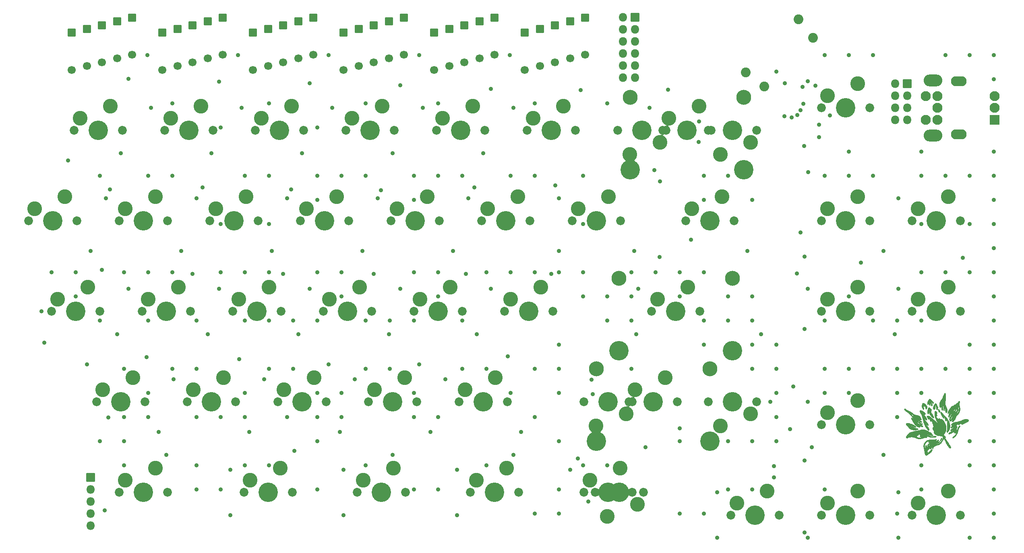
<source format=gbr>
%TF.GenerationSoftware,KiCad,Pcbnew,(6.0.5)*%
%TF.CreationDate,2022-07-29T22:10:32-06:00*%
%TF.ProjectId,kb_right,6b625f72-6967-4687-942e-6b696361645f,rev?*%
%TF.SameCoordinates,Original*%
%TF.FileFunction,Soldermask,Top*%
%TF.FilePolarity,Negative*%
%FSLAX46Y46*%
G04 Gerber Fmt 4.6, Leading zero omitted, Abs format (unit mm)*
G04 Created by KiCad (PCBNEW (6.0.5)) date 2022-07-29 22:10:32*
%MOMM*%
%LPD*%
G01*
G04 APERTURE LIST*
G04 Aperture macros list*
%AMRoundRect*
0 Rectangle with rounded corners*
0 $1 Rounding radius*
0 $2 $3 $4 $5 $6 $7 $8 $9 X,Y pos of 4 corners*
0 Add a 4 corners polygon primitive as box body*
4,1,4,$2,$3,$4,$5,$6,$7,$8,$9,$2,$3,0*
0 Add four circle primitives for the rounded corners*
1,1,$1+$1,$2,$3*
1,1,$1+$1,$4,$5*
1,1,$1+$1,$6,$7*
1,1,$1+$1,$8,$9*
0 Add four rect primitives between the rounded corners*
20,1,$1+$1,$2,$3,$4,$5,0*
20,1,$1+$1,$4,$5,$6,$7,0*
20,1,$1+$1,$6,$7,$8,$9,0*
20,1,$1+$1,$8,$9,$2,$3,0*%
G04 Aperture macros list end*
%ADD10C,0.255000*%
%ADD11C,2.100000*%
%ADD12RoundRect,0.050000X1.000000X1.000000X-1.000000X1.000000X-1.000000X-1.000000X1.000000X-1.000000X0*%
%ADD13O,3.300000X2.100000*%
%ADD14C,1.850000*%
%ADD15C,4.087800*%
%ADD16C,3.100000*%
%ADD17C,1.700000*%
%ADD18RoundRect,0.050000X0.800000X-0.800000X0.800000X0.800000X-0.800000X0.800000X-0.800000X-0.800000X0*%
%ADD19C,3.148000*%
%ADD20O,3.925000X2.500000*%
%ADD21O,1.800000X1.800000*%
%ADD22RoundRect,0.050000X0.850000X0.850000X-0.850000X0.850000X-0.850000X-0.850000X0.850000X-0.850000X0*%
%ADD23C,2.050000*%
%ADD24C,0.900000*%
G04 APERTURE END LIST*
D10*
G36*
X228407807Y-116138462D02*
G01*
X228449149Y-116142322D01*
X228489936Y-116149060D01*
X228530181Y-116158429D01*
X228569895Y-116170185D01*
X228609090Y-116184082D01*
X228647779Y-116199874D01*
X228685974Y-116217315D01*
X228723685Y-116236160D01*
X228760927Y-116256163D01*
X228797710Y-116277078D01*
X228834047Y-116298661D01*
X228975175Y-116386748D01*
X229142210Y-116510374D01*
X229186926Y-116545718D01*
X229229260Y-116582003D01*
X229267431Y-116618810D01*
X229284398Y-116637279D01*
X229299656Y-116655722D01*
X229312982Y-116674087D01*
X229324154Y-116692322D01*
X229332948Y-116710375D01*
X229339142Y-116728193D01*
X229342513Y-116745724D01*
X229342838Y-116762916D01*
X229339895Y-116779717D01*
X229333460Y-116796075D01*
X229323312Y-116811938D01*
X229309226Y-116827252D01*
X229290982Y-116841967D01*
X229268355Y-116856030D01*
X229241123Y-116869388D01*
X229209063Y-116881990D01*
X229171953Y-116893784D01*
X229129569Y-116904716D01*
X229120926Y-116926322D01*
X229115782Y-116948550D01*
X229113938Y-116971372D01*
X229115198Y-116994764D01*
X229119361Y-117018698D01*
X229126232Y-117043149D01*
X229135611Y-117068091D01*
X229147300Y-117093498D01*
X229161102Y-117119343D01*
X229176818Y-117145600D01*
X229213202Y-117199246D01*
X229254866Y-117254227D01*
X229300226Y-117310334D01*
X229395697Y-117425091D01*
X229442639Y-117483322D01*
X229486939Y-117541842D01*
X229527013Y-117600443D01*
X229544970Y-117629709D01*
X229561277Y-117658916D01*
X229575734Y-117688038D01*
X229588145Y-117717050D01*
X229598311Y-117745926D01*
X229606034Y-117774638D01*
X229648549Y-117873312D01*
X229675865Y-117943935D01*
X229684252Y-117969754D01*
X229689352Y-117989790D01*
X229691337Y-118004453D01*
X229690378Y-118014155D01*
X229686646Y-118019304D01*
X229680313Y-118020311D01*
X229671549Y-118017587D01*
X229660526Y-118011540D01*
X229632386Y-117991120D01*
X229597263Y-117962332D01*
X229511543Y-117892776D01*
X229463685Y-117858568D01*
X229439105Y-117843042D01*
X229414320Y-117829114D01*
X229389501Y-117817195D01*
X229364818Y-117807694D01*
X229340443Y-117801022D01*
X229316547Y-117797589D01*
X229293302Y-117797804D01*
X229270878Y-117802078D01*
X229249446Y-117810821D01*
X229229179Y-117824443D01*
X229228292Y-117868304D01*
X229230663Y-117911175D01*
X229236115Y-117953111D01*
X229244469Y-117994169D01*
X229255549Y-118034404D01*
X229269176Y-118073872D01*
X229285175Y-118112631D01*
X229303366Y-118150735D01*
X229323572Y-118188241D01*
X229345617Y-118225205D01*
X229369322Y-118261683D01*
X229394510Y-118297731D01*
X229448626Y-118368761D01*
X229506544Y-118438745D01*
X229628109Y-118577367D01*
X229688916Y-118646903D01*
X229747847Y-118717187D01*
X229803481Y-118788667D01*
X229854398Y-118861793D01*
X229877644Y-118899113D01*
X229899179Y-118937013D01*
X229918825Y-118975548D01*
X229936405Y-119014775D01*
X229971733Y-119084948D01*
X229990563Y-119128548D01*
X229994317Y-119141443D01*
X229994578Y-119148966D01*
X229991556Y-119151543D01*
X229985462Y-119149597D01*
X229964900Y-119133834D01*
X229934575Y-119105068D01*
X229851376Y-119022103D01*
X229801870Y-118974689D01*
X229749338Y-118927846D01*
X229695464Y-118884965D01*
X229668551Y-118866071D01*
X229641934Y-118849440D01*
X229615823Y-118835497D01*
X229590430Y-118824664D01*
X229565964Y-118817367D01*
X229542637Y-118814030D01*
X229520658Y-118815076D01*
X229500239Y-118820931D01*
X229481590Y-118832017D01*
X229464921Y-118848759D01*
X229463615Y-118896689D01*
X229466878Y-118943240D01*
X229474406Y-118988509D01*
X229485896Y-119032593D01*
X229501043Y-119075591D01*
X229519544Y-119117600D01*
X229541094Y-119158720D01*
X229565390Y-119199046D01*
X229592128Y-119238677D01*
X229621004Y-119277712D01*
X229683953Y-119354381D01*
X229751809Y-119429838D01*
X229822138Y-119504863D01*
X229892510Y-119580242D01*
X229960494Y-119656755D01*
X230023659Y-119735187D01*
X230052675Y-119775367D01*
X230079574Y-119816320D01*
X230104053Y-119858144D01*
X230125807Y-119900938D01*
X230144534Y-119944797D01*
X230159928Y-119989822D01*
X230171687Y-120036109D01*
X230179505Y-120083757D01*
X230183080Y-120132863D01*
X230182108Y-120183525D01*
X230089470Y-120110684D01*
X230002361Y-120034258D01*
X229920529Y-119954418D01*
X229843721Y-119871337D01*
X229771685Y-119785186D01*
X229704169Y-119696138D01*
X229581688Y-119510040D01*
X229474260Y-119314417D01*
X229379869Y-119110649D01*
X229296497Y-118900111D01*
X229222126Y-118684182D01*
X229154739Y-118464237D01*
X229092318Y-118241654D01*
X228974305Y-117794083D01*
X228851948Y-117352484D01*
X228784097Y-117137368D01*
X228709107Y-116927875D01*
X228703224Y-116902329D01*
X228695535Y-116876682D01*
X228686189Y-116850950D01*
X228675335Y-116825150D01*
X228663123Y-116799295D01*
X228649702Y-116773403D01*
X228619830Y-116721566D01*
X228586916Y-116669763D01*
X228552154Y-116618119D01*
X228481870Y-116515802D01*
X228448738Y-116465378D01*
X228418540Y-116415610D01*
X228392471Y-116366622D01*
X228381358Y-116342459D01*
X228371726Y-116318537D01*
X228363724Y-116294873D01*
X228357501Y-116271481D01*
X228353207Y-116248377D01*
X228350991Y-116225577D01*
X228351003Y-116203096D01*
X228353391Y-116180950D01*
X228358306Y-116159155D01*
X228365897Y-116137725D01*
X228386923Y-116137687D01*
X228407807Y-116138462D01*
G37*
X228407807Y-116138462D02*
X228449149Y-116142322D01*
X228489936Y-116149060D01*
X228530181Y-116158429D01*
X228569895Y-116170185D01*
X228609090Y-116184082D01*
X228647779Y-116199874D01*
X228685974Y-116217315D01*
X228723685Y-116236160D01*
X228760927Y-116256163D01*
X228797710Y-116277078D01*
X228834047Y-116298661D01*
X228975175Y-116386748D01*
X229142210Y-116510374D01*
X229186926Y-116545718D01*
X229229260Y-116582003D01*
X229267431Y-116618810D01*
X229284398Y-116637279D01*
X229299656Y-116655722D01*
X229312982Y-116674087D01*
X229324154Y-116692322D01*
X229332948Y-116710375D01*
X229339142Y-116728193D01*
X229342513Y-116745724D01*
X229342838Y-116762916D01*
X229339895Y-116779717D01*
X229333460Y-116796075D01*
X229323312Y-116811938D01*
X229309226Y-116827252D01*
X229290982Y-116841967D01*
X229268355Y-116856030D01*
X229241123Y-116869388D01*
X229209063Y-116881990D01*
X229171953Y-116893784D01*
X229129569Y-116904716D01*
X229120926Y-116926322D01*
X229115782Y-116948550D01*
X229113938Y-116971372D01*
X229115198Y-116994764D01*
X229119361Y-117018698D01*
X229126232Y-117043149D01*
X229135611Y-117068091D01*
X229147300Y-117093498D01*
X229161102Y-117119343D01*
X229176818Y-117145600D01*
X229213202Y-117199246D01*
X229254866Y-117254227D01*
X229300226Y-117310334D01*
X229395697Y-117425091D01*
X229442639Y-117483322D01*
X229486939Y-117541842D01*
X229527013Y-117600443D01*
X229544970Y-117629709D01*
X229561277Y-117658916D01*
X229575734Y-117688038D01*
X229588145Y-117717050D01*
X229598311Y-117745926D01*
X229606034Y-117774638D01*
X229648549Y-117873312D01*
X229675865Y-117943935D01*
X229684252Y-117969754D01*
X229689352Y-117989790D01*
X229691337Y-118004453D01*
X229690378Y-118014155D01*
X229686646Y-118019304D01*
X229680313Y-118020311D01*
X229671549Y-118017587D01*
X229660526Y-118011540D01*
X229632386Y-117991120D01*
X229597263Y-117962332D01*
X229511543Y-117892776D01*
X229463685Y-117858568D01*
X229439105Y-117843042D01*
X229414320Y-117829114D01*
X229389501Y-117817195D01*
X229364818Y-117807694D01*
X229340443Y-117801022D01*
X229316547Y-117797589D01*
X229293302Y-117797804D01*
X229270878Y-117802078D01*
X229249446Y-117810821D01*
X229229179Y-117824443D01*
X229228292Y-117868304D01*
X229230663Y-117911175D01*
X229236115Y-117953111D01*
X229244469Y-117994169D01*
X229255549Y-118034404D01*
X229269176Y-118073872D01*
X229285175Y-118112631D01*
X229303366Y-118150735D01*
X229323572Y-118188241D01*
X229345617Y-118225205D01*
X229369322Y-118261683D01*
X229394510Y-118297731D01*
X229448626Y-118368761D01*
X229506544Y-118438745D01*
X229628109Y-118577367D01*
X229688916Y-118646903D01*
X229747847Y-118717187D01*
X229803481Y-118788667D01*
X229854398Y-118861793D01*
X229877644Y-118899113D01*
X229899179Y-118937013D01*
X229918825Y-118975548D01*
X229936405Y-119014775D01*
X229971733Y-119084948D01*
X229990563Y-119128548D01*
X229994317Y-119141443D01*
X229994578Y-119148966D01*
X229991556Y-119151543D01*
X229985462Y-119149597D01*
X229964900Y-119133834D01*
X229934575Y-119105068D01*
X229851376Y-119022103D01*
X229801870Y-118974689D01*
X229749338Y-118927846D01*
X229695464Y-118884965D01*
X229668551Y-118866071D01*
X229641934Y-118849440D01*
X229615823Y-118835497D01*
X229590430Y-118824664D01*
X229565964Y-118817367D01*
X229542637Y-118814030D01*
X229520658Y-118815076D01*
X229500239Y-118820931D01*
X229481590Y-118832017D01*
X229464921Y-118848759D01*
X229463615Y-118896689D01*
X229466878Y-118943240D01*
X229474406Y-118988509D01*
X229485896Y-119032593D01*
X229501043Y-119075591D01*
X229519544Y-119117600D01*
X229541094Y-119158720D01*
X229565390Y-119199046D01*
X229592128Y-119238677D01*
X229621004Y-119277712D01*
X229683953Y-119354381D01*
X229751809Y-119429838D01*
X229822138Y-119504863D01*
X229892510Y-119580242D01*
X229960494Y-119656755D01*
X230023659Y-119735187D01*
X230052675Y-119775367D01*
X230079574Y-119816320D01*
X230104053Y-119858144D01*
X230125807Y-119900938D01*
X230144534Y-119944797D01*
X230159928Y-119989822D01*
X230171687Y-120036109D01*
X230179505Y-120083757D01*
X230183080Y-120132863D01*
X230182108Y-120183525D01*
X230089470Y-120110684D01*
X230002361Y-120034258D01*
X229920529Y-119954418D01*
X229843721Y-119871337D01*
X229771685Y-119785186D01*
X229704169Y-119696138D01*
X229581688Y-119510040D01*
X229474260Y-119314417D01*
X229379869Y-119110649D01*
X229296497Y-118900111D01*
X229222126Y-118684182D01*
X229154739Y-118464237D01*
X229092318Y-118241654D01*
X228974305Y-117794083D01*
X228851948Y-117352484D01*
X228784097Y-117137368D01*
X228709107Y-116927875D01*
X228703224Y-116902329D01*
X228695535Y-116876682D01*
X228686189Y-116850950D01*
X228675335Y-116825150D01*
X228663123Y-116799295D01*
X228649702Y-116773403D01*
X228619830Y-116721566D01*
X228586916Y-116669763D01*
X228552154Y-116618119D01*
X228481870Y-116515802D01*
X228448738Y-116465378D01*
X228418540Y-116415610D01*
X228392471Y-116366622D01*
X228381358Y-116342459D01*
X228371726Y-116318537D01*
X228363724Y-116294873D01*
X228357501Y-116271481D01*
X228353207Y-116248377D01*
X228350991Y-116225577D01*
X228351003Y-116203096D01*
X228353391Y-116180950D01*
X228358306Y-116159155D01*
X228365897Y-116137725D01*
X228386923Y-116137687D01*
X228407807Y-116138462D01*
G36*
X228065831Y-118575105D02*
G01*
X228125959Y-118621875D01*
X228178513Y-118665541D01*
X228220886Y-118703032D01*
X228250468Y-118731276D01*
X228264650Y-118747201D01*
X228265152Y-118749585D01*
X228260825Y-118747738D01*
X228236383Y-118729814D01*
X228188715Y-118690357D01*
X228115214Y-118626298D01*
X228099073Y-118617267D01*
X228082500Y-118605925D01*
X228065623Y-118592454D01*
X228048570Y-118577036D01*
X228014447Y-118541088D01*
X228008908Y-118534175D01*
X228065831Y-118575105D01*
G37*
X228065831Y-118575105D02*
X228125959Y-118621875D01*
X228178513Y-118665541D01*
X228220886Y-118703032D01*
X228250468Y-118731276D01*
X228264650Y-118747201D01*
X228265152Y-118749585D01*
X228260825Y-118747738D01*
X228236383Y-118729814D01*
X228188715Y-118690357D01*
X228115214Y-118626298D01*
X228099073Y-118617267D01*
X228082500Y-118605925D01*
X228065623Y-118592454D01*
X228048570Y-118577036D01*
X228014447Y-118541088D01*
X228008908Y-118534175D01*
X228065831Y-118575105D01*
G36*
X225691906Y-118809181D02*
G01*
X225771105Y-118815965D01*
X225849837Y-118827535D01*
X225928128Y-118843329D01*
X226006001Y-118862781D01*
X226083481Y-118885326D01*
X226160593Y-118910401D01*
X226313809Y-118965880D01*
X226465846Y-119024702D01*
X226616900Y-119082349D01*
X226692120Y-119109321D01*
X226767167Y-119134306D01*
X226804019Y-119151224D01*
X226852921Y-119176361D01*
X226975786Y-119244583D01*
X227113580Y-119325557D01*
X227244118Y-119405868D01*
X227345219Y-119472101D01*
X227377797Y-119495745D01*
X227394698Y-119510840D01*
X227396402Y-119514657D01*
X227393148Y-119515708D01*
X227370373Y-119508671D01*
X227323602Y-119488054D01*
X227250061Y-119452179D01*
X227213718Y-119442549D01*
X227176990Y-119430872D01*
X227102488Y-119402193D01*
X227026760Y-119367774D01*
X226950014Y-119329247D01*
X226794297Y-119246405D01*
X226715741Y-119205354D01*
X226636995Y-119166728D01*
X226558267Y-119132159D01*
X226479765Y-119103281D01*
X226440662Y-119091486D01*
X226401694Y-119081726D01*
X226362886Y-119074204D01*
X226324263Y-119069126D01*
X226285852Y-119066695D01*
X226247679Y-119067116D01*
X226209769Y-119070592D01*
X226172148Y-119077327D01*
X226134843Y-119087526D01*
X226097879Y-119101393D01*
X226061282Y-119119132D01*
X226025077Y-119140946D01*
X226233255Y-119279865D01*
X226447358Y-119415708D01*
X226667235Y-119545227D01*
X226779292Y-119606601D01*
X226892735Y-119665176D01*
X227007546Y-119720546D01*
X227123706Y-119772306D01*
X227241196Y-119820049D01*
X227359996Y-119863369D01*
X227480089Y-119901861D01*
X227601454Y-119935119D01*
X227724074Y-119962735D01*
X227847929Y-119984306D01*
X227723300Y-120017728D01*
X227593395Y-120044877D01*
X227459396Y-120065181D01*
X227322489Y-120078069D01*
X227183859Y-120082970D01*
X227044690Y-120079313D01*
X226906166Y-120066527D01*
X226769472Y-120044040D01*
X226702182Y-120028981D01*
X226635794Y-120011283D01*
X226570455Y-119990874D01*
X226506314Y-119967683D01*
X226443520Y-119941638D01*
X226382219Y-119912669D01*
X226322560Y-119880704D01*
X226264692Y-119845672D01*
X226208762Y-119807500D01*
X226154919Y-119766118D01*
X226103310Y-119721455D01*
X226054083Y-119673439D01*
X226007387Y-119621998D01*
X225963370Y-119567061D01*
X225922180Y-119508558D01*
X225883964Y-119446415D01*
X225877284Y-119425386D01*
X225867965Y-119404662D01*
X225856241Y-119384220D01*
X225842351Y-119364039D01*
X225826528Y-119344094D01*
X225809010Y-119324364D01*
X225769833Y-119285455D01*
X225726708Y-119247132D01*
X225681524Y-119209212D01*
X225592535Y-119133855D01*
X225552507Y-119096055D01*
X225534437Y-119077045D01*
X225517977Y-119057932D01*
X225503363Y-119038692D01*
X225490832Y-119019304D01*
X225480620Y-118999744D01*
X225472962Y-118979990D01*
X225468096Y-118960018D01*
X225466256Y-118939807D01*
X225467680Y-118919334D01*
X225472603Y-118898575D01*
X225481262Y-118877509D01*
X225493892Y-118856112D01*
X225510730Y-118834362D01*
X225532011Y-118812236D01*
X225612216Y-118807750D01*
X225691906Y-118809181D01*
G37*
X225691906Y-118809181D02*
X225771105Y-118815965D01*
X225849837Y-118827535D01*
X225928128Y-118843329D01*
X226006001Y-118862781D01*
X226083481Y-118885326D01*
X226160593Y-118910401D01*
X226313809Y-118965880D01*
X226465846Y-119024702D01*
X226616900Y-119082349D01*
X226692120Y-119109321D01*
X226767167Y-119134306D01*
X226804019Y-119151224D01*
X226852921Y-119176361D01*
X226975786Y-119244583D01*
X227113580Y-119325557D01*
X227244118Y-119405868D01*
X227345219Y-119472101D01*
X227377797Y-119495745D01*
X227394698Y-119510840D01*
X227396402Y-119514657D01*
X227393148Y-119515708D01*
X227370373Y-119508671D01*
X227323602Y-119488054D01*
X227250061Y-119452179D01*
X227213718Y-119442549D01*
X227176990Y-119430872D01*
X227102488Y-119402193D01*
X227026760Y-119367774D01*
X226950014Y-119329247D01*
X226794297Y-119246405D01*
X226715741Y-119205354D01*
X226636995Y-119166728D01*
X226558267Y-119132159D01*
X226479765Y-119103281D01*
X226440662Y-119091486D01*
X226401694Y-119081726D01*
X226362886Y-119074204D01*
X226324263Y-119069126D01*
X226285852Y-119066695D01*
X226247679Y-119067116D01*
X226209769Y-119070592D01*
X226172148Y-119077327D01*
X226134843Y-119087526D01*
X226097879Y-119101393D01*
X226061282Y-119119132D01*
X226025077Y-119140946D01*
X226233255Y-119279865D01*
X226447358Y-119415708D01*
X226667235Y-119545227D01*
X226779292Y-119606601D01*
X226892735Y-119665176D01*
X227007546Y-119720546D01*
X227123706Y-119772306D01*
X227241196Y-119820049D01*
X227359996Y-119863369D01*
X227480089Y-119901861D01*
X227601454Y-119935119D01*
X227724074Y-119962735D01*
X227847929Y-119984306D01*
X227723300Y-120017728D01*
X227593395Y-120044877D01*
X227459396Y-120065181D01*
X227322489Y-120078069D01*
X227183859Y-120082970D01*
X227044690Y-120079313D01*
X226906166Y-120066527D01*
X226769472Y-120044040D01*
X226702182Y-120028981D01*
X226635794Y-120011283D01*
X226570455Y-119990874D01*
X226506314Y-119967683D01*
X226443520Y-119941638D01*
X226382219Y-119912669D01*
X226322560Y-119880704D01*
X226264692Y-119845672D01*
X226208762Y-119807500D01*
X226154919Y-119766118D01*
X226103310Y-119721455D01*
X226054083Y-119673439D01*
X226007387Y-119621998D01*
X225963370Y-119567061D01*
X225922180Y-119508558D01*
X225883964Y-119446415D01*
X225877284Y-119425386D01*
X225867965Y-119404662D01*
X225856241Y-119384220D01*
X225842351Y-119364039D01*
X225826528Y-119344094D01*
X225809010Y-119324364D01*
X225769833Y-119285455D01*
X225726708Y-119247132D01*
X225681524Y-119209212D01*
X225592535Y-119133855D01*
X225552507Y-119096055D01*
X225534437Y-119077045D01*
X225517977Y-119057932D01*
X225503363Y-119038692D01*
X225490832Y-119019304D01*
X225480620Y-118999744D01*
X225472962Y-118979990D01*
X225468096Y-118960018D01*
X225466256Y-118939807D01*
X225467680Y-118919334D01*
X225472603Y-118898575D01*
X225481262Y-118877509D01*
X225493892Y-118856112D01*
X225510730Y-118834362D01*
X225532011Y-118812236D01*
X225612216Y-118807750D01*
X225691906Y-118809181D01*
G36*
X234206139Y-118219162D02*
G01*
X234280455Y-118368432D01*
X234346922Y-118524867D01*
X234404537Y-118687078D01*
X234452298Y-118853677D01*
X234489201Y-119023274D01*
X234514243Y-119194481D01*
X234526419Y-119365910D01*
X234527370Y-119451273D01*
X234524728Y-119536170D01*
X234518369Y-119620429D01*
X234508166Y-119703874D01*
X234493994Y-119786334D01*
X234475729Y-119867633D01*
X234453244Y-119947599D01*
X234426414Y-120026058D01*
X234395114Y-120102837D01*
X234359218Y-120177760D01*
X234318601Y-120250656D01*
X234273138Y-120321351D01*
X234222702Y-120389670D01*
X234167170Y-120455441D01*
X234106414Y-120518489D01*
X234040311Y-120578642D01*
X234080553Y-120430347D01*
X234109405Y-120281436D01*
X234128315Y-120131979D01*
X234138732Y-119982047D01*
X234142104Y-119831710D01*
X234139877Y-119681038D01*
X234124423Y-119378973D01*
X234103954Y-119076414D01*
X234090055Y-118773926D01*
X234089188Y-118622885D01*
X234094308Y-118472072D01*
X234106862Y-118321559D01*
X234128299Y-118171415D01*
X234128039Y-118163392D01*
X234124979Y-118078446D01*
X234206139Y-118219162D01*
G37*
X234206139Y-118219162D02*
X234280455Y-118368432D01*
X234346922Y-118524867D01*
X234404537Y-118687078D01*
X234452298Y-118853677D01*
X234489201Y-119023274D01*
X234514243Y-119194481D01*
X234526419Y-119365910D01*
X234527370Y-119451273D01*
X234524728Y-119536170D01*
X234518369Y-119620429D01*
X234508166Y-119703874D01*
X234493994Y-119786334D01*
X234475729Y-119867633D01*
X234453244Y-119947599D01*
X234426414Y-120026058D01*
X234395114Y-120102837D01*
X234359218Y-120177760D01*
X234318601Y-120250656D01*
X234273138Y-120321351D01*
X234222702Y-120389670D01*
X234167170Y-120455441D01*
X234106414Y-120518489D01*
X234040311Y-120578642D01*
X234080553Y-120430347D01*
X234109405Y-120281436D01*
X234128315Y-120131979D01*
X234138732Y-119982047D01*
X234142104Y-119831710D01*
X234139877Y-119681038D01*
X234124423Y-119378973D01*
X234103954Y-119076414D01*
X234090055Y-118773926D01*
X234089188Y-118622885D01*
X234094308Y-118472072D01*
X234106862Y-118321559D01*
X234128299Y-118171415D01*
X234128039Y-118163392D01*
X234124979Y-118078446D01*
X234206139Y-118219162D01*
G36*
X231587899Y-116278471D02*
G01*
X231694440Y-116391406D01*
X231734706Y-116434726D01*
X231766856Y-116470778D01*
X231780019Y-116486430D01*
X231791308Y-116500686D01*
X231800778Y-116513687D01*
X231808478Y-116525573D01*
X231814463Y-116536485D01*
X231818782Y-116546562D01*
X231821490Y-116555945D01*
X231822637Y-116564775D01*
X231822276Y-116573192D01*
X231820459Y-116581336D01*
X231817238Y-116589348D01*
X231812664Y-116597368D01*
X231806791Y-116605537D01*
X231799670Y-116613994D01*
X231781891Y-116632337D01*
X231733648Y-116678667D01*
X231704017Y-116708900D01*
X231688006Y-116726274D01*
X231671268Y-116745342D01*
X231737328Y-116897603D01*
X231785575Y-117011551D01*
X231802159Y-117053745D01*
X231813256Y-117085865D01*
X231818524Y-117107747D01*
X231818863Y-117114797D01*
X231817616Y-117119225D01*
X231814739Y-117121011D01*
X231810190Y-117120135D01*
X231803925Y-117116575D01*
X231795901Y-117110312D01*
X231774404Y-117089590D01*
X231745355Y-117057804D01*
X231708410Y-117014790D01*
X231663225Y-116960383D01*
X231546756Y-116816729D01*
X231559128Y-116949790D01*
X231567296Y-117016696D01*
X231577167Y-117083509D01*
X231589026Y-117149973D01*
X231603159Y-117215830D01*
X231619851Y-117280824D01*
X231639388Y-117344698D01*
X231662055Y-117407196D01*
X231688138Y-117468059D01*
X231717923Y-117527032D01*
X231751695Y-117583858D01*
X231770166Y-117611386D01*
X231789740Y-117638280D01*
X231810454Y-117664509D01*
X231832343Y-117690040D01*
X231855443Y-117714842D01*
X231879790Y-117738883D01*
X231905419Y-117762130D01*
X231932367Y-117784551D01*
X231951987Y-117803836D01*
X231972454Y-117821510D01*
X231993649Y-117837621D01*
X232015453Y-117852218D01*
X232037747Y-117865350D01*
X232060412Y-117877065D01*
X232083329Y-117887413D01*
X232106379Y-117896442D01*
X232129443Y-117904201D01*
X232152402Y-117910738D01*
X232175137Y-117916103D01*
X232197530Y-117920345D01*
X232219460Y-117923511D01*
X232240809Y-117925652D01*
X232261459Y-117926815D01*
X232281290Y-117927050D01*
X232300182Y-117926406D01*
X232318018Y-117924930D01*
X232334678Y-117922673D01*
X232350044Y-117919682D01*
X232363995Y-117916007D01*
X232376414Y-117911696D01*
X232387180Y-117906798D01*
X232396176Y-117901363D01*
X232403282Y-117895438D01*
X232408380Y-117889073D01*
X232411349Y-117882316D01*
X232412072Y-117875216D01*
X232410859Y-117869759D01*
X232423647Y-117883296D01*
X232441558Y-117899058D01*
X232460138Y-117912570D01*
X232479315Y-117923994D01*
X232499019Y-117933493D01*
X232519178Y-117941230D01*
X232539721Y-117947369D01*
X232560578Y-117952073D01*
X232581678Y-117955505D01*
X232602948Y-117957829D01*
X232624319Y-117959206D01*
X232667078Y-117959777D01*
X232709385Y-117958523D01*
X232790373Y-117955765D01*
X232827916Y-117956870D01*
X232845702Y-117958615D01*
X232862735Y-117961373D01*
X232878945Y-117965306D01*
X232894261Y-117970578D01*
X232908612Y-117977352D01*
X232921926Y-117985791D01*
X232934133Y-117996059D01*
X232945161Y-118008318D01*
X232954940Y-118022732D01*
X232963398Y-118039464D01*
X233104875Y-118191611D01*
X233234992Y-118356523D01*
X233352676Y-118532534D01*
X233456857Y-118717982D01*
X233546463Y-118911204D01*
X233620421Y-119110535D01*
X233677659Y-119314313D01*
X233699673Y-119417350D01*
X233717106Y-119520874D01*
X233729822Y-119624678D01*
X233737689Y-119728554D01*
X233740572Y-119832295D01*
X233738337Y-119935691D01*
X233730850Y-120038536D01*
X233717978Y-120140620D01*
X233699586Y-120241738D01*
X233675540Y-120341679D01*
X233645706Y-120440237D01*
X233609950Y-120537204D01*
X233568139Y-120632371D01*
X233520138Y-120725531D01*
X233465813Y-120816475D01*
X233405031Y-120904997D01*
X233337657Y-120990887D01*
X233263557Y-121073938D01*
X233231267Y-121102364D01*
X233206441Y-121129810D01*
X233188589Y-121156328D01*
X233177221Y-121181972D01*
X233171848Y-121206795D01*
X233171978Y-121230848D01*
X233177123Y-121254185D01*
X233186792Y-121276858D01*
X233200495Y-121298921D01*
X233217744Y-121320425D01*
X233238047Y-121341424D01*
X233260914Y-121361970D01*
X233312384Y-121401915D01*
X233368235Y-121440682D01*
X233477400Y-121516368D01*
X233522875Y-121554131D01*
X233541622Y-121573177D01*
X233557055Y-121592403D01*
X233568683Y-121611861D01*
X233576018Y-121631605D01*
X233578569Y-121651687D01*
X233575846Y-121672159D01*
X233567360Y-121693076D01*
X233552620Y-121714488D01*
X233531136Y-121736450D01*
X233502420Y-121759013D01*
X233514317Y-121808186D01*
X233528438Y-121856826D01*
X233544661Y-121904964D01*
X233562863Y-121952627D01*
X233604716Y-122046647D01*
X233653017Y-122139118D01*
X233706787Y-122230274D01*
X233765049Y-122320346D01*
X233826821Y-122409566D01*
X233891126Y-122498168D01*
X234154090Y-122851031D01*
X234216372Y-122940022D01*
X234275312Y-123029789D01*
X234329931Y-123120562D01*
X234379251Y-123212575D01*
X234382380Y-123227598D01*
X234388411Y-123244866D01*
X234397084Y-123264200D01*
X234408139Y-123285422D01*
X234436349Y-123332807D01*
X234470957Y-123385587D01*
X234551025Y-123501589D01*
X234592316Y-123561940D01*
X234631665Y-123621943D01*
X234666987Y-123680163D01*
X234696197Y-123735166D01*
X234707858Y-123761012D01*
X234717209Y-123785515D01*
X234723990Y-123808495D01*
X234727940Y-123829774D01*
X234728798Y-123849172D01*
X234726304Y-123866510D01*
X234720197Y-123881607D01*
X234715707Y-123888260D01*
X234710216Y-123894285D01*
X234703692Y-123899661D01*
X234696101Y-123904364D01*
X234677592Y-123911665D01*
X234654427Y-123916008D01*
X234626346Y-123917214D01*
X234576013Y-123877244D01*
X234527804Y-123835466D01*
X234437339Y-123746850D01*
X234354127Y-123652094D01*
X234277344Y-123551923D01*
X234206164Y-123447066D01*
X234139764Y-123338250D01*
X234077318Y-123226202D01*
X234018002Y-123111649D01*
X233905462Y-122877938D01*
X233795546Y-122642933D01*
X233681660Y-122412452D01*
X233621166Y-122300727D01*
X233557205Y-122192314D01*
X233542483Y-122143650D01*
X233526916Y-122101429D01*
X233510564Y-122065378D01*
X233493488Y-122035220D01*
X233475751Y-122010682D01*
X233457412Y-121991488D01*
X233438532Y-121977364D01*
X233419174Y-121968034D01*
X233399397Y-121963224D01*
X233379263Y-121962659D01*
X233358833Y-121966064D01*
X233338168Y-121973164D01*
X233317329Y-121983685D01*
X233296377Y-121997351D01*
X233275373Y-122013888D01*
X233254378Y-122033020D01*
X233212660Y-122077974D01*
X233171710Y-122130012D01*
X233132018Y-122186937D01*
X233094072Y-122246550D01*
X233025369Y-122365042D01*
X232969510Y-122467899D01*
X233023288Y-122349176D01*
X233079078Y-122221316D01*
X233105634Y-122154935D01*
X233130179Y-122087439D01*
X233151875Y-122019218D01*
X233169886Y-121950663D01*
X233183373Y-121882162D01*
X233191499Y-121814106D01*
X233193289Y-121780367D01*
X233193425Y-121746885D01*
X233191801Y-121713709D01*
X233188314Y-121680888D01*
X233182857Y-121648471D01*
X233175327Y-121616506D01*
X233165619Y-121585042D01*
X233153628Y-121554127D01*
X233139250Y-121523812D01*
X233122379Y-121494143D01*
X233102910Y-121465170D01*
X233080740Y-121436943D01*
X232996983Y-121409779D01*
X232911239Y-121387646D01*
X232823849Y-121369569D01*
X232735160Y-121354572D01*
X232374266Y-121305897D01*
X232284227Y-121291683D01*
X232194950Y-121274700D01*
X232106777Y-121253974D01*
X232020052Y-121228531D01*
X231935119Y-121197395D01*
X231852322Y-121159593D01*
X231811832Y-121137886D01*
X231772005Y-121114148D01*
X231732883Y-121088255D01*
X231694510Y-121060086D01*
X231647527Y-121027632D01*
X231601248Y-120996724D01*
X231513220Y-120938161D01*
X231472679Y-120909811D01*
X231435261Y-120881621D01*
X231417911Y-120867476D01*
X231401569Y-120853242D01*
X231386310Y-120838874D01*
X231372209Y-120824329D01*
X231359341Y-120809564D01*
X231347784Y-120794535D01*
X231337611Y-120779198D01*
X231328899Y-120763512D01*
X231321724Y-120747431D01*
X231316160Y-120730914D01*
X231312284Y-120713916D01*
X231310170Y-120696394D01*
X231309895Y-120678305D01*
X231311535Y-120659605D01*
X231315164Y-120640251D01*
X231320858Y-120620201D01*
X231328693Y-120599409D01*
X231338744Y-120577834D01*
X231351088Y-120555431D01*
X231365799Y-120532157D01*
X231348769Y-120483399D01*
X231324420Y-120426065D01*
X231294413Y-120361918D01*
X231260414Y-120292722D01*
X231187094Y-120146237D01*
X231151100Y-120072474D01*
X231117770Y-120000715D01*
X231088766Y-119932723D01*
X231065753Y-119870262D01*
X231057013Y-119841656D01*
X231050394Y-119815094D01*
X231046106Y-119790797D01*
X231044355Y-119768984D01*
X231045349Y-119749876D01*
X231049297Y-119733694D01*
X231056407Y-119720658D01*
X231066886Y-119710988D01*
X231080943Y-119704905D01*
X231098785Y-119702629D01*
X231120621Y-119704381D01*
X231146658Y-119710380D01*
X231167284Y-119682845D01*
X231184702Y-119654358D01*
X231199074Y-119624972D01*
X231210558Y-119594741D01*
X231219315Y-119563718D01*
X231225504Y-119531958D01*
X231229286Y-119499513D01*
X231230820Y-119466439D01*
X231230266Y-119432788D01*
X231227784Y-119398615D01*
X231217676Y-119328914D01*
X231201775Y-119257767D01*
X231181359Y-119185604D01*
X231157707Y-119112854D01*
X231132100Y-119039947D01*
X231080132Y-118895383D01*
X231056330Y-118824584D01*
X231035687Y-118755348D01*
X231019484Y-118688105D01*
X231008998Y-118623283D01*
X231010141Y-118602524D01*
X231009056Y-118580456D01*
X231005877Y-118557282D01*
X231000737Y-118533203D01*
X230993771Y-118508422D01*
X230985115Y-118483139D01*
X230974900Y-118457558D01*
X230963263Y-118431880D01*
X230950338Y-118406306D01*
X230936258Y-118381040D01*
X230921158Y-118356282D01*
X230905172Y-118332235D01*
X230888434Y-118309100D01*
X230871080Y-118287080D01*
X230853242Y-118266376D01*
X230835056Y-118247190D01*
X230816655Y-118229725D01*
X230798175Y-118214182D01*
X230779748Y-118200762D01*
X230761510Y-118189669D01*
X230743595Y-118181103D01*
X230726136Y-118175267D01*
X230709269Y-118172362D01*
X230693128Y-118172592D01*
X230677846Y-118176156D01*
X230663559Y-118183258D01*
X230650400Y-118194099D01*
X230638504Y-118208881D01*
X230628004Y-118227807D01*
X230619036Y-118251077D01*
X230611734Y-118278894D01*
X230606231Y-118311460D01*
X230604887Y-118321248D01*
X230602832Y-118326927D01*
X230600078Y-118328731D01*
X230596635Y-118326893D01*
X230587734Y-118313220D01*
X230576222Y-118287776D01*
X230505933Y-118105578D01*
X230482767Y-118049248D01*
X230457552Y-117992337D01*
X230430379Y-117936709D01*
X230401344Y-117884229D01*
X230370538Y-117836763D01*
X230354500Y-117815493D01*
X230338056Y-117796175D01*
X230321215Y-117779044D01*
X230303991Y-117764331D01*
X230286394Y-117752271D01*
X230268436Y-117743095D01*
X230243176Y-117764248D01*
X230219801Y-117781703D01*
X230198195Y-117795608D01*
X230178245Y-117806109D01*
X230159836Y-117813353D01*
X230142854Y-117817487D01*
X230127183Y-117818658D01*
X230112710Y-117817013D01*
X230099319Y-117812699D01*
X230086897Y-117805863D01*
X230075329Y-117796652D01*
X230064500Y-117785213D01*
X230054296Y-117771692D01*
X230044602Y-117756237D01*
X230026287Y-117720111D01*
X229950539Y-117527621D01*
X229926399Y-117473379D01*
X229898345Y-117419040D01*
X229865463Y-117365780D01*
X229846924Y-117339922D01*
X229826834Y-117314775D01*
X229878814Y-117304098D01*
X229930291Y-117298504D01*
X229981276Y-117297743D01*
X230031781Y-117301565D01*
X230081818Y-117309722D01*
X230131400Y-117321964D01*
X230180539Y-117338040D01*
X230229246Y-117357703D01*
X230277534Y-117380701D01*
X230325415Y-117406786D01*
X230372900Y-117435708D01*
X230420002Y-117467218D01*
X230513104Y-117537002D01*
X230604818Y-117614141D01*
X230695241Y-117696640D01*
X230784467Y-117782503D01*
X230959719Y-117956333D01*
X231045937Y-118040308D01*
X231131345Y-118119662D01*
X231216039Y-118192398D01*
X231300116Y-118256520D01*
X231322149Y-118270189D01*
X231344534Y-118285961D01*
X231390308Y-118322978D01*
X231437327Y-118365894D01*
X231485480Y-118413033D01*
X231584741Y-118513269D01*
X231635627Y-118563014D01*
X231687202Y-118610274D01*
X231739353Y-118653373D01*
X231765610Y-118672837D01*
X231791970Y-118690633D01*
X231818418Y-118706549D01*
X231844941Y-118720377D01*
X231871524Y-118731908D01*
X231898154Y-118740930D01*
X231924817Y-118747236D01*
X231951499Y-118750614D01*
X231978186Y-118750856D01*
X232004864Y-118747752D01*
X232031520Y-118741093D01*
X232058138Y-118730668D01*
X232084706Y-118716269D01*
X232111209Y-118697685D01*
X231982600Y-118419301D01*
X231847754Y-118136294D01*
X231718025Y-117848471D01*
X231658626Y-117702693D01*
X231604763Y-117555637D01*
X231557855Y-117407280D01*
X231519322Y-117257597D01*
X231490581Y-117106565D01*
X231473052Y-116954158D01*
X231468935Y-116877432D01*
X231468154Y-116800353D01*
X231470885Y-116722918D01*
X231477306Y-116645124D01*
X231487594Y-116566969D01*
X231501927Y-116488449D01*
X231520481Y-116409561D01*
X231543436Y-116330303D01*
X231579960Y-116268877D01*
X231587899Y-116278471D01*
G37*
X231587899Y-116278471D02*
X231694440Y-116391406D01*
X231734706Y-116434726D01*
X231766856Y-116470778D01*
X231780019Y-116486430D01*
X231791308Y-116500686D01*
X231800778Y-116513687D01*
X231808478Y-116525573D01*
X231814463Y-116536485D01*
X231818782Y-116546562D01*
X231821490Y-116555945D01*
X231822637Y-116564775D01*
X231822276Y-116573192D01*
X231820459Y-116581336D01*
X231817238Y-116589348D01*
X231812664Y-116597368D01*
X231806791Y-116605537D01*
X231799670Y-116613994D01*
X231781891Y-116632337D01*
X231733648Y-116678667D01*
X231704017Y-116708900D01*
X231688006Y-116726274D01*
X231671268Y-116745342D01*
X231737328Y-116897603D01*
X231785575Y-117011551D01*
X231802159Y-117053745D01*
X231813256Y-117085865D01*
X231818524Y-117107747D01*
X231818863Y-117114797D01*
X231817616Y-117119225D01*
X231814739Y-117121011D01*
X231810190Y-117120135D01*
X231803925Y-117116575D01*
X231795901Y-117110312D01*
X231774404Y-117089590D01*
X231745355Y-117057804D01*
X231708410Y-117014790D01*
X231663225Y-116960383D01*
X231546756Y-116816729D01*
X231559128Y-116949790D01*
X231567296Y-117016696D01*
X231577167Y-117083509D01*
X231589026Y-117149973D01*
X231603159Y-117215830D01*
X231619851Y-117280824D01*
X231639388Y-117344698D01*
X231662055Y-117407196D01*
X231688138Y-117468059D01*
X231717923Y-117527032D01*
X231751695Y-117583858D01*
X231770166Y-117611386D01*
X231789740Y-117638280D01*
X231810454Y-117664509D01*
X231832343Y-117690040D01*
X231855443Y-117714842D01*
X231879790Y-117738883D01*
X231905419Y-117762130D01*
X231932367Y-117784551D01*
X231951987Y-117803836D01*
X231972454Y-117821510D01*
X231993649Y-117837621D01*
X232015453Y-117852218D01*
X232037747Y-117865350D01*
X232060412Y-117877065D01*
X232083329Y-117887413D01*
X232106379Y-117896442D01*
X232129443Y-117904201D01*
X232152402Y-117910738D01*
X232175137Y-117916103D01*
X232197530Y-117920345D01*
X232219460Y-117923511D01*
X232240809Y-117925652D01*
X232261459Y-117926815D01*
X232281290Y-117927050D01*
X232300182Y-117926406D01*
X232318018Y-117924930D01*
X232334678Y-117922673D01*
X232350044Y-117919682D01*
X232363995Y-117916007D01*
X232376414Y-117911696D01*
X232387180Y-117906798D01*
X232396176Y-117901363D01*
X232403282Y-117895438D01*
X232408380Y-117889073D01*
X232411349Y-117882316D01*
X232412072Y-117875216D01*
X232410859Y-117869759D01*
X232423647Y-117883296D01*
X232441558Y-117899058D01*
X232460138Y-117912570D01*
X232479315Y-117923994D01*
X232499019Y-117933493D01*
X232519178Y-117941230D01*
X232539721Y-117947369D01*
X232560578Y-117952073D01*
X232581678Y-117955505D01*
X232602948Y-117957829D01*
X232624319Y-117959206D01*
X232667078Y-117959777D01*
X232709385Y-117958523D01*
X232790373Y-117955765D01*
X232827916Y-117956870D01*
X232845702Y-117958615D01*
X232862735Y-117961373D01*
X232878945Y-117965306D01*
X232894261Y-117970578D01*
X232908612Y-117977352D01*
X232921926Y-117985791D01*
X232934133Y-117996059D01*
X232945161Y-118008318D01*
X232954940Y-118022732D01*
X232963398Y-118039464D01*
X233104875Y-118191611D01*
X233234992Y-118356523D01*
X233352676Y-118532534D01*
X233456857Y-118717982D01*
X233546463Y-118911204D01*
X233620421Y-119110535D01*
X233677659Y-119314313D01*
X233699673Y-119417350D01*
X233717106Y-119520874D01*
X233729822Y-119624678D01*
X233737689Y-119728554D01*
X233740572Y-119832295D01*
X233738337Y-119935691D01*
X233730850Y-120038536D01*
X233717978Y-120140620D01*
X233699586Y-120241738D01*
X233675540Y-120341679D01*
X233645706Y-120440237D01*
X233609950Y-120537204D01*
X233568139Y-120632371D01*
X233520138Y-120725531D01*
X233465813Y-120816475D01*
X233405031Y-120904997D01*
X233337657Y-120990887D01*
X233263557Y-121073938D01*
X233231267Y-121102364D01*
X233206441Y-121129810D01*
X233188589Y-121156328D01*
X233177221Y-121181972D01*
X233171848Y-121206795D01*
X233171978Y-121230848D01*
X233177123Y-121254185D01*
X233186792Y-121276858D01*
X233200495Y-121298921D01*
X233217744Y-121320425D01*
X233238047Y-121341424D01*
X233260914Y-121361970D01*
X233312384Y-121401915D01*
X233368235Y-121440682D01*
X233477400Y-121516368D01*
X233522875Y-121554131D01*
X233541622Y-121573177D01*
X233557055Y-121592403D01*
X233568683Y-121611861D01*
X233576018Y-121631605D01*
X233578569Y-121651687D01*
X233575846Y-121672159D01*
X233567360Y-121693076D01*
X233552620Y-121714488D01*
X233531136Y-121736450D01*
X233502420Y-121759013D01*
X233514317Y-121808186D01*
X233528438Y-121856826D01*
X233544661Y-121904964D01*
X233562863Y-121952627D01*
X233604716Y-122046647D01*
X233653017Y-122139118D01*
X233706787Y-122230274D01*
X233765049Y-122320346D01*
X233826821Y-122409566D01*
X233891126Y-122498168D01*
X234154090Y-122851031D01*
X234216372Y-122940022D01*
X234275312Y-123029789D01*
X234329931Y-123120562D01*
X234379251Y-123212575D01*
X234382380Y-123227598D01*
X234388411Y-123244866D01*
X234397084Y-123264200D01*
X234408139Y-123285422D01*
X234436349Y-123332807D01*
X234470957Y-123385587D01*
X234551025Y-123501589D01*
X234592316Y-123561940D01*
X234631665Y-123621943D01*
X234666987Y-123680163D01*
X234696197Y-123735166D01*
X234707858Y-123761012D01*
X234717209Y-123785515D01*
X234723990Y-123808495D01*
X234727940Y-123829774D01*
X234728798Y-123849172D01*
X234726304Y-123866510D01*
X234720197Y-123881607D01*
X234715707Y-123888260D01*
X234710216Y-123894285D01*
X234703692Y-123899661D01*
X234696101Y-123904364D01*
X234677592Y-123911665D01*
X234654427Y-123916008D01*
X234626346Y-123917214D01*
X234576013Y-123877244D01*
X234527804Y-123835466D01*
X234437339Y-123746850D01*
X234354127Y-123652094D01*
X234277344Y-123551923D01*
X234206164Y-123447066D01*
X234139764Y-123338250D01*
X234077318Y-123226202D01*
X234018002Y-123111649D01*
X233905462Y-122877938D01*
X233795546Y-122642933D01*
X233681660Y-122412452D01*
X233621166Y-122300727D01*
X233557205Y-122192314D01*
X233542483Y-122143650D01*
X233526916Y-122101429D01*
X233510564Y-122065378D01*
X233493488Y-122035220D01*
X233475751Y-122010682D01*
X233457412Y-121991488D01*
X233438532Y-121977364D01*
X233419174Y-121968034D01*
X233399397Y-121963224D01*
X233379263Y-121962659D01*
X233358833Y-121966064D01*
X233338168Y-121973164D01*
X233317329Y-121983685D01*
X233296377Y-121997351D01*
X233275373Y-122013888D01*
X233254378Y-122033020D01*
X233212660Y-122077974D01*
X233171710Y-122130012D01*
X233132018Y-122186937D01*
X233094072Y-122246550D01*
X233025369Y-122365042D01*
X232969510Y-122467899D01*
X233023288Y-122349176D01*
X233079078Y-122221316D01*
X233105634Y-122154935D01*
X233130179Y-122087439D01*
X233151875Y-122019218D01*
X233169886Y-121950663D01*
X233183373Y-121882162D01*
X233191499Y-121814106D01*
X233193289Y-121780367D01*
X233193425Y-121746885D01*
X233191801Y-121713709D01*
X233188314Y-121680888D01*
X233182857Y-121648471D01*
X233175327Y-121616506D01*
X233165619Y-121585042D01*
X233153628Y-121554127D01*
X233139250Y-121523812D01*
X233122379Y-121494143D01*
X233102910Y-121465170D01*
X233080740Y-121436943D01*
X232996983Y-121409779D01*
X232911239Y-121387646D01*
X232823849Y-121369569D01*
X232735160Y-121354572D01*
X232374266Y-121305897D01*
X232284227Y-121291683D01*
X232194950Y-121274700D01*
X232106777Y-121253974D01*
X232020052Y-121228531D01*
X231935119Y-121197395D01*
X231852322Y-121159593D01*
X231811832Y-121137886D01*
X231772005Y-121114148D01*
X231732883Y-121088255D01*
X231694510Y-121060086D01*
X231647527Y-121027632D01*
X231601248Y-120996724D01*
X231513220Y-120938161D01*
X231472679Y-120909811D01*
X231435261Y-120881621D01*
X231417911Y-120867476D01*
X231401569Y-120853242D01*
X231386310Y-120838874D01*
X231372209Y-120824329D01*
X231359341Y-120809564D01*
X231347784Y-120794535D01*
X231337611Y-120779198D01*
X231328899Y-120763512D01*
X231321724Y-120747431D01*
X231316160Y-120730914D01*
X231312284Y-120713916D01*
X231310170Y-120696394D01*
X231309895Y-120678305D01*
X231311535Y-120659605D01*
X231315164Y-120640251D01*
X231320858Y-120620201D01*
X231328693Y-120599409D01*
X231338744Y-120577834D01*
X231351088Y-120555431D01*
X231365799Y-120532157D01*
X231348769Y-120483399D01*
X231324420Y-120426065D01*
X231294413Y-120361918D01*
X231260414Y-120292722D01*
X231187094Y-120146237D01*
X231151100Y-120072474D01*
X231117770Y-120000715D01*
X231088766Y-119932723D01*
X231065753Y-119870262D01*
X231057013Y-119841656D01*
X231050394Y-119815094D01*
X231046106Y-119790797D01*
X231044355Y-119768984D01*
X231045349Y-119749876D01*
X231049297Y-119733694D01*
X231056407Y-119720658D01*
X231066886Y-119710988D01*
X231080943Y-119704905D01*
X231098785Y-119702629D01*
X231120621Y-119704381D01*
X231146658Y-119710380D01*
X231167284Y-119682845D01*
X231184702Y-119654358D01*
X231199074Y-119624972D01*
X231210558Y-119594741D01*
X231219315Y-119563718D01*
X231225504Y-119531958D01*
X231229286Y-119499513D01*
X231230820Y-119466439D01*
X231230266Y-119432788D01*
X231227784Y-119398615D01*
X231217676Y-119328914D01*
X231201775Y-119257767D01*
X231181359Y-119185604D01*
X231157707Y-119112854D01*
X231132100Y-119039947D01*
X231080132Y-118895383D01*
X231056330Y-118824584D01*
X231035687Y-118755348D01*
X231019484Y-118688105D01*
X231008998Y-118623283D01*
X231010141Y-118602524D01*
X231009056Y-118580456D01*
X231005877Y-118557282D01*
X231000737Y-118533203D01*
X230993771Y-118508422D01*
X230985115Y-118483139D01*
X230974900Y-118457558D01*
X230963263Y-118431880D01*
X230950338Y-118406306D01*
X230936258Y-118381040D01*
X230921158Y-118356282D01*
X230905172Y-118332235D01*
X230888434Y-118309100D01*
X230871080Y-118287080D01*
X230853242Y-118266376D01*
X230835056Y-118247190D01*
X230816655Y-118229725D01*
X230798175Y-118214182D01*
X230779748Y-118200762D01*
X230761510Y-118189669D01*
X230743595Y-118181103D01*
X230726136Y-118175267D01*
X230709269Y-118172362D01*
X230693128Y-118172592D01*
X230677846Y-118176156D01*
X230663559Y-118183258D01*
X230650400Y-118194099D01*
X230638504Y-118208881D01*
X230628004Y-118227807D01*
X230619036Y-118251077D01*
X230611734Y-118278894D01*
X230606231Y-118311460D01*
X230604887Y-118321248D01*
X230602832Y-118326927D01*
X230600078Y-118328731D01*
X230596635Y-118326893D01*
X230587734Y-118313220D01*
X230576222Y-118287776D01*
X230505933Y-118105578D01*
X230482767Y-118049248D01*
X230457552Y-117992337D01*
X230430379Y-117936709D01*
X230401344Y-117884229D01*
X230370538Y-117836763D01*
X230354500Y-117815493D01*
X230338056Y-117796175D01*
X230321215Y-117779044D01*
X230303991Y-117764331D01*
X230286394Y-117752271D01*
X230268436Y-117743095D01*
X230243176Y-117764248D01*
X230219801Y-117781703D01*
X230198195Y-117795608D01*
X230178245Y-117806109D01*
X230159836Y-117813353D01*
X230142854Y-117817487D01*
X230127183Y-117818658D01*
X230112710Y-117817013D01*
X230099319Y-117812699D01*
X230086897Y-117805863D01*
X230075329Y-117796652D01*
X230064500Y-117785213D01*
X230054296Y-117771692D01*
X230044602Y-117756237D01*
X230026287Y-117720111D01*
X229950539Y-117527621D01*
X229926399Y-117473379D01*
X229898345Y-117419040D01*
X229865463Y-117365780D01*
X229846924Y-117339922D01*
X229826834Y-117314775D01*
X229878814Y-117304098D01*
X229930291Y-117298504D01*
X229981276Y-117297743D01*
X230031781Y-117301565D01*
X230081818Y-117309722D01*
X230131400Y-117321964D01*
X230180539Y-117338040D01*
X230229246Y-117357703D01*
X230277534Y-117380701D01*
X230325415Y-117406786D01*
X230372900Y-117435708D01*
X230420002Y-117467218D01*
X230513104Y-117537002D01*
X230604818Y-117614141D01*
X230695241Y-117696640D01*
X230784467Y-117782503D01*
X230959719Y-117956333D01*
X231045937Y-118040308D01*
X231131345Y-118119662D01*
X231216039Y-118192398D01*
X231300116Y-118256520D01*
X231322149Y-118270189D01*
X231344534Y-118285961D01*
X231390308Y-118322978D01*
X231437327Y-118365894D01*
X231485480Y-118413033D01*
X231584741Y-118513269D01*
X231635627Y-118563014D01*
X231687202Y-118610274D01*
X231739353Y-118653373D01*
X231765610Y-118672837D01*
X231791970Y-118690633D01*
X231818418Y-118706549D01*
X231844941Y-118720377D01*
X231871524Y-118731908D01*
X231898154Y-118740930D01*
X231924817Y-118747236D01*
X231951499Y-118750614D01*
X231978186Y-118750856D01*
X232004864Y-118747752D01*
X232031520Y-118741093D01*
X232058138Y-118730668D01*
X232084706Y-118716269D01*
X232111209Y-118697685D01*
X231982600Y-118419301D01*
X231847754Y-118136294D01*
X231718025Y-117848471D01*
X231658626Y-117702693D01*
X231604763Y-117555637D01*
X231557855Y-117407280D01*
X231519322Y-117257597D01*
X231490581Y-117106565D01*
X231473052Y-116954158D01*
X231468935Y-116877432D01*
X231468154Y-116800353D01*
X231470885Y-116722918D01*
X231477306Y-116645124D01*
X231487594Y-116566969D01*
X231501927Y-116488449D01*
X231520481Y-116409561D01*
X231543436Y-116330303D01*
X231579960Y-116268877D01*
X231587899Y-116278471D01*
G36*
X230357721Y-113725158D02*
G01*
X230375537Y-113734029D01*
X230410926Y-113754370D01*
X230446006Y-113777848D01*
X230480793Y-113804072D01*
X230515302Y-113832649D01*
X230549549Y-113863189D01*
X230583549Y-113895300D01*
X230617318Y-113928590D01*
X230750398Y-114065708D01*
X230815959Y-114131159D01*
X230848549Y-114161737D01*
X230881033Y-114190362D01*
X230910834Y-114212049D01*
X230938063Y-114234584D01*
X230962796Y-114257761D01*
X230985104Y-114281373D01*
X231005061Y-114305217D01*
X231022742Y-114329085D01*
X231038220Y-114352773D01*
X231051567Y-114376075D01*
X231062859Y-114398785D01*
X231072168Y-114420698D01*
X231079567Y-114441608D01*
X231085131Y-114461310D01*
X231088933Y-114479597D01*
X231091047Y-114496265D01*
X231091545Y-114511108D01*
X231090502Y-114523921D01*
X231087992Y-114534496D01*
X231084086Y-114542631D01*
X231078861Y-114548117D01*
X231072387Y-114550751D01*
X231064741Y-114550326D01*
X231055994Y-114546637D01*
X231046220Y-114539478D01*
X231035494Y-114528644D01*
X231023888Y-114513929D01*
X231011476Y-114495127D01*
X230998331Y-114472034D01*
X230984528Y-114444443D01*
X230970139Y-114412148D01*
X230955239Y-114374945D01*
X230939900Y-114332628D01*
X230924197Y-114284990D01*
X230906691Y-114254541D01*
X230889502Y-114229079D01*
X230872670Y-114208374D01*
X230856236Y-114192196D01*
X230840242Y-114180315D01*
X230824730Y-114172501D01*
X230809739Y-114168525D01*
X230795311Y-114168156D01*
X230781488Y-114171164D01*
X230768310Y-114177319D01*
X230755819Y-114186392D01*
X230744056Y-114198152D01*
X230733061Y-114212370D01*
X230722877Y-114228815D01*
X230713543Y-114247257D01*
X230705102Y-114267468D01*
X230691062Y-114312271D01*
X230681085Y-114361386D01*
X230675500Y-114412972D01*
X230674636Y-114465190D01*
X230678823Y-114516199D01*
X230682914Y-114540676D01*
X230688390Y-114564161D01*
X230695294Y-114586425D01*
X230703665Y-114607236D01*
X230713547Y-114626366D01*
X230724979Y-114643584D01*
X230742573Y-114679867D01*
X230758592Y-114715242D01*
X230786072Y-114782801D01*
X230807747Y-114845324D01*
X230823948Y-114901873D01*
X230835003Y-114951510D01*
X230841242Y-114993298D01*
X230842994Y-115026299D01*
X230842290Y-115039212D01*
X230840588Y-115049576D01*
X230837929Y-115057274D01*
X230834355Y-115062190D01*
X230829905Y-115064206D01*
X230824622Y-115063205D01*
X230818547Y-115059069D01*
X230811721Y-115051682D01*
X230804184Y-115040927D01*
X230795979Y-115026685D01*
X230777726Y-114987275D01*
X230757292Y-114932514D01*
X230735006Y-114861466D01*
X230711197Y-114773192D01*
X230712596Y-114754068D01*
X230712817Y-114733494D01*
X230711906Y-114711673D01*
X230709907Y-114688809D01*
X230702829Y-114640761D01*
X230691948Y-114590975D01*
X230677626Y-114541077D01*
X230660226Y-114492691D01*
X230650486Y-114469573D01*
X230640112Y-114447442D01*
X230629151Y-114426501D01*
X230617646Y-114406954D01*
X230605645Y-114389004D01*
X230593192Y-114372854D01*
X230580333Y-114358706D01*
X230567113Y-114346765D01*
X230553578Y-114337233D01*
X230539772Y-114330313D01*
X230525742Y-114326208D01*
X230511532Y-114325121D01*
X230497188Y-114327257D01*
X230482756Y-114332816D01*
X230468280Y-114342004D01*
X230453807Y-114355023D01*
X230439381Y-114372075D01*
X230425049Y-114393365D01*
X230410854Y-114419094D01*
X230396844Y-114449468D01*
X230389116Y-114469617D01*
X230383048Y-114492309D01*
X230378512Y-114517220D01*
X230375381Y-114544025D01*
X230372825Y-114602022D01*
X230374362Y-114663702D01*
X230378974Y-114726472D01*
X230385643Y-114787735D01*
X230401078Y-114895359D01*
X230412525Y-114965813D01*
X230414207Y-114980612D01*
X230413592Y-114981769D01*
X230411837Y-114978332D01*
X230390871Y-114912153D01*
X230341483Y-114746514D01*
X230340474Y-114719134D01*
X230337705Y-114693874D01*
X230333293Y-114670705D01*
X230327353Y-114649595D01*
X230320002Y-114630515D01*
X230311357Y-114613433D01*
X230301532Y-114598320D01*
X230290646Y-114585145D01*
X230278813Y-114573878D01*
X230266150Y-114564488D01*
X230252773Y-114556946D01*
X230238798Y-114551220D01*
X230224342Y-114547280D01*
X230209521Y-114545096D01*
X230194451Y-114544637D01*
X230179248Y-114545874D01*
X230164028Y-114548776D01*
X230148909Y-114553312D01*
X230134005Y-114559452D01*
X230119433Y-114567165D01*
X230105309Y-114576422D01*
X230091750Y-114587192D01*
X230078871Y-114599444D01*
X230066790Y-114613149D01*
X230055621Y-114628275D01*
X230045482Y-114644792D01*
X230036489Y-114662671D01*
X230028757Y-114681880D01*
X230022403Y-114702390D01*
X230017544Y-114724169D01*
X230014294Y-114747188D01*
X230012772Y-114771416D01*
X229998984Y-114735813D01*
X229987524Y-114700168D01*
X229978313Y-114664503D01*
X229971273Y-114628840D01*
X229966327Y-114593199D01*
X229963398Y-114557602D01*
X229962406Y-114522070D01*
X229963275Y-114486625D01*
X229965926Y-114451287D01*
X229970282Y-114416079D01*
X229976264Y-114381021D01*
X229983795Y-114346134D01*
X229992798Y-114311440D01*
X230003194Y-114276961D01*
X230027853Y-114208729D01*
X230057152Y-114141609D01*
X230090466Y-114075772D01*
X230127175Y-114011388D01*
X230166654Y-113948627D01*
X230208281Y-113887659D01*
X230251433Y-113828654D01*
X230295488Y-113771784D01*
X230339823Y-113717217D01*
X230357721Y-113725158D01*
G37*
X230357721Y-113725158D02*
X230375537Y-113734029D01*
X230410926Y-113754370D01*
X230446006Y-113777848D01*
X230480793Y-113804072D01*
X230515302Y-113832649D01*
X230549549Y-113863189D01*
X230583549Y-113895300D01*
X230617318Y-113928590D01*
X230750398Y-114065708D01*
X230815959Y-114131159D01*
X230848549Y-114161737D01*
X230881033Y-114190362D01*
X230910834Y-114212049D01*
X230938063Y-114234584D01*
X230962796Y-114257761D01*
X230985104Y-114281373D01*
X231005061Y-114305217D01*
X231022742Y-114329085D01*
X231038220Y-114352773D01*
X231051567Y-114376075D01*
X231062859Y-114398785D01*
X231072168Y-114420698D01*
X231079567Y-114441608D01*
X231085131Y-114461310D01*
X231088933Y-114479597D01*
X231091047Y-114496265D01*
X231091545Y-114511108D01*
X231090502Y-114523921D01*
X231087992Y-114534496D01*
X231084086Y-114542631D01*
X231078861Y-114548117D01*
X231072387Y-114550751D01*
X231064741Y-114550326D01*
X231055994Y-114546637D01*
X231046220Y-114539478D01*
X231035494Y-114528644D01*
X231023888Y-114513929D01*
X231011476Y-114495127D01*
X230998331Y-114472034D01*
X230984528Y-114444443D01*
X230970139Y-114412148D01*
X230955239Y-114374945D01*
X230939900Y-114332628D01*
X230924197Y-114284990D01*
X230906691Y-114254541D01*
X230889502Y-114229079D01*
X230872670Y-114208374D01*
X230856236Y-114192196D01*
X230840242Y-114180315D01*
X230824730Y-114172501D01*
X230809739Y-114168525D01*
X230795311Y-114168156D01*
X230781488Y-114171164D01*
X230768310Y-114177319D01*
X230755819Y-114186392D01*
X230744056Y-114198152D01*
X230733061Y-114212370D01*
X230722877Y-114228815D01*
X230713543Y-114247257D01*
X230705102Y-114267468D01*
X230691062Y-114312271D01*
X230681085Y-114361386D01*
X230675500Y-114412972D01*
X230674636Y-114465190D01*
X230678823Y-114516199D01*
X230682914Y-114540676D01*
X230688390Y-114564161D01*
X230695294Y-114586425D01*
X230703665Y-114607236D01*
X230713547Y-114626366D01*
X230724979Y-114643584D01*
X230742573Y-114679867D01*
X230758592Y-114715242D01*
X230786072Y-114782801D01*
X230807747Y-114845324D01*
X230823948Y-114901873D01*
X230835003Y-114951510D01*
X230841242Y-114993298D01*
X230842994Y-115026299D01*
X230842290Y-115039212D01*
X230840588Y-115049576D01*
X230837929Y-115057274D01*
X230834355Y-115062190D01*
X230829905Y-115064206D01*
X230824622Y-115063205D01*
X230818547Y-115059069D01*
X230811721Y-115051682D01*
X230804184Y-115040927D01*
X230795979Y-115026685D01*
X230777726Y-114987275D01*
X230757292Y-114932514D01*
X230735006Y-114861466D01*
X230711197Y-114773192D01*
X230712596Y-114754068D01*
X230712817Y-114733494D01*
X230711906Y-114711673D01*
X230709907Y-114688809D01*
X230702829Y-114640761D01*
X230691948Y-114590975D01*
X230677626Y-114541077D01*
X230660226Y-114492691D01*
X230650486Y-114469573D01*
X230640112Y-114447442D01*
X230629151Y-114426501D01*
X230617646Y-114406954D01*
X230605645Y-114389004D01*
X230593192Y-114372854D01*
X230580333Y-114358706D01*
X230567113Y-114346765D01*
X230553578Y-114337233D01*
X230539772Y-114330313D01*
X230525742Y-114326208D01*
X230511532Y-114325121D01*
X230497188Y-114327257D01*
X230482756Y-114332816D01*
X230468280Y-114342004D01*
X230453807Y-114355023D01*
X230439381Y-114372075D01*
X230425049Y-114393365D01*
X230410854Y-114419094D01*
X230396844Y-114449468D01*
X230389116Y-114469617D01*
X230383048Y-114492309D01*
X230378512Y-114517220D01*
X230375381Y-114544025D01*
X230372825Y-114602022D01*
X230374362Y-114663702D01*
X230378974Y-114726472D01*
X230385643Y-114787735D01*
X230401078Y-114895359D01*
X230412525Y-114965813D01*
X230414207Y-114980612D01*
X230413592Y-114981769D01*
X230411837Y-114978332D01*
X230390871Y-114912153D01*
X230341483Y-114746514D01*
X230340474Y-114719134D01*
X230337705Y-114693874D01*
X230333293Y-114670705D01*
X230327353Y-114649595D01*
X230320002Y-114630515D01*
X230311357Y-114613433D01*
X230301532Y-114598320D01*
X230290646Y-114585145D01*
X230278813Y-114573878D01*
X230266150Y-114564488D01*
X230252773Y-114556946D01*
X230238798Y-114551220D01*
X230224342Y-114547280D01*
X230209521Y-114545096D01*
X230194451Y-114544637D01*
X230179248Y-114545874D01*
X230164028Y-114548776D01*
X230148909Y-114553312D01*
X230134005Y-114559452D01*
X230119433Y-114567165D01*
X230105309Y-114576422D01*
X230091750Y-114587192D01*
X230078871Y-114599444D01*
X230066790Y-114613149D01*
X230055621Y-114628275D01*
X230045482Y-114644792D01*
X230036489Y-114662671D01*
X230028757Y-114681880D01*
X230022403Y-114702390D01*
X230017544Y-114724169D01*
X230014294Y-114747188D01*
X230012772Y-114771416D01*
X229998984Y-114735813D01*
X229987524Y-114700168D01*
X229978313Y-114664503D01*
X229971273Y-114628840D01*
X229966327Y-114593199D01*
X229963398Y-114557602D01*
X229962406Y-114522070D01*
X229963275Y-114486625D01*
X229965926Y-114451287D01*
X229970282Y-114416079D01*
X229976264Y-114381021D01*
X229983795Y-114346134D01*
X229992798Y-114311440D01*
X230003194Y-114276961D01*
X230027853Y-114208729D01*
X230057152Y-114141609D01*
X230090466Y-114075772D01*
X230127175Y-114011388D01*
X230166654Y-113948627D01*
X230208281Y-113887659D01*
X230251433Y-113828654D01*
X230295488Y-113771784D01*
X230339823Y-113717217D01*
X230357721Y-113725158D01*
G36*
X232821838Y-122006692D02*
G01*
X232822711Y-122008747D01*
X232823036Y-122012242D01*
X232822774Y-122017262D01*
X232821888Y-122023889D01*
X232818089Y-122042293D01*
X232811336Y-122068114D01*
X232801327Y-122102013D01*
X232775148Y-122160220D01*
X232749172Y-122213959D01*
X232723995Y-122262629D01*
X232700212Y-122305624D01*
X232678418Y-122342340D01*
X232659211Y-122372174D01*
X232643185Y-122394522D01*
X232630936Y-122408779D01*
X232626414Y-122412685D01*
X232623059Y-122414342D01*
X232620947Y-122413674D01*
X232620152Y-122410606D01*
X232620747Y-122405063D01*
X232622809Y-122396969D01*
X232631626Y-122372825D01*
X232647198Y-122337571D01*
X232670122Y-122290603D01*
X232700994Y-122231317D01*
X232740408Y-122159108D01*
X232747425Y-122141190D01*
X232755428Y-122122102D01*
X232764115Y-122102506D01*
X232773181Y-122083062D01*
X232782325Y-122064431D01*
X232791243Y-122047272D01*
X232799632Y-122032247D01*
X232807189Y-122020016D01*
X232813611Y-122011240D01*
X232816302Y-122008353D01*
X232818595Y-122006578D01*
X232820453Y-122005997D01*
X232821838Y-122006692D01*
G37*
X232821838Y-122006692D02*
X232822711Y-122008747D01*
X232823036Y-122012242D01*
X232822774Y-122017262D01*
X232821888Y-122023889D01*
X232818089Y-122042293D01*
X232811336Y-122068114D01*
X232801327Y-122102013D01*
X232775148Y-122160220D01*
X232749172Y-122213959D01*
X232723995Y-122262629D01*
X232700212Y-122305624D01*
X232678418Y-122342340D01*
X232659211Y-122372174D01*
X232643185Y-122394522D01*
X232630936Y-122408779D01*
X232626414Y-122412685D01*
X232623059Y-122414342D01*
X232620947Y-122413674D01*
X232620152Y-122410606D01*
X232620747Y-122405063D01*
X232622809Y-122396969D01*
X232631626Y-122372825D01*
X232647198Y-122337571D01*
X232670122Y-122290603D01*
X232700994Y-122231317D01*
X232740408Y-122159108D01*
X232747425Y-122141190D01*
X232755428Y-122122102D01*
X232764115Y-122102506D01*
X232773181Y-122083062D01*
X232782325Y-122064431D01*
X232791243Y-122047272D01*
X232799632Y-122032247D01*
X232807189Y-122020016D01*
X232813611Y-122011240D01*
X232816302Y-122008353D01*
X232818595Y-122006578D01*
X232820453Y-122005997D01*
X232821838Y-122006692D01*
G36*
X225745438Y-121254830D02*
G01*
X225810743Y-121187974D01*
X225879401Y-121123073D01*
X225950164Y-121060345D01*
X226021779Y-121000011D01*
X226162566Y-120887398D01*
X226291757Y-120786988D01*
X226586031Y-120700215D01*
X226884770Y-120621319D01*
X227186879Y-120548456D01*
X227491260Y-120479782D01*
X228102446Y-120347622D01*
X228407057Y-120280448D01*
X228709550Y-120210086D01*
X228709550Y-120210087D01*
X228782131Y-120197889D01*
X228853360Y-120189924D01*
X228923307Y-120185990D01*
X228992037Y-120185885D01*
X229059620Y-120189408D01*
X229126123Y-120196358D01*
X229191614Y-120206532D01*
X229256161Y-120219729D01*
X229319831Y-120235747D01*
X229382693Y-120254385D01*
X229506262Y-120298712D01*
X229627411Y-120351097D01*
X229746684Y-120409927D01*
X229864621Y-120473588D01*
X229981768Y-120540467D01*
X230215857Y-120677427D01*
X230333885Y-120744280D01*
X230453293Y-120807898D01*
X230574623Y-120866667D01*
X230698418Y-120918975D01*
X230675015Y-120913573D01*
X230650751Y-120906411D01*
X230599932Y-120887541D01*
X230546541Y-120863828D01*
X230491155Y-120836736D01*
X230376715Y-120778276D01*
X230318819Y-120749836D01*
X230261243Y-120723876D01*
X230204566Y-120701859D01*
X230176746Y-120692787D01*
X230149368Y-120685251D01*
X230122504Y-120679432D01*
X230096226Y-120675515D01*
X230070607Y-120673682D01*
X230045719Y-120674116D01*
X230021635Y-120677001D01*
X229998427Y-120682519D01*
X229976167Y-120690854D01*
X229954927Y-120702188D01*
X229934781Y-120716705D01*
X229915799Y-120734587D01*
X229898055Y-120756018D01*
X229881621Y-120781181D01*
X229928783Y-120835787D01*
X229981392Y-120887546D01*
X230038945Y-120936349D01*
X230100941Y-120982088D01*
X230166878Y-121024656D01*
X230236255Y-121063944D01*
X230308570Y-121099844D01*
X230383322Y-121132248D01*
X230460009Y-121161049D01*
X230538130Y-121186137D01*
X230617182Y-121207406D01*
X230696665Y-121224746D01*
X230776076Y-121238050D01*
X230854914Y-121247210D01*
X230932679Y-121252118D01*
X231008867Y-121252665D01*
X230965057Y-121259336D01*
X230921361Y-121263380D01*
X230877767Y-121264976D01*
X230834265Y-121264305D01*
X230790846Y-121261545D01*
X230747499Y-121256877D01*
X230660982Y-121242531D01*
X230574632Y-121222704D01*
X230488369Y-121198830D01*
X230315778Y-121144689D01*
X230142561Y-121091593D01*
X230055516Y-121069027D01*
X229968071Y-121051030D01*
X229880145Y-121039038D01*
X229835977Y-121035742D01*
X229791658Y-121034486D01*
X229747179Y-121035449D01*
X229702529Y-121038810D01*
X229657698Y-121044749D01*
X229612676Y-121053446D01*
X229623359Y-121084102D01*
X229636214Y-121112912D01*
X229651132Y-121139960D01*
X229668004Y-121165330D01*
X229686720Y-121189105D01*
X229707170Y-121211370D01*
X229729247Y-121232208D01*
X229752839Y-121251703D01*
X229777839Y-121269939D01*
X229804137Y-121287000D01*
X229860188Y-121317929D01*
X229920118Y-121345163D01*
X229983052Y-121369371D01*
X230048117Y-121391225D01*
X230114437Y-121411393D01*
X230247346Y-121449357D01*
X230312186Y-121468493D01*
X230374783Y-121488626D01*
X230434264Y-121510426D01*
X230489753Y-121534564D01*
X230527465Y-121555601D01*
X230565134Y-121573860D01*
X230602763Y-121589481D01*
X230640355Y-121602601D01*
X230677913Y-121613360D01*
X230715441Y-121621895D01*
X230752942Y-121628345D01*
X230790419Y-121632848D01*
X230827875Y-121635543D01*
X230865315Y-121636567D01*
X230940154Y-121634160D01*
X231014964Y-121626732D01*
X231089769Y-121615392D01*
X231164596Y-121601245D01*
X231239472Y-121585399D01*
X231389471Y-121553038D01*
X231464647Y-121538736D01*
X231539974Y-121527163D01*
X231615481Y-121519425D01*
X231691191Y-121516629D01*
X231635595Y-121546989D01*
X231579331Y-121573554D01*
X231522432Y-121596494D01*
X231464932Y-121615980D01*
X231406864Y-121632181D01*
X231348264Y-121645270D01*
X231289164Y-121655415D01*
X231229599Y-121662789D01*
X231109208Y-121669900D01*
X230987361Y-121667968D01*
X230864329Y-121658356D01*
X230740383Y-121642429D01*
X230615794Y-121621550D01*
X230490833Y-121597084D01*
X230240878Y-121542843D01*
X229992684Y-121490619D01*
X229869925Y-121468674D01*
X229748418Y-121451324D01*
X229711246Y-121440393D01*
X229676714Y-121432581D01*
X229644798Y-121427705D01*
X229615476Y-121425583D01*
X229588726Y-121426030D01*
X229564524Y-121428864D01*
X229542848Y-121433903D01*
X229523675Y-121440962D01*
X229506983Y-121449859D01*
X229492748Y-121460410D01*
X229480949Y-121472434D01*
X229471562Y-121485746D01*
X229464565Y-121500164D01*
X229459935Y-121515505D01*
X229457648Y-121531585D01*
X229457684Y-121548222D01*
X229460018Y-121565233D01*
X229464629Y-121582434D01*
X229471492Y-121599642D01*
X229480587Y-121616675D01*
X229491889Y-121633349D01*
X229505377Y-121649482D01*
X229521027Y-121664890D01*
X229538817Y-121679390D01*
X229558724Y-121692800D01*
X229580726Y-121704936D01*
X229597445Y-121712352D01*
X229570615Y-121709585D01*
X229509640Y-121706938D01*
X229448948Y-121707670D01*
X229388513Y-121711483D01*
X229268332Y-121727174D01*
X229148916Y-121751644D01*
X229030088Y-121782526D01*
X228793474Y-121854061D01*
X228675331Y-121889980D01*
X228557057Y-121922846D01*
X228438474Y-121950290D01*
X228319403Y-121969947D01*
X228259628Y-121976116D01*
X228199664Y-121979450D01*
X228139488Y-121979654D01*
X228079078Y-121976432D01*
X228018411Y-121969488D01*
X227957465Y-121958527D01*
X227896218Y-121943252D01*
X227834647Y-121923368D01*
X227699007Y-121849623D01*
X227559736Y-121784185D01*
X227417308Y-121727220D01*
X227272195Y-121678894D01*
X227124873Y-121639376D01*
X226975813Y-121608832D01*
X226825490Y-121587428D01*
X226674376Y-121575333D01*
X226522946Y-121572714D01*
X226371672Y-121579737D01*
X226221028Y-121596569D01*
X226071487Y-121623378D01*
X225923524Y-121660330D01*
X225777610Y-121707593D01*
X225634220Y-121765334D01*
X225493827Y-121833720D01*
X225488804Y-121796410D01*
X225487276Y-121759123D01*
X225489089Y-121721886D01*
X225494084Y-121684727D01*
X225502107Y-121647672D01*
X225513001Y-121610750D01*
X225526609Y-121573987D01*
X225542775Y-121537411D01*
X225561343Y-121501050D01*
X225582157Y-121464931D01*
X225605059Y-121429081D01*
X225629895Y-121393528D01*
X225639975Y-121380643D01*
X227426178Y-121380643D01*
X227429393Y-121415061D01*
X227435749Y-121448829D01*
X227445097Y-121481889D01*
X227457292Y-121514181D01*
X227472188Y-121545646D01*
X227489638Y-121576225D01*
X227509496Y-121605860D01*
X227531615Y-121634490D01*
X227555849Y-121662058D01*
X227582052Y-121688504D01*
X227610076Y-121713769D01*
X227639776Y-121737794D01*
X227671006Y-121760520D01*
X227703618Y-121781889D01*
X227737466Y-121801840D01*
X227808286Y-121837256D01*
X227882295Y-121866296D01*
X227958322Y-121888488D01*
X227996725Y-121896869D01*
X228035194Y-121903360D01*
X228073581Y-121907904D01*
X228111740Y-121910440D01*
X228149525Y-121910910D01*
X228186790Y-121909255D01*
X228223387Y-121905416D01*
X228259171Y-121899334D01*
X228293996Y-121890950D01*
X228327714Y-121880204D01*
X228351112Y-121885560D01*
X228374819Y-121887774D01*
X228398693Y-121887046D01*
X228422597Y-121883578D01*
X228446391Y-121877571D01*
X228469934Y-121869227D01*
X228493089Y-121858747D01*
X228515715Y-121846332D01*
X228537673Y-121832184D01*
X228558824Y-121816503D01*
X228579028Y-121799492D01*
X228598146Y-121781351D01*
X228616039Y-121762282D01*
X228632566Y-121742486D01*
X228647590Y-121722164D01*
X228660970Y-121701519D01*
X228672567Y-121680750D01*
X228682242Y-121660059D01*
X228689854Y-121639648D01*
X228695266Y-121619719D01*
X228698337Y-121600471D01*
X228698929Y-121582107D01*
X228696900Y-121564828D01*
X228692114Y-121548835D01*
X228684429Y-121534329D01*
X228673707Y-121521513D01*
X228659808Y-121510586D01*
X228642592Y-121501751D01*
X228621921Y-121495209D01*
X228597655Y-121491161D01*
X228569655Y-121489808D01*
X228537781Y-121491352D01*
X228467834Y-121504865D01*
X228420987Y-121512413D01*
X228394315Y-121514395D01*
X228387630Y-121513422D01*
X228384891Y-121511206D01*
X228385733Y-121507798D01*
X228389789Y-121503246D01*
X228406080Y-121490912D01*
X228461141Y-121454713D01*
X228494057Y-121431642D01*
X228526660Y-121405788D01*
X228556025Y-121377548D01*
X228568578Y-121362658D01*
X228579224Y-121347321D01*
X228587597Y-121331585D01*
X228593331Y-121315502D01*
X228596061Y-121299121D01*
X228595420Y-121282491D01*
X228591043Y-121265663D01*
X228582563Y-121248685D01*
X228569616Y-121231608D01*
X228551835Y-121214482D01*
X228527558Y-121212764D01*
X228504448Y-121209545D01*
X228482423Y-121204928D01*
X228461402Y-121199013D01*
X228441304Y-121191901D01*
X228422046Y-121183693D01*
X228403547Y-121174491D01*
X228385726Y-121164396D01*
X228368500Y-121153509D01*
X228351789Y-121141931D01*
X228319584Y-121117109D01*
X228288458Y-121090738D01*
X228257758Y-121063628D01*
X228226832Y-121036589D01*
X228195027Y-121010431D01*
X228178591Y-120997935D01*
X228161690Y-120985963D01*
X228144244Y-120974616D01*
X228126170Y-120963995D01*
X228107387Y-120954201D01*
X228087813Y-120945336D01*
X228067367Y-120937501D01*
X228045967Y-120930796D01*
X228023532Y-120925324D01*
X227999980Y-120921186D01*
X227975229Y-120918482D01*
X227949198Y-120917314D01*
X227907152Y-120901915D01*
X227872483Y-120891394D01*
X227844658Y-120885403D01*
X227823143Y-120883597D01*
X227807404Y-120885629D01*
X227796906Y-120891150D01*
X227791117Y-120899815D01*
X227789502Y-120911275D01*
X227791528Y-120925185D01*
X227796659Y-120941197D01*
X227814107Y-120978139D01*
X227862789Y-121061982D01*
X227885481Y-121103329D01*
X227901379Y-121140593D01*
X227905446Y-121156826D01*
X227906213Y-121170997D01*
X227903146Y-121182759D01*
X227895710Y-121191766D01*
X227883373Y-121197669D01*
X227865601Y-121200122D01*
X227841859Y-121198778D01*
X227811613Y-121193290D01*
X227774330Y-121183312D01*
X227729476Y-121168495D01*
X227676517Y-121148493D01*
X227614919Y-121122959D01*
X227584803Y-121122908D01*
X227561006Y-121124827D01*
X227543053Y-121128563D01*
X227530467Y-121133965D01*
X227522775Y-121140882D01*
X227519498Y-121149161D01*
X227520163Y-121158651D01*
X227524294Y-121169200D01*
X227531414Y-121180657D01*
X227541048Y-121192869D01*
X227565955Y-121218954D01*
X227625007Y-121273515D01*
X227651540Y-121299564D01*
X227671006Y-121323174D01*
X227676898Y-121333685D01*
X227679597Y-121343131D01*
X227678625Y-121351360D01*
X227673508Y-121358221D01*
X227663770Y-121363561D01*
X227648935Y-121367230D01*
X227628527Y-121369075D01*
X227602071Y-121368944D01*
X227569090Y-121366686D01*
X227529111Y-121362150D01*
X227426249Y-121345634D01*
X227426178Y-121380643D01*
X225639975Y-121380643D01*
X225684739Y-121323421D01*
X225745438Y-121254830D01*
G37*
X225745438Y-121254830D02*
X225810743Y-121187974D01*
X225879401Y-121123073D01*
X225950164Y-121060345D01*
X226021779Y-121000011D01*
X226162566Y-120887398D01*
X226291757Y-120786988D01*
X226586031Y-120700215D01*
X226884770Y-120621319D01*
X227186879Y-120548456D01*
X227491260Y-120479782D01*
X228102446Y-120347622D01*
X228407057Y-120280448D01*
X228709550Y-120210086D01*
X228709550Y-120210087D01*
X228782131Y-120197889D01*
X228853360Y-120189924D01*
X228923307Y-120185990D01*
X228992037Y-120185885D01*
X229059620Y-120189408D01*
X229126123Y-120196358D01*
X229191614Y-120206532D01*
X229256161Y-120219729D01*
X229319831Y-120235747D01*
X229382693Y-120254385D01*
X229506262Y-120298712D01*
X229627411Y-120351097D01*
X229746684Y-120409927D01*
X229864621Y-120473588D01*
X229981768Y-120540467D01*
X230215857Y-120677427D01*
X230333885Y-120744280D01*
X230453293Y-120807898D01*
X230574623Y-120866667D01*
X230698418Y-120918975D01*
X230675015Y-120913573D01*
X230650751Y-120906411D01*
X230599932Y-120887541D01*
X230546541Y-120863828D01*
X230491155Y-120836736D01*
X230376715Y-120778276D01*
X230318819Y-120749836D01*
X230261243Y-120723876D01*
X230204566Y-120701859D01*
X230176746Y-120692787D01*
X230149368Y-120685251D01*
X230122504Y-120679432D01*
X230096226Y-120675515D01*
X230070607Y-120673682D01*
X230045719Y-120674116D01*
X230021635Y-120677001D01*
X229998427Y-120682519D01*
X229976167Y-120690854D01*
X229954927Y-120702188D01*
X229934781Y-120716705D01*
X229915799Y-120734587D01*
X229898055Y-120756018D01*
X229881621Y-120781181D01*
X229928783Y-120835787D01*
X229981392Y-120887546D01*
X230038945Y-120936349D01*
X230100941Y-120982088D01*
X230166878Y-121024656D01*
X230236255Y-121063944D01*
X230308570Y-121099844D01*
X230383322Y-121132248D01*
X230460009Y-121161049D01*
X230538130Y-121186137D01*
X230617182Y-121207406D01*
X230696665Y-121224746D01*
X230776076Y-121238050D01*
X230854914Y-121247210D01*
X230932679Y-121252118D01*
X231008867Y-121252665D01*
X230965057Y-121259336D01*
X230921361Y-121263380D01*
X230877767Y-121264976D01*
X230834265Y-121264305D01*
X230790846Y-121261545D01*
X230747499Y-121256877D01*
X230660982Y-121242531D01*
X230574632Y-121222704D01*
X230488369Y-121198830D01*
X230315778Y-121144689D01*
X230142561Y-121091593D01*
X230055516Y-121069027D01*
X229968071Y-121051030D01*
X229880145Y-121039038D01*
X229835977Y-121035742D01*
X229791658Y-121034486D01*
X229747179Y-121035449D01*
X229702529Y-121038810D01*
X229657698Y-121044749D01*
X229612676Y-121053446D01*
X229623359Y-121084102D01*
X229636214Y-121112912D01*
X229651132Y-121139960D01*
X229668004Y-121165330D01*
X229686720Y-121189105D01*
X229707170Y-121211370D01*
X229729247Y-121232208D01*
X229752839Y-121251703D01*
X229777839Y-121269939D01*
X229804137Y-121287000D01*
X229860188Y-121317929D01*
X229920118Y-121345163D01*
X229983052Y-121369371D01*
X230048117Y-121391225D01*
X230114437Y-121411393D01*
X230247346Y-121449357D01*
X230312186Y-121468493D01*
X230374783Y-121488626D01*
X230434264Y-121510426D01*
X230489753Y-121534564D01*
X230527465Y-121555601D01*
X230565134Y-121573860D01*
X230602763Y-121589481D01*
X230640355Y-121602601D01*
X230677913Y-121613360D01*
X230715441Y-121621895D01*
X230752942Y-121628345D01*
X230790419Y-121632848D01*
X230827875Y-121635543D01*
X230865315Y-121636567D01*
X230940154Y-121634160D01*
X231014964Y-121626732D01*
X231089769Y-121615392D01*
X231164596Y-121601245D01*
X231239472Y-121585399D01*
X231389471Y-121553038D01*
X231464647Y-121538736D01*
X231539974Y-121527163D01*
X231615481Y-121519425D01*
X231691191Y-121516629D01*
X231635595Y-121546989D01*
X231579331Y-121573554D01*
X231522432Y-121596494D01*
X231464932Y-121615980D01*
X231406864Y-121632181D01*
X231348264Y-121645270D01*
X231289164Y-121655415D01*
X231229599Y-121662789D01*
X231109208Y-121669900D01*
X230987361Y-121667968D01*
X230864329Y-121658356D01*
X230740383Y-121642429D01*
X230615794Y-121621550D01*
X230490833Y-121597084D01*
X230240878Y-121542843D01*
X229992684Y-121490619D01*
X229869925Y-121468674D01*
X229748418Y-121451324D01*
X229711246Y-121440393D01*
X229676714Y-121432581D01*
X229644798Y-121427705D01*
X229615476Y-121425583D01*
X229588726Y-121426030D01*
X229564524Y-121428864D01*
X229542848Y-121433903D01*
X229523675Y-121440962D01*
X229506983Y-121449859D01*
X229492748Y-121460410D01*
X229480949Y-121472434D01*
X229471562Y-121485746D01*
X229464565Y-121500164D01*
X229459935Y-121515505D01*
X229457648Y-121531585D01*
X229457684Y-121548222D01*
X229460018Y-121565233D01*
X229464629Y-121582434D01*
X229471492Y-121599642D01*
X229480587Y-121616675D01*
X229491889Y-121633349D01*
X229505377Y-121649482D01*
X229521027Y-121664890D01*
X229538817Y-121679390D01*
X229558724Y-121692800D01*
X229580726Y-121704936D01*
X229597445Y-121712352D01*
X229570615Y-121709585D01*
X229509640Y-121706938D01*
X229448948Y-121707670D01*
X229388513Y-121711483D01*
X229268332Y-121727174D01*
X229148916Y-121751644D01*
X229030088Y-121782526D01*
X228793474Y-121854061D01*
X228675331Y-121889980D01*
X228557057Y-121922846D01*
X228438474Y-121950290D01*
X228319403Y-121969947D01*
X228259628Y-121976116D01*
X228199664Y-121979450D01*
X228139488Y-121979654D01*
X228079078Y-121976432D01*
X228018411Y-121969488D01*
X227957465Y-121958527D01*
X227896218Y-121943252D01*
X227834647Y-121923368D01*
X227699007Y-121849623D01*
X227559736Y-121784185D01*
X227417308Y-121727220D01*
X227272195Y-121678894D01*
X227124873Y-121639376D01*
X226975813Y-121608832D01*
X226825490Y-121587428D01*
X226674376Y-121575333D01*
X226522946Y-121572714D01*
X226371672Y-121579737D01*
X226221028Y-121596569D01*
X226071487Y-121623378D01*
X225923524Y-121660330D01*
X225777610Y-121707593D01*
X225634220Y-121765334D01*
X225493827Y-121833720D01*
X225488804Y-121796410D01*
X225487276Y-121759123D01*
X225489089Y-121721886D01*
X225494084Y-121684727D01*
X225502107Y-121647672D01*
X225513001Y-121610750D01*
X225526609Y-121573987D01*
X225542775Y-121537411D01*
X225561343Y-121501050D01*
X225582157Y-121464931D01*
X225605059Y-121429081D01*
X225629895Y-121393528D01*
X225639975Y-121380643D01*
X227426178Y-121380643D01*
X227429393Y-121415061D01*
X227435749Y-121448829D01*
X227445097Y-121481889D01*
X227457292Y-121514181D01*
X227472188Y-121545646D01*
X227489638Y-121576225D01*
X227509496Y-121605860D01*
X227531615Y-121634490D01*
X227555849Y-121662058D01*
X227582052Y-121688504D01*
X227610076Y-121713769D01*
X227639776Y-121737794D01*
X227671006Y-121760520D01*
X227703618Y-121781889D01*
X227737466Y-121801840D01*
X227808286Y-121837256D01*
X227882295Y-121866296D01*
X227958322Y-121888488D01*
X227996725Y-121896869D01*
X228035194Y-121903360D01*
X228073581Y-121907904D01*
X228111740Y-121910440D01*
X228149525Y-121910910D01*
X228186790Y-121909255D01*
X228223387Y-121905416D01*
X228259171Y-121899334D01*
X228293996Y-121890950D01*
X228327714Y-121880204D01*
X228351112Y-121885560D01*
X228374819Y-121887774D01*
X228398693Y-121887046D01*
X228422597Y-121883578D01*
X228446391Y-121877571D01*
X228469934Y-121869227D01*
X228493089Y-121858747D01*
X228515715Y-121846332D01*
X228537673Y-121832184D01*
X228558824Y-121816503D01*
X228579028Y-121799492D01*
X228598146Y-121781351D01*
X228616039Y-121762282D01*
X228632566Y-121742486D01*
X228647590Y-121722164D01*
X228660970Y-121701519D01*
X228672567Y-121680750D01*
X228682242Y-121660059D01*
X228689854Y-121639648D01*
X228695266Y-121619719D01*
X228698337Y-121600471D01*
X228698929Y-121582107D01*
X228696900Y-121564828D01*
X228692114Y-121548835D01*
X228684429Y-121534329D01*
X228673707Y-121521513D01*
X228659808Y-121510586D01*
X228642592Y-121501751D01*
X228621921Y-121495209D01*
X228597655Y-121491161D01*
X228569655Y-121489808D01*
X228537781Y-121491352D01*
X228467834Y-121504865D01*
X228420987Y-121512413D01*
X228394315Y-121514395D01*
X228387630Y-121513422D01*
X228384891Y-121511206D01*
X228385733Y-121507798D01*
X228389789Y-121503246D01*
X228406080Y-121490912D01*
X228461141Y-121454713D01*
X228494057Y-121431642D01*
X228526660Y-121405788D01*
X228556025Y-121377548D01*
X228568578Y-121362658D01*
X228579224Y-121347321D01*
X228587597Y-121331585D01*
X228593331Y-121315502D01*
X228596061Y-121299121D01*
X228595420Y-121282491D01*
X228591043Y-121265663D01*
X228582563Y-121248685D01*
X228569616Y-121231608D01*
X228551835Y-121214482D01*
X228527558Y-121212764D01*
X228504448Y-121209545D01*
X228482423Y-121204928D01*
X228461402Y-121199013D01*
X228441304Y-121191901D01*
X228422046Y-121183693D01*
X228403547Y-121174491D01*
X228385726Y-121164396D01*
X228368500Y-121153509D01*
X228351789Y-121141931D01*
X228319584Y-121117109D01*
X228288458Y-121090738D01*
X228257758Y-121063628D01*
X228226832Y-121036589D01*
X228195027Y-121010431D01*
X228178591Y-120997935D01*
X228161690Y-120985963D01*
X228144244Y-120974616D01*
X228126170Y-120963995D01*
X228107387Y-120954201D01*
X228087813Y-120945336D01*
X228067367Y-120937501D01*
X228045967Y-120930796D01*
X228023532Y-120925324D01*
X227999980Y-120921186D01*
X227975229Y-120918482D01*
X227949198Y-120917314D01*
X227907152Y-120901915D01*
X227872483Y-120891394D01*
X227844658Y-120885403D01*
X227823143Y-120883597D01*
X227807404Y-120885629D01*
X227796906Y-120891150D01*
X227791117Y-120899815D01*
X227789502Y-120911275D01*
X227791528Y-120925185D01*
X227796659Y-120941197D01*
X227814107Y-120978139D01*
X227862789Y-121061982D01*
X227885481Y-121103329D01*
X227901379Y-121140593D01*
X227905446Y-121156826D01*
X227906213Y-121170997D01*
X227903146Y-121182759D01*
X227895710Y-121191766D01*
X227883373Y-121197669D01*
X227865601Y-121200122D01*
X227841859Y-121198778D01*
X227811613Y-121193290D01*
X227774330Y-121183312D01*
X227729476Y-121168495D01*
X227676517Y-121148493D01*
X227614919Y-121122959D01*
X227584803Y-121122908D01*
X227561006Y-121124827D01*
X227543053Y-121128563D01*
X227530467Y-121133965D01*
X227522775Y-121140882D01*
X227519498Y-121149161D01*
X227520163Y-121158651D01*
X227524294Y-121169200D01*
X227531414Y-121180657D01*
X227541048Y-121192869D01*
X227565955Y-121218954D01*
X227625007Y-121273515D01*
X227651540Y-121299564D01*
X227671006Y-121323174D01*
X227676898Y-121333685D01*
X227679597Y-121343131D01*
X227678625Y-121351360D01*
X227673508Y-121358221D01*
X227663770Y-121363561D01*
X227648935Y-121367230D01*
X227628527Y-121369075D01*
X227602071Y-121368944D01*
X227569090Y-121366686D01*
X227529111Y-121362150D01*
X227426249Y-121345634D01*
X227426178Y-121380643D01*
X225639975Y-121380643D01*
X225684739Y-121323421D01*
X225745438Y-121254830D01*
G36*
X229154364Y-123526592D02*
G01*
X229158107Y-123461249D01*
X229164910Y-123396554D01*
X229174958Y-123332597D01*
X229188437Y-123269469D01*
X229205533Y-123207260D01*
X229226432Y-123146059D01*
X229251319Y-123085956D01*
X229280380Y-123027042D01*
X229313802Y-122969406D01*
X229351769Y-122913139D01*
X229394468Y-122858330D01*
X229442084Y-122805070D01*
X229494804Y-122753448D01*
X229551681Y-122692150D01*
X229610489Y-122636926D01*
X229671129Y-122587456D01*
X229733505Y-122543414D01*
X229797519Y-122504480D01*
X229863073Y-122470329D01*
X229930070Y-122440639D01*
X229998413Y-122415088D01*
X230004726Y-122413116D01*
X230068005Y-122393351D01*
X230138747Y-122375108D01*
X230283295Y-122347807D01*
X230431278Y-122330602D01*
X230581916Y-122320910D01*
X231195447Y-122305624D01*
X231347677Y-122294759D01*
X231497889Y-122275911D01*
X231645303Y-122246498D01*
X231717716Y-122227023D01*
X231789139Y-122203937D01*
X231773396Y-122213719D01*
X231755286Y-122224001D01*
X231713195Y-122246103D01*
X231614153Y-122296772D01*
X231562125Y-122325512D01*
X231536562Y-122340772D01*
X231511710Y-122356639D01*
X231487876Y-122373124D01*
X231465369Y-122390238D01*
X231444496Y-122407992D01*
X231425565Y-122426397D01*
X231431987Y-122459030D01*
X231441213Y-122487837D01*
X231453078Y-122512973D01*
X231467418Y-122534591D01*
X231484068Y-122552843D01*
X231502862Y-122567884D01*
X231523637Y-122579866D01*
X231546226Y-122588943D01*
X231570466Y-122595267D01*
X231596191Y-122598992D01*
X231623236Y-122600271D01*
X231651437Y-122599258D01*
X231680628Y-122596104D01*
X231710645Y-122590965D01*
X231741323Y-122583992D01*
X231772497Y-122575339D01*
X231835673Y-122553607D01*
X231898854Y-122526993D01*
X231960722Y-122496723D01*
X232019956Y-122464023D01*
X232075237Y-122430118D01*
X232125248Y-122396233D01*
X232168668Y-122363595D01*
X232204178Y-122333429D01*
X232190801Y-122348959D01*
X232174609Y-122364572D01*
X232155878Y-122380270D01*
X232134885Y-122396052D01*
X232087222Y-122427869D01*
X232033833Y-122460025D01*
X231918736Y-122525361D01*
X231861457Y-122558545D01*
X231807310Y-122592074D01*
X231758510Y-122625952D01*
X231736806Y-122643022D01*
X231717270Y-122660179D01*
X231700177Y-122677424D01*
X231685806Y-122694757D01*
X231674431Y-122712179D01*
X231666331Y-122729689D01*
X231661782Y-122747287D01*
X231661060Y-122764975D01*
X231664443Y-122782751D01*
X231672208Y-122800617D01*
X231684631Y-122818573D01*
X231701988Y-122836618D01*
X231724558Y-122854753D01*
X231752616Y-122872979D01*
X231773521Y-122877460D01*
X231795683Y-122879811D01*
X231818969Y-122880167D01*
X231843250Y-122878665D01*
X231868395Y-122875441D01*
X231894272Y-122870630D01*
X231920750Y-122864368D01*
X231947699Y-122856791D01*
X231974988Y-122848035D01*
X232002485Y-122838237D01*
X232057580Y-122816055D01*
X232111939Y-122791332D01*
X232164512Y-122765156D01*
X232395096Y-122633916D01*
X232378722Y-122655884D01*
X232360103Y-122676341D01*
X232339427Y-122695394D01*
X232316879Y-122713150D01*
X232292645Y-122729714D01*
X232266910Y-122745194D01*
X232239860Y-122759695D01*
X232211681Y-122773324D01*
X232152679Y-122798391D01*
X232091389Y-122821246D01*
X231967890Y-122863724D01*
X231908653Y-122885049D01*
X231853072Y-122907566D01*
X231827117Y-122919538D01*
X231802633Y-122932127D01*
X231779806Y-122945439D01*
X231758821Y-122959581D01*
X231739865Y-122974660D01*
X231723123Y-122990781D01*
X231708781Y-123008051D01*
X231697025Y-123026577D01*
X231688039Y-123046464D01*
X231682011Y-123067820D01*
X231679126Y-123090750D01*
X231679569Y-123115361D01*
X231718380Y-123139757D01*
X231757618Y-123159869D01*
X231797229Y-123175870D01*
X231837162Y-123187935D01*
X231877363Y-123196236D01*
X231917780Y-123200948D01*
X231958360Y-123202244D01*
X231999050Y-123200297D01*
X232039797Y-123195282D01*
X232080550Y-123187372D01*
X232121254Y-123176740D01*
X232161858Y-123163560D01*
X232202308Y-123148006D01*
X232242552Y-123130251D01*
X232282537Y-123110469D01*
X232322210Y-123088834D01*
X232400411Y-123040697D01*
X232476732Y-122987229D01*
X232550751Y-122929820D01*
X232622048Y-122869858D01*
X232690198Y-122808731D01*
X232754782Y-122747830D01*
X232871561Y-122632256D01*
X232843855Y-122681054D01*
X232813625Y-122728329D01*
X232781014Y-122774050D01*
X232746164Y-122818186D01*
X232709217Y-122860707D01*
X232670315Y-122901581D01*
X232629601Y-122940778D01*
X232587218Y-122978268D01*
X232543307Y-123014018D01*
X232498012Y-123047999D01*
X232451474Y-123080179D01*
X232403836Y-123110528D01*
X232355239Y-123139015D01*
X232305828Y-123165609D01*
X232255744Y-123190278D01*
X232205129Y-123212994D01*
X232105870Y-123224333D01*
X232007415Y-123240518D01*
X231910230Y-123261675D01*
X231814785Y-123287931D01*
X231721548Y-123319412D01*
X231630988Y-123356244D01*
X231586858Y-123376707D01*
X231543572Y-123398555D01*
X231501190Y-123421803D01*
X231459770Y-123446469D01*
X231419371Y-123472567D01*
X231380051Y-123500114D01*
X231341868Y-123529125D01*
X231304881Y-123559617D01*
X231269150Y-123591604D01*
X231234731Y-123625102D01*
X231201685Y-123660129D01*
X231170068Y-123696698D01*
X231139941Y-123734827D01*
X231111362Y-123774530D01*
X231084388Y-123815824D01*
X231059079Y-123858725D01*
X231035494Y-123903248D01*
X231013690Y-123949409D01*
X231000829Y-123980213D01*
X231004427Y-123966279D01*
X231008240Y-123942091D01*
X231009439Y-123919277D01*
X231008188Y-123897875D01*
X231004652Y-123877924D01*
X230998993Y-123859462D01*
X230991378Y-123842526D01*
X230981969Y-123827155D01*
X230970932Y-123813387D01*
X230958430Y-123801260D01*
X230944627Y-123790813D01*
X230929687Y-123782082D01*
X230913775Y-123775107D01*
X230897055Y-123769925D01*
X230879691Y-123766576D01*
X230861847Y-123765095D01*
X230843688Y-123765523D01*
X230825377Y-123767897D01*
X230807079Y-123772254D01*
X230788958Y-123778634D01*
X230771178Y-123787075D01*
X230753903Y-123797613D01*
X230737297Y-123810288D01*
X230721525Y-123825138D01*
X230706751Y-123842201D01*
X230693139Y-123861514D01*
X230680853Y-123883117D01*
X230670057Y-123907046D01*
X230660915Y-123933341D01*
X230653592Y-123962039D01*
X230617515Y-124036842D01*
X230602082Y-124064121D01*
X230588176Y-124085283D01*
X230575641Y-124100804D01*
X230564320Y-124111156D01*
X230554056Y-124116815D01*
X230544692Y-124118254D01*
X230536071Y-124115948D01*
X230528037Y-124110370D01*
X230520432Y-124101996D01*
X230513099Y-124091298D01*
X230483358Y-124034763D01*
X230466044Y-124004886D01*
X230456228Y-123991205D01*
X230445428Y-123978994D01*
X230433490Y-123968728D01*
X230420255Y-123960880D01*
X230405568Y-123955926D01*
X230389270Y-123954338D01*
X230371206Y-123956592D01*
X230351218Y-123963161D01*
X230329149Y-123974520D01*
X230304843Y-123991143D01*
X230278143Y-124013503D01*
X230248892Y-124042076D01*
X230216932Y-124077335D01*
X230182108Y-124119754D01*
X230148151Y-124156345D01*
X230108472Y-124195983D01*
X230017614Y-124282790D01*
X229920868Y-124376952D01*
X229873829Y-124425783D01*
X229829567Y-124475245D01*
X229789501Y-124524932D01*
X229771483Y-124549735D01*
X229755045Y-124574444D01*
X229740364Y-124599008D01*
X229727618Y-124623376D01*
X229716982Y-124647499D01*
X229708635Y-124671326D01*
X229702753Y-124694806D01*
X229699514Y-124717890D01*
X229699094Y-124740527D01*
X229701671Y-124762666D01*
X229707422Y-124784258D01*
X229716523Y-124805251D01*
X229729152Y-124825596D01*
X229745487Y-124845242D01*
X229798376Y-124825646D01*
X229818639Y-124819482D01*
X229835126Y-124815592D01*
X229848097Y-124813863D01*
X229857810Y-124814184D01*
X229864526Y-124816443D01*
X229868504Y-124820528D01*
X229870004Y-124826328D01*
X229869283Y-124833729D01*
X229866603Y-124842622D01*
X229862222Y-124852893D01*
X229849395Y-124877124D01*
X229832878Y-124905527D01*
X229814745Y-124937209D01*
X229797071Y-124971275D01*
X229781932Y-125006829D01*
X229775961Y-125024884D01*
X229771402Y-125042976D01*
X229768514Y-125060994D01*
X229767556Y-125078824D01*
X229768788Y-125096355D01*
X229772470Y-125113475D01*
X229778859Y-125130073D01*
X229788217Y-125146036D01*
X229800802Y-125161254D01*
X229816873Y-125175613D01*
X229854393Y-125161851D01*
X229891248Y-125146469D01*
X229927467Y-125129547D01*
X229963081Y-125111166D01*
X230032615Y-125070354D01*
X230100094Y-125024681D01*
X230165760Y-124974798D01*
X230229856Y-124921353D01*
X230292624Y-124864996D01*
X230354308Y-124806377D01*
X230475394Y-124684950D01*
X230595054Y-124562267D01*
X230654957Y-124502078D01*
X230715232Y-124443523D01*
X230776122Y-124387252D01*
X230837870Y-124333914D01*
X230824984Y-124377829D01*
X230810030Y-124420097D01*
X230793103Y-124460794D01*
X230774298Y-124499995D01*
X230753710Y-124537774D01*
X230731432Y-124574205D01*
X230707561Y-124609365D01*
X230682191Y-124643327D01*
X230627332Y-124707957D01*
X230567613Y-124768693D01*
X230503794Y-124826135D01*
X230436632Y-124880879D01*
X230366886Y-124933524D01*
X230295314Y-124984667D01*
X230149725Y-125084842D01*
X230005931Y-125186187D01*
X229936603Y-125238793D01*
X229869998Y-125293486D01*
X229830726Y-125330861D01*
X229793680Y-125362201D01*
X229758801Y-125387761D01*
X229726026Y-125407799D01*
X229695297Y-125422572D01*
X229666552Y-125432339D01*
X229639731Y-125437355D01*
X229614774Y-125437879D01*
X229591619Y-125434167D01*
X229570207Y-125426477D01*
X229550477Y-125415066D01*
X229532367Y-125400192D01*
X229515819Y-125382112D01*
X229500771Y-125361083D01*
X229487163Y-125337363D01*
X229474934Y-125311208D01*
X229454372Y-125252624D01*
X229438600Y-125187392D01*
X229427135Y-125117569D01*
X229419492Y-125045213D01*
X229415188Y-124972383D01*
X229413738Y-124901138D01*
X229414657Y-124833536D01*
X229417463Y-124771635D01*
X229339028Y-124523365D01*
X229261984Y-124262432D01*
X229227700Y-124129016D01*
X229198223Y-123994595D01*
X229175039Y-123859887D01*
X229159634Y-123725614D01*
X229156704Y-123662074D01*
X229192603Y-123662074D01*
X229195528Y-123723258D01*
X229202153Y-123784009D01*
X229212577Y-123844170D01*
X229218130Y-123882860D01*
X229225493Y-123916969D01*
X229234522Y-123946662D01*
X229245076Y-123972105D01*
X229257010Y-123993464D01*
X229270183Y-124010903D01*
X229284452Y-124024587D01*
X229299673Y-124034682D01*
X229315704Y-124041354D01*
X229332402Y-124044767D01*
X229349624Y-124045087D01*
X229367228Y-124042479D01*
X229385070Y-124037108D01*
X229403009Y-124029140D01*
X229420900Y-124018740D01*
X229438601Y-124006074D01*
X229455970Y-123991306D01*
X229472863Y-123974601D01*
X229489139Y-123956126D01*
X229504653Y-123936046D01*
X229519263Y-123914525D01*
X229532826Y-123891729D01*
X229545200Y-123867823D01*
X229556242Y-123842973D01*
X229565808Y-123817344D01*
X229573756Y-123791101D01*
X229579944Y-123764410D01*
X229584228Y-123737435D01*
X229586466Y-123710343D01*
X229586514Y-123683297D01*
X229584230Y-123656465D01*
X229579472Y-123630010D01*
X229586141Y-123553299D01*
X229592286Y-123501959D01*
X229598308Y-123473301D01*
X229601399Y-123466637D01*
X229604610Y-123464635D01*
X229607990Y-123466958D01*
X229611591Y-123473271D01*
X229619653Y-123496522D01*
X229640627Y-123576108D01*
X229670740Y-123681880D01*
X229690228Y-123737863D01*
X229713204Y-123792325D01*
X229740071Y-123842576D01*
X229755088Y-123865283D01*
X229771229Y-123885928D01*
X229788542Y-123904176D01*
X229807079Y-123919691D01*
X229826890Y-123932137D01*
X229848024Y-123941177D01*
X229860673Y-123942242D01*
X229872003Y-123939712D01*
X229882121Y-123933790D01*
X229891130Y-123924675D01*
X229899138Y-123912572D01*
X229906249Y-123897681D01*
X229918203Y-123860344D01*
X229927839Y-123814279D01*
X229936000Y-123761101D01*
X229951278Y-123639866D01*
X229960084Y-123575039D01*
X229967385Y-123530400D01*
X230021073Y-123530400D01*
X230031573Y-123564876D01*
X230044293Y-123593394D01*
X230059006Y-123616246D01*
X230075488Y-123633724D01*
X230093512Y-123646120D01*
X230112853Y-123653726D01*
X230133284Y-123656834D01*
X230154581Y-123655737D01*
X230176517Y-123650726D01*
X230198866Y-123642093D01*
X230221403Y-123630131D01*
X230243902Y-123615131D01*
X230266137Y-123597386D01*
X230287882Y-123577187D01*
X230308912Y-123554826D01*
X230329000Y-123530596D01*
X230347922Y-123504789D01*
X230365450Y-123477697D01*
X230381360Y-123449611D01*
X230395426Y-123420824D01*
X230407421Y-123391627D01*
X230417121Y-123362314D01*
X230424298Y-123333175D01*
X230428728Y-123304503D01*
X230430185Y-123276591D01*
X230428443Y-123249729D01*
X230423276Y-123224210D01*
X230414458Y-123200326D01*
X230401763Y-123178369D01*
X230384966Y-123158632D01*
X230363842Y-123141406D01*
X230338163Y-123126982D01*
X230319300Y-123124048D01*
X230300987Y-123122883D01*
X230283227Y-123123411D01*
X230266022Y-123125554D01*
X230249376Y-123129237D01*
X230233291Y-123134383D01*
X230217769Y-123140915D01*
X230202815Y-123148756D01*
X230188429Y-123157829D01*
X230174616Y-123168059D01*
X230161378Y-123179368D01*
X230148718Y-123191680D01*
X230136638Y-123204917D01*
X230125141Y-123219004D01*
X230103908Y-123249419D01*
X230085040Y-123282312D01*
X230068561Y-123317068D01*
X230054492Y-123353075D01*
X230042856Y-123389719D01*
X230033673Y-123426387D01*
X230026967Y-123462465D01*
X230022760Y-123497341D01*
X230021073Y-123530400D01*
X229967385Y-123530400D01*
X229970794Y-123509558D01*
X229984253Y-123445040D01*
X230001305Y-123383097D01*
X230011443Y-123353597D01*
X230022795Y-123325346D01*
X230035469Y-123298547D01*
X230049569Y-123273401D01*
X230065200Y-123250110D01*
X230082470Y-123228877D01*
X230101482Y-123209902D01*
X230122343Y-123193389D01*
X230206832Y-123133652D01*
X230254325Y-123098894D01*
X230302866Y-123061896D01*
X230350619Y-123023425D01*
X230395746Y-122984245D01*
X230436409Y-122945122D01*
X230454492Y-122925821D01*
X230470770Y-122906822D01*
X230485014Y-122888220D01*
X230496993Y-122870110D01*
X230506478Y-122852589D01*
X230513240Y-122835752D01*
X230517048Y-122819695D01*
X230517673Y-122804514D01*
X230514885Y-122790303D01*
X230508454Y-122777160D01*
X230498152Y-122765179D01*
X230483747Y-122754457D01*
X230465011Y-122745088D01*
X230441714Y-122737169D01*
X230413626Y-122730796D01*
X230380517Y-122726063D01*
X230342158Y-122723068D01*
X230298319Y-122721904D01*
X230233481Y-122735802D01*
X230195328Y-122740679D01*
X230185036Y-122740041D01*
X230179951Y-122737518D01*
X230179584Y-122733231D01*
X230183445Y-122727304D01*
X230201903Y-122711023D01*
X230231416Y-122689660D01*
X230307983Y-122635623D01*
X230347222Y-122604919D01*
X230381889Y-122573072D01*
X230396287Y-122557027D01*
X230408076Y-122541066D01*
X230416770Y-122525311D01*
X230421878Y-122509885D01*
X230422912Y-122494912D01*
X230419385Y-122480515D01*
X230410808Y-122466817D01*
X230396692Y-122453940D01*
X230376550Y-122442009D01*
X230349892Y-122431146D01*
X230316230Y-122421474D01*
X230275077Y-122413116D01*
X230213502Y-122417794D01*
X230152773Y-122426643D01*
X230092989Y-122439503D01*
X230034248Y-122456217D01*
X229976648Y-122476625D01*
X229920288Y-122500569D01*
X229865267Y-122527890D01*
X229811682Y-122558429D01*
X229759633Y-122592028D01*
X229709217Y-122628527D01*
X229660533Y-122667769D01*
X229613680Y-122709594D01*
X229568755Y-122753844D01*
X229525858Y-122800359D01*
X229485087Y-122848982D01*
X229446539Y-122899554D01*
X229410314Y-122951915D01*
X229376511Y-123005907D01*
X229345226Y-123061371D01*
X229316560Y-123118149D01*
X229290609Y-123176082D01*
X229267474Y-123235011D01*
X229247251Y-123294778D01*
X229230040Y-123355223D01*
X229215939Y-123416188D01*
X229205046Y-123477515D01*
X229197460Y-123539043D01*
X229193280Y-123600616D01*
X229192603Y-123662074D01*
X229156704Y-123662074D01*
X229153495Y-123592494D01*
X229154364Y-123526592D01*
G37*
X229154364Y-123526592D02*
X229158107Y-123461249D01*
X229164910Y-123396554D01*
X229174958Y-123332597D01*
X229188437Y-123269469D01*
X229205533Y-123207260D01*
X229226432Y-123146059D01*
X229251319Y-123085956D01*
X229280380Y-123027042D01*
X229313802Y-122969406D01*
X229351769Y-122913139D01*
X229394468Y-122858330D01*
X229442084Y-122805070D01*
X229494804Y-122753448D01*
X229551681Y-122692150D01*
X229610489Y-122636926D01*
X229671129Y-122587456D01*
X229733505Y-122543414D01*
X229797519Y-122504480D01*
X229863073Y-122470329D01*
X229930070Y-122440639D01*
X229998413Y-122415088D01*
X230004726Y-122413116D01*
X230068005Y-122393351D01*
X230138747Y-122375108D01*
X230283295Y-122347807D01*
X230431278Y-122330602D01*
X230581916Y-122320910D01*
X231195447Y-122305624D01*
X231347677Y-122294759D01*
X231497889Y-122275911D01*
X231645303Y-122246498D01*
X231717716Y-122227023D01*
X231789139Y-122203937D01*
X231773396Y-122213719D01*
X231755286Y-122224001D01*
X231713195Y-122246103D01*
X231614153Y-122296772D01*
X231562125Y-122325512D01*
X231536562Y-122340772D01*
X231511710Y-122356639D01*
X231487876Y-122373124D01*
X231465369Y-122390238D01*
X231444496Y-122407992D01*
X231425565Y-122426397D01*
X231431987Y-122459030D01*
X231441213Y-122487837D01*
X231453078Y-122512973D01*
X231467418Y-122534591D01*
X231484068Y-122552843D01*
X231502862Y-122567884D01*
X231523637Y-122579866D01*
X231546226Y-122588943D01*
X231570466Y-122595267D01*
X231596191Y-122598992D01*
X231623236Y-122600271D01*
X231651437Y-122599258D01*
X231680628Y-122596104D01*
X231710645Y-122590965D01*
X231741323Y-122583992D01*
X231772497Y-122575339D01*
X231835673Y-122553607D01*
X231898854Y-122526993D01*
X231960722Y-122496723D01*
X232019956Y-122464023D01*
X232075237Y-122430118D01*
X232125248Y-122396233D01*
X232168668Y-122363595D01*
X232204178Y-122333429D01*
X232190801Y-122348959D01*
X232174609Y-122364572D01*
X232155878Y-122380270D01*
X232134885Y-122396052D01*
X232087222Y-122427869D01*
X232033833Y-122460025D01*
X231918736Y-122525361D01*
X231861457Y-122558545D01*
X231807310Y-122592074D01*
X231758510Y-122625952D01*
X231736806Y-122643022D01*
X231717270Y-122660179D01*
X231700177Y-122677424D01*
X231685806Y-122694757D01*
X231674431Y-122712179D01*
X231666331Y-122729689D01*
X231661782Y-122747287D01*
X231661060Y-122764975D01*
X231664443Y-122782751D01*
X231672208Y-122800617D01*
X231684631Y-122818573D01*
X231701988Y-122836618D01*
X231724558Y-122854753D01*
X231752616Y-122872979D01*
X231773521Y-122877460D01*
X231795683Y-122879811D01*
X231818969Y-122880167D01*
X231843250Y-122878665D01*
X231868395Y-122875441D01*
X231894272Y-122870630D01*
X231920750Y-122864368D01*
X231947699Y-122856791D01*
X231974988Y-122848035D01*
X232002485Y-122838237D01*
X232057580Y-122816055D01*
X232111939Y-122791332D01*
X232164512Y-122765156D01*
X232395096Y-122633916D01*
X232378722Y-122655884D01*
X232360103Y-122676341D01*
X232339427Y-122695394D01*
X232316879Y-122713150D01*
X232292645Y-122729714D01*
X232266910Y-122745194D01*
X232239860Y-122759695D01*
X232211681Y-122773324D01*
X232152679Y-122798391D01*
X232091389Y-122821246D01*
X231967890Y-122863724D01*
X231908653Y-122885049D01*
X231853072Y-122907566D01*
X231827117Y-122919538D01*
X231802633Y-122932127D01*
X231779806Y-122945439D01*
X231758821Y-122959581D01*
X231739865Y-122974660D01*
X231723123Y-122990781D01*
X231708781Y-123008051D01*
X231697025Y-123026577D01*
X231688039Y-123046464D01*
X231682011Y-123067820D01*
X231679126Y-123090750D01*
X231679569Y-123115361D01*
X231718380Y-123139757D01*
X231757618Y-123159869D01*
X231797229Y-123175870D01*
X231837162Y-123187935D01*
X231877363Y-123196236D01*
X231917780Y-123200948D01*
X231958360Y-123202244D01*
X231999050Y-123200297D01*
X232039797Y-123195282D01*
X232080550Y-123187372D01*
X232121254Y-123176740D01*
X232161858Y-123163560D01*
X232202308Y-123148006D01*
X232242552Y-123130251D01*
X232282537Y-123110469D01*
X232322210Y-123088834D01*
X232400411Y-123040697D01*
X232476732Y-122987229D01*
X232550751Y-122929820D01*
X232622048Y-122869858D01*
X232690198Y-122808731D01*
X232754782Y-122747830D01*
X232871561Y-122632256D01*
X232843855Y-122681054D01*
X232813625Y-122728329D01*
X232781014Y-122774050D01*
X232746164Y-122818186D01*
X232709217Y-122860707D01*
X232670315Y-122901581D01*
X232629601Y-122940778D01*
X232587218Y-122978268D01*
X232543307Y-123014018D01*
X232498012Y-123047999D01*
X232451474Y-123080179D01*
X232403836Y-123110528D01*
X232355239Y-123139015D01*
X232305828Y-123165609D01*
X232255744Y-123190278D01*
X232205129Y-123212994D01*
X232105870Y-123224333D01*
X232007415Y-123240518D01*
X231910230Y-123261675D01*
X231814785Y-123287931D01*
X231721548Y-123319412D01*
X231630988Y-123356244D01*
X231586858Y-123376707D01*
X231543572Y-123398555D01*
X231501190Y-123421803D01*
X231459770Y-123446469D01*
X231419371Y-123472567D01*
X231380051Y-123500114D01*
X231341868Y-123529125D01*
X231304881Y-123559617D01*
X231269150Y-123591604D01*
X231234731Y-123625102D01*
X231201685Y-123660129D01*
X231170068Y-123696698D01*
X231139941Y-123734827D01*
X231111362Y-123774530D01*
X231084388Y-123815824D01*
X231059079Y-123858725D01*
X231035494Y-123903248D01*
X231013690Y-123949409D01*
X231000829Y-123980213D01*
X231004427Y-123966279D01*
X231008240Y-123942091D01*
X231009439Y-123919277D01*
X231008188Y-123897875D01*
X231004652Y-123877924D01*
X230998993Y-123859462D01*
X230991378Y-123842526D01*
X230981969Y-123827155D01*
X230970932Y-123813387D01*
X230958430Y-123801260D01*
X230944627Y-123790813D01*
X230929687Y-123782082D01*
X230913775Y-123775107D01*
X230897055Y-123769925D01*
X230879691Y-123766576D01*
X230861847Y-123765095D01*
X230843688Y-123765523D01*
X230825377Y-123767897D01*
X230807079Y-123772254D01*
X230788958Y-123778634D01*
X230771178Y-123787075D01*
X230753903Y-123797613D01*
X230737297Y-123810288D01*
X230721525Y-123825138D01*
X230706751Y-123842201D01*
X230693139Y-123861514D01*
X230680853Y-123883117D01*
X230670057Y-123907046D01*
X230660915Y-123933341D01*
X230653592Y-123962039D01*
X230617515Y-124036842D01*
X230602082Y-124064121D01*
X230588176Y-124085283D01*
X230575641Y-124100804D01*
X230564320Y-124111156D01*
X230554056Y-124116815D01*
X230544692Y-124118254D01*
X230536071Y-124115948D01*
X230528037Y-124110370D01*
X230520432Y-124101996D01*
X230513099Y-124091298D01*
X230483358Y-124034763D01*
X230466044Y-124004886D01*
X230456228Y-123991205D01*
X230445428Y-123978994D01*
X230433490Y-123968728D01*
X230420255Y-123960880D01*
X230405568Y-123955926D01*
X230389270Y-123954338D01*
X230371206Y-123956592D01*
X230351218Y-123963161D01*
X230329149Y-123974520D01*
X230304843Y-123991143D01*
X230278143Y-124013503D01*
X230248892Y-124042076D01*
X230216932Y-124077335D01*
X230182108Y-124119754D01*
X230148151Y-124156345D01*
X230108472Y-124195983D01*
X230017614Y-124282790D01*
X229920868Y-124376952D01*
X229873829Y-124425783D01*
X229829567Y-124475245D01*
X229789501Y-124524932D01*
X229771483Y-124549735D01*
X229755045Y-124574444D01*
X229740364Y-124599008D01*
X229727618Y-124623376D01*
X229716982Y-124647499D01*
X229708635Y-124671326D01*
X229702753Y-124694806D01*
X229699514Y-124717890D01*
X229699094Y-124740527D01*
X229701671Y-124762666D01*
X229707422Y-124784258D01*
X229716523Y-124805251D01*
X229729152Y-124825596D01*
X229745487Y-124845242D01*
X229798376Y-124825646D01*
X229818639Y-124819482D01*
X229835126Y-124815592D01*
X229848097Y-124813863D01*
X229857810Y-124814184D01*
X229864526Y-124816443D01*
X229868504Y-124820528D01*
X229870004Y-124826328D01*
X229869283Y-124833729D01*
X229866603Y-124842622D01*
X229862222Y-124852893D01*
X229849395Y-124877124D01*
X229832878Y-124905527D01*
X229814745Y-124937209D01*
X229797071Y-124971275D01*
X229781932Y-125006829D01*
X229775961Y-125024884D01*
X229771402Y-125042976D01*
X229768514Y-125060994D01*
X229767556Y-125078824D01*
X229768788Y-125096355D01*
X229772470Y-125113475D01*
X229778859Y-125130073D01*
X229788217Y-125146036D01*
X229800802Y-125161254D01*
X229816873Y-125175613D01*
X229854393Y-125161851D01*
X229891248Y-125146469D01*
X229927467Y-125129547D01*
X229963081Y-125111166D01*
X230032615Y-125070354D01*
X230100094Y-125024681D01*
X230165760Y-124974798D01*
X230229856Y-124921353D01*
X230292624Y-124864996D01*
X230354308Y-124806377D01*
X230475394Y-124684950D01*
X230595054Y-124562267D01*
X230654957Y-124502078D01*
X230715232Y-124443523D01*
X230776122Y-124387252D01*
X230837870Y-124333914D01*
X230824984Y-124377829D01*
X230810030Y-124420097D01*
X230793103Y-124460794D01*
X230774298Y-124499995D01*
X230753710Y-124537774D01*
X230731432Y-124574205D01*
X230707561Y-124609365D01*
X230682191Y-124643327D01*
X230627332Y-124707957D01*
X230567613Y-124768693D01*
X230503794Y-124826135D01*
X230436632Y-124880879D01*
X230366886Y-124933524D01*
X230295314Y-124984667D01*
X230149725Y-125084842D01*
X230005931Y-125186187D01*
X229936603Y-125238793D01*
X229869998Y-125293486D01*
X229830726Y-125330861D01*
X229793680Y-125362201D01*
X229758801Y-125387761D01*
X229726026Y-125407799D01*
X229695297Y-125422572D01*
X229666552Y-125432339D01*
X229639731Y-125437355D01*
X229614774Y-125437879D01*
X229591619Y-125434167D01*
X229570207Y-125426477D01*
X229550477Y-125415066D01*
X229532367Y-125400192D01*
X229515819Y-125382112D01*
X229500771Y-125361083D01*
X229487163Y-125337363D01*
X229474934Y-125311208D01*
X229454372Y-125252624D01*
X229438600Y-125187392D01*
X229427135Y-125117569D01*
X229419492Y-125045213D01*
X229415188Y-124972383D01*
X229413738Y-124901138D01*
X229414657Y-124833536D01*
X229417463Y-124771635D01*
X229339028Y-124523365D01*
X229261984Y-124262432D01*
X229227700Y-124129016D01*
X229198223Y-123994595D01*
X229175039Y-123859887D01*
X229159634Y-123725614D01*
X229156704Y-123662074D01*
X229192603Y-123662074D01*
X229195528Y-123723258D01*
X229202153Y-123784009D01*
X229212577Y-123844170D01*
X229218130Y-123882860D01*
X229225493Y-123916969D01*
X229234522Y-123946662D01*
X229245076Y-123972105D01*
X229257010Y-123993464D01*
X229270183Y-124010903D01*
X229284452Y-124024587D01*
X229299673Y-124034682D01*
X229315704Y-124041354D01*
X229332402Y-124044767D01*
X229349624Y-124045087D01*
X229367228Y-124042479D01*
X229385070Y-124037108D01*
X229403009Y-124029140D01*
X229420900Y-124018740D01*
X229438601Y-124006074D01*
X229455970Y-123991306D01*
X229472863Y-123974601D01*
X229489139Y-123956126D01*
X229504653Y-123936046D01*
X229519263Y-123914525D01*
X229532826Y-123891729D01*
X229545200Y-123867823D01*
X229556242Y-123842973D01*
X229565808Y-123817344D01*
X229573756Y-123791101D01*
X229579944Y-123764410D01*
X229584228Y-123737435D01*
X229586466Y-123710343D01*
X229586514Y-123683297D01*
X229584230Y-123656465D01*
X229579472Y-123630010D01*
X229586141Y-123553299D01*
X229592286Y-123501959D01*
X229598308Y-123473301D01*
X229601399Y-123466637D01*
X229604610Y-123464635D01*
X229607990Y-123466958D01*
X229611591Y-123473271D01*
X229619653Y-123496522D01*
X229640627Y-123576108D01*
X229670740Y-123681880D01*
X229690228Y-123737863D01*
X229713204Y-123792325D01*
X229740071Y-123842576D01*
X229755088Y-123865283D01*
X229771229Y-123885928D01*
X229788542Y-123904176D01*
X229807079Y-123919691D01*
X229826890Y-123932137D01*
X229848024Y-123941177D01*
X229860673Y-123942242D01*
X229872003Y-123939712D01*
X229882121Y-123933790D01*
X229891130Y-123924675D01*
X229899138Y-123912572D01*
X229906249Y-123897681D01*
X229918203Y-123860344D01*
X229927839Y-123814279D01*
X229936000Y-123761101D01*
X229951278Y-123639866D01*
X229960084Y-123575039D01*
X229967385Y-123530400D01*
X230021073Y-123530400D01*
X230031573Y-123564876D01*
X230044293Y-123593394D01*
X230059006Y-123616246D01*
X230075488Y-123633724D01*
X230093512Y-123646120D01*
X230112853Y-123653726D01*
X230133284Y-123656834D01*
X230154581Y-123655737D01*
X230176517Y-123650726D01*
X230198866Y-123642093D01*
X230221403Y-123630131D01*
X230243902Y-123615131D01*
X230266137Y-123597386D01*
X230287882Y-123577187D01*
X230308912Y-123554826D01*
X230329000Y-123530596D01*
X230347922Y-123504789D01*
X230365450Y-123477697D01*
X230381360Y-123449611D01*
X230395426Y-123420824D01*
X230407421Y-123391627D01*
X230417121Y-123362314D01*
X230424298Y-123333175D01*
X230428728Y-123304503D01*
X230430185Y-123276591D01*
X230428443Y-123249729D01*
X230423276Y-123224210D01*
X230414458Y-123200326D01*
X230401763Y-123178369D01*
X230384966Y-123158632D01*
X230363842Y-123141406D01*
X230338163Y-123126982D01*
X230319300Y-123124048D01*
X230300987Y-123122883D01*
X230283227Y-123123411D01*
X230266022Y-123125554D01*
X230249376Y-123129237D01*
X230233291Y-123134383D01*
X230217769Y-123140915D01*
X230202815Y-123148756D01*
X230188429Y-123157829D01*
X230174616Y-123168059D01*
X230161378Y-123179368D01*
X230148718Y-123191680D01*
X230136638Y-123204917D01*
X230125141Y-123219004D01*
X230103908Y-123249419D01*
X230085040Y-123282312D01*
X230068561Y-123317068D01*
X230054492Y-123353075D01*
X230042856Y-123389719D01*
X230033673Y-123426387D01*
X230026967Y-123462465D01*
X230022760Y-123497341D01*
X230021073Y-123530400D01*
X229967385Y-123530400D01*
X229970794Y-123509558D01*
X229984253Y-123445040D01*
X230001305Y-123383097D01*
X230011443Y-123353597D01*
X230022795Y-123325346D01*
X230035469Y-123298547D01*
X230049569Y-123273401D01*
X230065200Y-123250110D01*
X230082470Y-123228877D01*
X230101482Y-123209902D01*
X230122343Y-123193389D01*
X230206832Y-123133652D01*
X230254325Y-123098894D01*
X230302866Y-123061896D01*
X230350619Y-123023425D01*
X230395746Y-122984245D01*
X230436409Y-122945122D01*
X230454492Y-122925821D01*
X230470770Y-122906822D01*
X230485014Y-122888220D01*
X230496993Y-122870110D01*
X230506478Y-122852589D01*
X230513240Y-122835752D01*
X230517048Y-122819695D01*
X230517673Y-122804514D01*
X230514885Y-122790303D01*
X230508454Y-122777160D01*
X230498152Y-122765179D01*
X230483747Y-122754457D01*
X230465011Y-122745088D01*
X230441714Y-122737169D01*
X230413626Y-122730796D01*
X230380517Y-122726063D01*
X230342158Y-122723068D01*
X230298319Y-122721904D01*
X230233481Y-122735802D01*
X230195328Y-122740679D01*
X230185036Y-122740041D01*
X230179951Y-122737518D01*
X230179584Y-122733231D01*
X230183445Y-122727304D01*
X230201903Y-122711023D01*
X230231416Y-122689660D01*
X230307983Y-122635623D01*
X230347222Y-122604919D01*
X230381889Y-122573072D01*
X230396287Y-122557027D01*
X230408076Y-122541066D01*
X230416770Y-122525311D01*
X230421878Y-122509885D01*
X230422912Y-122494912D01*
X230419385Y-122480515D01*
X230410808Y-122466817D01*
X230396692Y-122453940D01*
X230376550Y-122442009D01*
X230349892Y-122431146D01*
X230316230Y-122421474D01*
X230275077Y-122413116D01*
X230213502Y-122417794D01*
X230152773Y-122426643D01*
X230092989Y-122439503D01*
X230034248Y-122456217D01*
X229976648Y-122476625D01*
X229920288Y-122500569D01*
X229865267Y-122527890D01*
X229811682Y-122558429D01*
X229759633Y-122592028D01*
X229709217Y-122628527D01*
X229660533Y-122667769D01*
X229613680Y-122709594D01*
X229568755Y-122753844D01*
X229525858Y-122800359D01*
X229485087Y-122848982D01*
X229446539Y-122899554D01*
X229410314Y-122951915D01*
X229376511Y-123005907D01*
X229345226Y-123061371D01*
X229316560Y-123118149D01*
X229290609Y-123176082D01*
X229267474Y-123235011D01*
X229247251Y-123294778D01*
X229230040Y-123355223D01*
X229215939Y-123416188D01*
X229205046Y-123477515D01*
X229197460Y-123539043D01*
X229193280Y-123600616D01*
X229192603Y-123662074D01*
X229156704Y-123662074D01*
X229153495Y-123592494D01*
X229154364Y-123526592D01*
G36*
X226022653Y-116539243D02*
G01*
X225901241Y-116457862D01*
X225777419Y-116378791D01*
X225652823Y-116299905D01*
X225529088Y-116219081D01*
X225468055Y-116177278D01*
X225407850Y-116134194D01*
X225348678Y-116089563D01*
X225290744Y-116043120D01*
X225234251Y-115994600D01*
X225179405Y-115943736D01*
X225126409Y-115890263D01*
X225075468Y-115833916D01*
X225111992Y-115820634D01*
X225155156Y-115825615D01*
X225254268Y-115902328D01*
X225357644Y-115972263D01*
X225464538Y-116036555D01*
X225574205Y-116096338D01*
X225685900Y-116152745D01*
X225798876Y-116206912D01*
X226025697Y-116313059D01*
X226138050Y-116367307D01*
X226248704Y-116423851D01*
X226356915Y-116483825D01*
X226461937Y-116548363D01*
X226563025Y-116618598D01*
X226659434Y-116695666D01*
X226705651Y-116737116D01*
X226750419Y-116780700D01*
X226793644Y-116826558D01*
X226835234Y-116874834D01*
X226879475Y-116909985D01*
X226926237Y-116941633D01*
X226975298Y-116970066D01*
X227026435Y-116995576D01*
X227079428Y-117018453D01*
X227134055Y-117038986D01*
X227247325Y-117074186D01*
X227364474Y-117103499D01*
X227483731Y-117129246D01*
X227721478Y-117179335D01*
X227836426Y-117208322D01*
X227946395Y-117243034D01*
X227998958Y-117263262D01*
X228049612Y-117285793D01*
X228098135Y-117310916D01*
X228144306Y-117338922D01*
X228187903Y-117370102D01*
X228228706Y-117404744D01*
X228266491Y-117443141D01*
X228301039Y-117485582D01*
X228332127Y-117532357D01*
X228359535Y-117583756D01*
X228383040Y-117640071D01*
X228402421Y-117701591D01*
X228436133Y-117766769D01*
X228463336Y-117823933D01*
X228484113Y-117873193D01*
X228492119Y-117894893D01*
X228498551Y-117914659D01*
X228503419Y-117932504D01*
X228506734Y-117948442D01*
X228508506Y-117962486D01*
X228508746Y-117974651D01*
X228507465Y-117984950D01*
X228504673Y-117993396D01*
X228500381Y-118000004D01*
X228494599Y-118004787D01*
X228487339Y-118007759D01*
X228478610Y-118008934D01*
X228468424Y-118008325D01*
X228456790Y-118005947D01*
X228443720Y-118001812D01*
X228429225Y-117995936D01*
X228413314Y-117988330D01*
X228395998Y-117979010D01*
X228357196Y-117955280D01*
X228312903Y-117924856D01*
X228263203Y-117887848D01*
X228208182Y-117844365D01*
X228177326Y-117834385D01*
X228150580Y-117828580D01*
X228127695Y-117826646D01*
X228108421Y-117828282D01*
X228092507Y-117833184D01*
X228079703Y-117841050D01*
X228069759Y-117851578D01*
X228062425Y-117864465D01*
X228057451Y-117879409D01*
X228054586Y-117896107D01*
X228053581Y-117914256D01*
X228054185Y-117933555D01*
X228059219Y-117974391D01*
X228067688Y-118016194D01*
X228086924Y-118093021D01*
X228093689Y-118123206D01*
X228095883Y-118144679D01*
X228094640Y-118151392D01*
X228091505Y-118155019D01*
X228086226Y-118155259D01*
X228078553Y-118151808D01*
X228068237Y-118144363D01*
X228055027Y-118132624D01*
X228018925Y-118095048D01*
X227988975Y-118090963D01*
X227962430Y-118090036D01*
X227939163Y-118092084D01*
X227919046Y-118096925D01*
X227901951Y-118104377D01*
X227887750Y-118114257D01*
X227876314Y-118126384D01*
X227867517Y-118140574D01*
X227861230Y-118156646D01*
X227857325Y-118174417D01*
X227855674Y-118193705D01*
X227856150Y-118214328D01*
X227858624Y-118236103D01*
X227862969Y-118258848D01*
X227869056Y-118282380D01*
X227876758Y-118306518D01*
X227896495Y-118355881D01*
X227921156Y-118405478D01*
X227949717Y-118453851D01*
X227981155Y-118499540D01*
X228008908Y-118534175D01*
X228000740Y-118528301D01*
X227933293Y-118484536D01*
X227866099Y-118446881D01*
X227833412Y-118431304D01*
X227801767Y-118418406D01*
X227771489Y-118408571D01*
X227742905Y-118402183D01*
X227716342Y-118399626D01*
X227692124Y-118401283D01*
X227670578Y-118407540D01*
X227652030Y-118418779D01*
X227650348Y-118480984D01*
X227654189Y-118539115D01*
X227663265Y-118593383D01*
X227677287Y-118643997D01*
X227695968Y-118691167D01*
X227719018Y-118735105D01*
X227746149Y-118776019D01*
X227777073Y-118814121D01*
X227811502Y-118849621D01*
X227849146Y-118882729D01*
X227889717Y-118913655D01*
X227932927Y-118942609D01*
X228026111Y-118995444D01*
X228126389Y-119042916D01*
X228552295Y-119212816D01*
X228653432Y-119258704D01*
X228747819Y-119309322D01*
X228791759Y-119336930D01*
X228833146Y-119366351D01*
X228871692Y-119397795D01*
X228907108Y-119431474D01*
X228857808Y-119429899D01*
X228809642Y-119425252D01*
X228762542Y-119417724D01*
X228716439Y-119407503D01*
X228671268Y-119394780D01*
X228626959Y-119379744D01*
X228583445Y-119362586D01*
X228540658Y-119343495D01*
X228498530Y-119322661D01*
X228456995Y-119300273D01*
X228375427Y-119251598D01*
X228295412Y-119198987D01*
X228216409Y-119143960D01*
X228059269Y-119032729D01*
X227980047Y-118979562D01*
X227899669Y-118930052D01*
X227817591Y-118885718D01*
X227775745Y-118865966D01*
X227733272Y-118848078D01*
X227690102Y-118832243D01*
X227646169Y-118818650D01*
X227601405Y-118807491D01*
X227555741Y-118798954D01*
X227550574Y-118837165D01*
X227549820Y-118873609D01*
X227553208Y-118908365D01*
X227560473Y-118941514D01*
X227571346Y-118973135D01*
X227585559Y-119003308D01*
X227602843Y-119032112D01*
X227622932Y-119059628D01*
X227645558Y-119085936D01*
X227670451Y-119111114D01*
X227697345Y-119135244D01*
X227725971Y-119158405D01*
X227787349Y-119202139D01*
X227852441Y-119242954D01*
X227985195Y-119318384D01*
X228048570Y-119354275D01*
X228107086Y-119389803D01*
X228158599Y-119425605D01*
X228181059Y-119443808D01*
X228200966Y-119462320D01*
X228218049Y-119481219D01*
X228232042Y-119500587D01*
X228242677Y-119520502D01*
X228249686Y-119541044D01*
X228169333Y-119516456D01*
X228090779Y-119488521D01*
X228014019Y-119457350D01*
X227939051Y-119423055D01*
X227865869Y-119385745D01*
X227794470Y-119345533D01*
X227657007Y-119256846D01*
X227526629Y-119157881D01*
X227403307Y-119049527D01*
X227287010Y-118932674D01*
X227177707Y-118808209D01*
X227075366Y-118677023D01*
X226979957Y-118540002D01*
X226891449Y-118398037D01*
X226809811Y-118252016D01*
X226735013Y-118102828D01*
X226667024Y-117951361D01*
X226605812Y-117798504D01*
X226551347Y-117645146D01*
X226574631Y-117671719D01*
X226602860Y-117699523D01*
X226635279Y-117727728D01*
X226671132Y-117755503D01*
X226709665Y-117782019D01*
X226750120Y-117806444D01*
X226791743Y-117827949D01*
X226812756Y-117837346D01*
X226833777Y-117845702D01*
X226854713Y-117852913D01*
X226875469Y-117858875D01*
X226895949Y-117863484D01*
X226916061Y-117866636D01*
X226935708Y-117868227D01*
X226954798Y-117868154D01*
X226973235Y-117866314D01*
X226990925Y-117862601D01*
X227007773Y-117856913D01*
X227023686Y-117849145D01*
X227038568Y-117839194D01*
X227052325Y-117826955D01*
X227064864Y-117812326D01*
X227076088Y-117795203D01*
X227085904Y-117775481D01*
X227094218Y-117753056D01*
X227033783Y-117676526D01*
X226971217Y-117600479D01*
X226840771Y-117449495D01*
X226705038Y-117299431D01*
X226566178Y-117149610D01*
X226426350Y-116999356D01*
X226287714Y-116847994D01*
X226152428Y-116694848D01*
X226109518Y-116644270D01*
X226315829Y-116644270D01*
X226316181Y-116651346D01*
X226317265Y-116659014D01*
X226322921Y-116690044D01*
X226330156Y-116721041D01*
X226338909Y-116751978D01*
X226349122Y-116782829D01*
X226360736Y-116813566D01*
X226373694Y-116844165D01*
X226403402Y-116904837D01*
X226437777Y-116964634D01*
X226476350Y-117023343D01*
X226518650Y-117080753D01*
X226564208Y-117136653D01*
X226612555Y-117190829D01*
X226663222Y-117243071D01*
X226715737Y-117293167D01*
X226769633Y-117340904D01*
X226824440Y-117386071D01*
X226879688Y-117428456D01*
X226934907Y-117467847D01*
X226989628Y-117504033D01*
X227007352Y-117468530D01*
X227021256Y-117433387D01*
X227031500Y-117398615D01*
X227038246Y-117364227D01*
X227041653Y-117330236D01*
X227041885Y-117296653D01*
X227039100Y-117263492D01*
X227033460Y-117230764D01*
X227025126Y-117198482D01*
X227014260Y-117166658D01*
X227001021Y-117135305D01*
X226985571Y-117104436D01*
X226968070Y-117074061D01*
X226948681Y-117044194D01*
X226927563Y-117014848D01*
X226904877Y-116986034D01*
X226855447Y-116930054D01*
X226801677Y-116876352D01*
X226744857Y-116825029D01*
X226686272Y-116776183D01*
X226627210Y-116729912D01*
X226568959Y-116686317D01*
X226460038Y-116607549D01*
X226451255Y-116604846D01*
X226441053Y-116602184D01*
X226429733Y-116599725D01*
X226417594Y-116597627D01*
X226404936Y-116596052D01*
X226392060Y-116595159D01*
X226379265Y-116595109D01*
X226372992Y-116595450D01*
X226366851Y-116596062D01*
X226360881Y-116596965D01*
X226355119Y-116598178D01*
X226349602Y-116599722D01*
X226344367Y-116601618D01*
X226339454Y-116603883D01*
X226334897Y-116606540D01*
X226330737Y-116609608D01*
X226327009Y-116613107D01*
X226323751Y-116617056D01*
X226321001Y-116621477D01*
X226318796Y-116626389D01*
X226317174Y-116631812D01*
X226316173Y-116637765D01*
X226315829Y-116644270D01*
X226109518Y-116644270D01*
X226086717Y-116617396D01*
X226022653Y-116539243D01*
G37*
X226022653Y-116539243D02*
X225901241Y-116457862D01*
X225777419Y-116378791D01*
X225652823Y-116299905D01*
X225529088Y-116219081D01*
X225468055Y-116177278D01*
X225407850Y-116134194D01*
X225348678Y-116089563D01*
X225290744Y-116043120D01*
X225234251Y-115994600D01*
X225179405Y-115943736D01*
X225126409Y-115890263D01*
X225075468Y-115833916D01*
X225111992Y-115820634D01*
X225155156Y-115825615D01*
X225254268Y-115902328D01*
X225357644Y-115972263D01*
X225464538Y-116036555D01*
X225574205Y-116096338D01*
X225685900Y-116152745D01*
X225798876Y-116206912D01*
X226025697Y-116313059D01*
X226138050Y-116367307D01*
X226248704Y-116423851D01*
X226356915Y-116483825D01*
X226461937Y-116548363D01*
X226563025Y-116618598D01*
X226659434Y-116695666D01*
X226705651Y-116737116D01*
X226750419Y-116780700D01*
X226793644Y-116826558D01*
X226835234Y-116874834D01*
X226879475Y-116909985D01*
X226926237Y-116941633D01*
X226975298Y-116970066D01*
X227026435Y-116995576D01*
X227079428Y-117018453D01*
X227134055Y-117038986D01*
X227247325Y-117074186D01*
X227364474Y-117103499D01*
X227483731Y-117129246D01*
X227721478Y-117179335D01*
X227836426Y-117208322D01*
X227946395Y-117243034D01*
X227998958Y-117263262D01*
X228049612Y-117285793D01*
X228098135Y-117310916D01*
X228144306Y-117338922D01*
X228187903Y-117370102D01*
X228228706Y-117404744D01*
X228266491Y-117443141D01*
X228301039Y-117485582D01*
X228332127Y-117532357D01*
X228359535Y-117583756D01*
X228383040Y-117640071D01*
X228402421Y-117701591D01*
X228436133Y-117766769D01*
X228463336Y-117823933D01*
X228484113Y-117873193D01*
X228492119Y-117894893D01*
X228498551Y-117914659D01*
X228503419Y-117932504D01*
X228506734Y-117948442D01*
X228508506Y-117962486D01*
X228508746Y-117974651D01*
X228507465Y-117984950D01*
X228504673Y-117993396D01*
X228500381Y-118000004D01*
X228494599Y-118004787D01*
X228487339Y-118007759D01*
X228478610Y-118008934D01*
X228468424Y-118008325D01*
X228456790Y-118005947D01*
X228443720Y-118001812D01*
X228429225Y-117995936D01*
X228413314Y-117988330D01*
X228395998Y-117979010D01*
X228357196Y-117955280D01*
X228312903Y-117924856D01*
X228263203Y-117887848D01*
X228208182Y-117844365D01*
X228177326Y-117834385D01*
X228150580Y-117828580D01*
X228127695Y-117826646D01*
X228108421Y-117828282D01*
X228092507Y-117833184D01*
X228079703Y-117841050D01*
X228069759Y-117851578D01*
X228062425Y-117864465D01*
X228057451Y-117879409D01*
X228054586Y-117896107D01*
X228053581Y-117914256D01*
X228054185Y-117933555D01*
X228059219Y-117974391D01*
X228067688Y-118016194D01*
X228086924Y-118093021D01*
X228093689Y-118123206D01*
X228095883Y-118144679D01*
X228094640Y-118151392D01*
X228091505Y-118155019D01*
X228086226Y-118155259D01*
X228078553Y-118151808D01*
X228068237Y-118144363D01*
X228055027Y-118132624D01*
X228018925Y-118095048D01*
X227988975Y-118090963D01*
X227962430Y-118090036D01*
X227939163Y-118092084D01*
X227919046Y-118096925D01*
X227901951Y-118104377D01*
X227887750Y-118114257D01*
X227876314Y-118126384D01*
X227867517Y-118140574D01*
X227861230Y-118156646D01*
X227857325Y-118174417D01*
X227855674Y-118193705D01*
X227856150Y-118214328D01*
X227858624Y-118236103D01*
X227862969Y-118258848D01*
X227869056Y-118282380D01*
X227876758Y-118306518D01*
X227896495Y-118355881D01*
X227921156Y-118405478D01*
X227949717Y-118453851D01*
X227981155Y-118499540D01*
X228008908Y-118534175D01*
X228000740Y-118528301D01*
X227933293Y-118484536D01*
X227866099Y-118446881D01*
X227833412Y-118431304D01*
X227801767Y-118418406D01*
X227771489Y-118408571D01*
X227742905Y-118402183D01*
X227716342Y-118399626D01*
X227692124Y-118401283D01*
X227670578Y-118407540D01*
X227652030Y-118418779D01*
X227650348Y-118480984D01*
X227654189Y-118539115D01*
X227663265Y-118593383D01*
X227677287Y-118643997D01*
X227695968Y-118691167D01*
X227719018Y-118735105D01*
X227746149Y-118776019D01*
X227777073Y-118814121D01*
X227811502Y-118849621D01*
X227849146Y-118882729D01*
X227889717Y-118913655D01*
X227932927Y-118942609D01*
X228026111Y-118995444D01*
X228126389Y-119042916D01*
X228552295Y-119212816D01*
X228653432Y-119258704D01*
X228747819Y-119309322D01*
X228791759Y-119336930D01*
X228833146Y-119366351D01*
X228871692Y-119397795D01*
X228907108Y-119431474D01*
X228857808Y-119429899D01*
X228809642Y-119425252D01*
X228762542Y-119417724D01*
X228716439Y-119407503D01*
X228671268Y-119394780D01*
X228626959Y-119379744D01*
X228583445Y-119362586D01*
X228540658Y-119343495D01*
X228498530Y-119322661D01*
X228456995Y-119300273D01*
X228375427Y-119251598D01*
X228295412Y-119198987D01*
X228216409Y-119143960D01*
X228059269Y-119032729D01*
X227980047Y-118979562D01*
X227899669Y-118930052D01*
X227817591Y-118885718D01*
X227775745Y-118865966D01*
X227733272Y-118848078D01*
X227690102Y-118832243D01*
X227646169Y-118818650D01*
X227601405Y-118807491D01*
X227555741Y-118798954D01*
X227550574Y-118837165D01*
X227549820Y-118873609D01*
X227553208Y-118908365D01*
X227560473Y-118941514D01*
X227571346Y-118973135D01*
X227585559Y-119003308D01*
X227602843Y-119032112D01*
X227622932Y-119059628D01*
X227645558Y-119085936D01*
X227670451Y-119111114D01*
X227697345Y-119135244D01*
X227725971Y-119158405D01*
X227787349Y-119202139D01*
X227852441Y-119242954D01*
X227985195Y-119318384D01*
X228048570Y-119354275D01*
X228107086Y-119389803D01*
X228158599Y-119425605D01*
X228181059Y-119443808D01*
X228200966Y-119462320D01*
X228218049Y-119481219D01*
X228232042Y-119500587D01*
X228242677Y-119520502D01*
X228249686Y-119541044D01*
X228169333Y-119516456D01*
X228090779Y-119488521D01*
X228014019Y-119457350D01*
X227939051Y-119423055D01*
X227865869Y-119385745D01*
X227794470Y-119345533D01*
X227657007Y-119256846D01*
X227526629Y-119157881D01*
X227403307Y-119049527D01*
X227287010Y-118932674D01*
X227177707Y-118808209D01*
X227075366Y-118677023D01*
X226979957Y-118540002D01*
X226891449Y-118398037D01*
X226809811Y-118252016D01*
X226735013Y-118102828D01*
X226667024Y-117951361D01*
X226605812Y-117798504D01*
X226551347Y-117645146D01*
X226574631Y-117671719D01*
X226602860Y-117699523D01*
X226635279Y-117727728D01*
X226671132Y-117755503D01*
X226709665Y-117782019D01*
X226750120Y-117806444D01*
X226791743Y-117827949D01*
X226812756Y-117837346D01*
X226833777Y-117845702D01*
X226854713Y-117852913D01*
X226875469Y-117858875D01*
X226895949Y-117863484D01*
X226916061Y-117866636D01*
X226935708Y-117868227D01*
X226954798Y-117868154D01*
X226973235Y-117866314D01*
X226990925Y-117862601D01*
X227007773Y-117856913D01*
X227023686Y-117849145D01*
X227038568Y-117839194D01*
X227052325Y-117826955D01*
X227064864Y-117812326D01*
X227076088Y-117795203D01*
X227085904Y-117775481D01*
X227094218Y-117753056D01*
X227033783Y-117676526D01*
X226971217Y-117600479D01*
X226840771Y-117449495D01*
X226705038Y-117299431D01*
X226566178Y-117149610D01*
X226426350Y-116999356D01*
X226287714Y-116847994D01*
X226152428Y-116694848D01*
X226109518Y-116644270D01*
X226315829Y-116644270D01*
X226316181Y-116651346D01*
X226317265Y-116659014D01*
X226322921Y-116690044D01*
X226330156Y-116721041D01*
X226338909Y-116751978D01*
X226349122Y-116782829D01*
X226360736Y-116813566D01*
X226373694Y-116844165D01*
X226403402Y-116904837D01*
X226437777Y-116964634D01*
X226476350Y-117023343D01*
X226518650Y-117080753D01*
X226564208Y-117136653D01*
X226612555Y-117190829D01*
X226663222Y-117243071D01*
X226715737Y-117293167D01*
X226769633Y-117340904D01*
X226824440Y-117386071D01*
X226879688Y-117428456D01*
X226934907Y-117467847D01*
X226989628Y-117504033D01*
X227007352Y-117468530D01*
X227021256Y-117433387D01*
X227031500Y-117398615D01*
X227038246Y-117364227D01*
X227041653Y-117330236D01*
X227041885Y-117296653D01*
X227039100Y-117263492D01*
X227033460Y-117230764D01*
X227025126Y-117198482D01*
X227014260Y-117166658D01*
X227001021Y-117135305D01*
X226985571Y-117104436D01*
X226968070Y-117074061D01*
X226948681Y-117044194D01*
X226927563Y-117014848D01*
X226904877Y-116986034D01*
X226855447Y-116930054D01*
X226801677Y-116876352D01*
X226744857Y-116825029D01*
X226686272Y-116776183D01*
X226627210Y-116729912D01*
X226568959Y-116686317D01*
X226460038Y-116607549D01*
X226451255Y-116604846D01*
X226441053Y-116602184D01*
X226429733Y-116599725D01*
X226417594Y-116597627D01*
X226404936Y-116596052D01*
X226392060Y-116595159D01*
X226379265Y-116595109D01*
X226372992Y-116595450D01*
X226366851Y-116596062D01*
X226360881Y-116596965D01*
X226355119Y-116598178D01*
X226349602Y-116599722D01*
X226344367Y-116601618D01*
X226339454Y-116603883D01*
X226334897Y-116606540D01*
X226330737Y-116609608D01*
X226327009Y-116613107D01*
X226323751Y-116617056D01*
X226321001Y-116621477D01*
X226318796Y-116626389D01*
X226317174Y-116631812D01*
X226316173Y-116637765D01*
X226315829Y-116644270D01*
X226109518Y-116644270D01*
X226086717Y-116617396D01*
X226022653Y-116539243D01*
G36*
X232756096Y-116506740D02*
G01*
X232812835Y-116551064D01*
X232869127Y-116598991D01*
X232924977Y-116650107D01*
X232980391Y-116703997D01*
X233035374Y-116760244D01*
X233144069Y-116878152D01*
X233562688Y-117361028D01*
X233578704Y-117387500D01*
X233596676Y-117413887D01*
X233616363Y-117440174D01*
X233637526Y-117466351D01*
X233683316Y-117518321D01*
X233732127Y-117569697D01*
X233831128Y-117670264D01*
X233877477Y-117719255D01*
X233919164Y-117767251D01*
X233937659Y-117790844D01*
X233954268Y-117814151D01*
X233968752Y-117837158D01*
X233980870Y-117859855D01*
X233990383Y-117882227D01*
X233997049Y-117904262D01*
X234000629Y-117925949D01*
X234000884Y-117947274D01*
X233997572Y-117968224D01*
X233990454Y-117988788D01*
X233979289Y-118008953D01*
X233963839Y-118028706D01*
X233943862Y-118048034D01*
X233919118Y-118066926D01*
X233889368Y-118085368D01*
X233854371Y-118103349D01*
X233843298Y-118138678D01*
X233832300Y-118166745D01*
X233821378Y-118187930D01*
X233810529Y-118202616D01*
X233799753Y-118211183D01*
X233789048Y-118214013D01*
X233778413Y-118211487D01*
X233767848Y-118203987D01*
X233757350Y-118191894D01*
X233746919Y-118175590D01*
X233726254Y-118131873D01*
X233705841Y-118075886D01*
X233685673Y-118010682D01*
X233607258Y-117718709D01*
X233588172Y-117653183D01*
X233569275Y-117596746D01*
X233550558Y-117552450D01*
X233541264Y-117535808D01*
X233532012Y-117523346D01*
X233527300Y-117478167D01*
X233520860Y-117437387D01*
X233512841Y-117400878D01*
X233503394Y-117368518D01*
X233492667Y-117340180D01*
X233480809Y-117315739D01*
X233467970Y-117295070D01*
X233454300Y-117278049D01*
X233439947Y-117264550D01*
X233425061Y-117254447D01*
X233409791Y-117247617D01*
X233394288Y-117243934D01*
X233378699Y-117243273D01*
X233363175Y-117245508D01*
X233347864Y-117250515D01*
X233332917Y-117258169D01*
X233318482Y-117268344D01*
X233304709Y-117280916D01*
X233291747Y-117295759D01*
X233279745Y-117312748D01*
X233268854Y-117331759D01*
X233259222Y-117352666D01*
X233250998Y-117375344D01*
X233244332Y-117399668D01*
X233239374Y-117425512D01*
X233236273Y-117452753D01*
X233235177Y-117481264D01*
X233236237Y-117510922D01*
X233239601Y-117541599D01*
X233245420Y-117573173D01*
X233253842Y-117605516D01*
X233265017Y-117638505D01*
X233176010Y-117507166D01*
X233087471Y-117371146D01*
X233001772Y-117230617D01*
X232960729Y-117158717D01*
X232921286Y-117085755D01*
X232883739Y-117011752D01*
X232848384Y-116936732D01*
X232815518Y-116860714D01*
X232785438Y-116783722D01*
X232758440Y-116705776D01*
X232734821Y-116626899D01*
X232714877Y-116547111D01*
X232698904Y-116466436D01*
X232698905Y-116466436D01*
X232756096Y-116506740D01*
G37*
X232756096Y-116506740D02*
X232812835Y-116551064D01*
X232869127Y-116598991D01*
X232924977Y-116650107D01*
X232980391Y-116703997D01*
X233035374Y-116760244D01*
X233144069Y-116878152D01*
X233562688Y-117361028D01*
X233578704Y-117387500D01*
X233596676Y-117413887D01*
X233616363Y-117440174D01*
X233637526Y-117466351D01*
X233683316Y-117518321D01*
X233732127Y-117569697D01*
X233831128Y-117670264D01*
X233877477Y-117719255D01*
X233919164Y-117767251D01*
X233937659Y-117790844D01*
X233954268Y-117814151D01*
X233968752Y-117837158D01*
X233980870Y-117859855D01*
X233990383Y-117882227D01*
X233997049Y-117904262D01*
X234000629Y-117925949D01*
X234000884Y-117947274D01*
X233997572Y-117968224D01*
X233990454Y-117988788D01*
X233979289Y-118008953D01*
X233963839Y-118028706D01*
X233943862Y-118048034D01*
X233919118Y-118066926D01*
X233889368Y-118085368D01*
X233854371Y-118103349D01*
X233843298Y-118138678D01*
X233832300Y-118166745D01*
X233821378Y-118187930D01*
X233810529Y-118202616D01*
X233799753Y-118211183D01*
X233789048Y-118214013D01*
X233778413Y-118211487D01*
X233767848Y-118203987D01*
X233757350Y-118191894D01*
X233746919Y-118175590D01*
X233726254Y-118131873D01*
X233705841Y-118075886D01*
X233685673Y-118010682D01*
X233607258Y-117718709D01*
X233588172Y-117653183D01*
X233569275Y-117596746D01*
X233550558Y-117552450D01*
X233541264Y-117535808D01*
X233532012Y-117523346D01*
X233527300Y-117478167D01*
X233520860Y-117437387D01*
X233512841Y-117400878D01*
X233503394Y-117368518D01*
X233492667Y-117340180D01*
X233480809Y-117315739D01*
X233467970Y-117295070D01*
X233454300Y-117278049D01*
X233439947Y-117264550D01*
X233425061Y-117254447D01*
X233409791Y-117247617D01*
X233394288Y-117243934D01*
X233378699Y-117243273D01*
X233363175Y-117245508D01*
X233347864Y-117250515D01*
X233332917Y-117258169D01*
X233318482Y-117268344D01*
X233304709Y-117280916D01*
X233291747Y-117295759D01*
X233279745Y-117312748D01*
X233268854Y-117331759D01*
X233259222Y-117352666D01*
X233250998Y-117375344D01*
X233244332Y-117399668D01*
X233239374Y-117425512D01*
X233236273Y-117452753D01*
X233235177Y-117481264D01*
X233236237Y-117510922D01*
X233239601Y-117541599D01*
X233245420Y-117573173D01*
X233253842Y-117605516D01*
X233265017Y-117638505D01*
X233176010Y-117507166D01*
X233087471Y-117371146D01*
X233001772Y-117230617D01*
X232960729Y-117158717D01*
X232921286Y-117085755D01*
X232883739Y-117011752D01*
X232848384Y-116936732D01*
X232815518Y-116860714D01*
X232785438Y-116783722D01*
X232758440Y-116705776D01*
X232734821Y-116626899D01*
X232714877Y-116547111D01*
X232698904Y-116466436D01*
X232698905Y-116466436D01*
X232756096Y-116506740D01*
G36*
X233591836Y-112589905D02*
G01*
X233617488Y-112689564D01*
X233636435Y-112790789D01*
X233649315Y-112893373D01*
X233656765Y-112997108D01*
X233659422Y-113101784D01*
X233657923Y-113207195D01*
X233652906Y-113313133D01*
X233634866Y-113525752D01*
X233610400Y-113737976D01*
X233584606Y-113948141D01*
X233562582Y-114154580D01*
X233536438Y-114229992D01*
X233517512Y-114304638D01*
X233505315Y-114378567D01*
X233499355Y-114451826D01*
X233499143Y-114524464D01*
X233504188Y-114596527D01*
X233514000Y-114668065D01*
X233528089Y-114739126D01*
X233545964Y-114809757D01*
X233567136Y-114880006D01*
X233617405Y-115019551D01*
X233674976Y-115158147D01*
X233735926Y-115296176D01*
X233796332Y-115434024D01*
X233852272Y-115572074D01*
X233899823Y-115710711D01*
X233919228Y-115780369D01*
X233935065Y-115850318D01*
X233946843Y-115920606D01*
X233954073Y-115991280D01*
X233956264Y-116062390D01*
X233952926Y-116133981D01*
X233943569Y-116206104D01*
X233927702Y-116278806D01*
X233904835Y-116352134D01*
X233874478Y-116426137D01*
X233861641Y-116453420D01*
X233849428Y-116473893D01*
X233837826Y-116487905D01*
X233826824Y-116495804D01*
X233816409Y-116497938D01*
X233806568Y-116494657D01*
X233797289Y-116486308D01*
X233788560Y-116473241D01*
X233772701Y-116434342D01*
X233758892Y-116380750D01*
X233747034Y-116315251D01*
X233737027Y-116240633D01*
X233722169Y-116075194D01*
X233713525Y-115906732D01*
X233710300Y-115757551D01*
X233711701Y-115649952D01*
X233704525Y-115603080D01*
X233696044Y-115563096D01*
X233686367Y-115529694D01*
X233675605Y-115502570D01*
X233663869Y-115481417D01*
X233651268Y-115465930D01*
X233637912Y-115455803D01*
X233623912Y-115450732D01*
X233609378Y-115450410D01*
X233594421Y-115454533D01*
X233579150Y-115462795D01*
X233563675Y-115474889D01*
X233548108Y-115490512D01*
X233532558Y-115509358D01*
X233501949Y-115555494D01*
X233472732Y-115610854D01*
X233445787Y-115672996D01*
X233421997Y-115739474D01*
X233402244Y-115807846D01*
X233387408Y-115875668D01*
X233378373Y-115940496D01*
X233376019Y-115999887D01*
X233377623Y-116026779D01*
X233381228Y-116051396D01*
X233371517Y-116016599D01*
X233363405Y-115981223D01*
X233351482Y-115908939D01*
X233344451Y-115834943D01*
X233341305Y-115759637D01*
X233341039Y-115683419D01*
X233342644Y-115606690D01*
X233347441Y-115453297D01*
X233348620Y-115377433D01*
X233347642Y-115302657D01*
X233343502Y-115229369D01*
X233335192Y-115157969D01*
X233321705Y-115088858D01*
X233312706Y-115055285D01*
X233302035Y-115022434D01*
X233289566Y-114990354D01*
X233275174Y-114959097D01*
X233258732Y-114928712D01*
X233240115Y-114899248D01*
X233211673Y-114915449D01*
X233185450Y-114933632D01*
X233161363Y-114953697D01*
X233139327Y-114975542D01*
X233119260Y-114999065D01*
X233101079Y-115024166D01*
X233084701Y-115050742D01*
X233070041Y-115078691D01*
X233057017Y-115107914D01*
X233045545Y-115138308D01*
X233026926Y-115202204D01*
X233013518Y-115269567D01*
X233004654Y-115339586D01*
X232999667Y-115411450D01*
X232997892Y-115484347D01*
X232998663Y-115557465D01*
X233001312Y-115629993D01*
X233017375Y-115897973D01*
X233014235Y-115957558D01*
X233007895Y-115985362D01*
X233003694Y-115988449D01*
X232998895Y-115984915D01*
X232987771Y-115959751D01*
X232975060Y-115913402D01*
X232961301Y-115849401D01*
X232932785Y-115682573D01*
X232906524Y-115487526D01*
X232886817Y-115292521D01*
X232880765Y-115203866D01*
X232877963Y-115125818D01*
X232878950Y-115061911D01*
X232884263Y-115015677D01*
X232875482Y-114976409D01*
X232865754Y-114943000D01*
X232855169Y-114915187D01*
X232843816Y-114892710D01*
X232831786Y-114875307D01*
X232819169Y-114862718D01*
X232806053Y-114854681D01*
X232792531Y-114850934D01*
X232778690Y-114851217D01*
X232764621Y-114855268D01*
X232750414Y-114862826D01*
X232736159Y-114873631D01*
X232721946Y-114887419D01*
X232707865Y-114903932D01*
X232680456Y-114944082D01*
X232654652Y-114991991D01*
X232631172Y-115045570D01*
X232610736Y-115102728D01*
X232594062Y-115161376D01*
X232581870Y-115219425D01*
X232574878Y-115274783D01*
X232573806Y-115325362D01*
X232575715Y-115348207D01*
X232579373Y-115369072D01*
X232548967Y-115276930D01*
X232524852Y-115183868D01*
X232507017Y-115090183D01*
X232495452Y-114996175D01*
X232490145Y-114902142D01*
X232491086Y-114808380D01*
X232498263Y-114715189D01*
X232511665Y-114622866D01*
X232531282Y-114531709D01*
X232557102Y-114442017D01*
X232589115Y-114354086D01*
X232627309Y-114268216D01*
X232671673Y-114184705D01*
X232722197Y-114103849D01*
X232778869Y-114025948D01*
X232841678Y-113951299D01*
X232877595Y-113912367D01*
X232911364Y-113872266D01*
X232943114Y-113831069D01*
X232972971Y-113788850D01*
X233027518Y-113701642D01*
X233076028Y-113611234D01*
X233119521Y-113518218D01*
X233159018Y-113423184D01*
X233195541Y-113326725D01*
X233230110Y-113229432D01*
X233297472Y-113034708D01*
X233332307Y-112938460D01*
X233369273Y-112843744D01*
X233409390Y-112751150D01*
X233453681Y-112661271D01*
X233503165Y-112574698D01*
X233558850Y-112492045D01*
X233591836Y-112589905D01*
G37*
X233591836Y-112589905D02*
X233617488Y-112689564D01*
X233636435Y-112790789D01*
X233649315Y-112893373D01*
X233656765Y-112997108D01*
X233659422Y-113101784D01*
X233657923Y-113207195D01*
X233652906Y-113313133D01*
X233634866Y-113525752D01*
X233610400Y-113737976D01*
X233584606Y-113948141D01*
X233562582Y-114154580D01*
X233536438Y-114229992D01*
X233517512Y-114304638D01*
X233505315Y-114378567D01*
X233499355Y-114451826D01*
X233499143Y-114524464D01*
X233504188Y-114596527D01*
X233514000Y-114668065D01*
X233528089Y-114739126D01*
X233545964Y-114809757D01*
X233567136Y-114880006D01*
X233617405Y-115019551D01*
X233674976Y-115158147D01*
X233735926Y-115296176D01*
X233796332Y-115434024D01*
X233852272Y-115572074D01*
X233899823Y-115710711D01*
X233919228Y-115780369D01*
X233935065Y-115850318D01*
X233946843Y-115920606D01*
X233954073Y-115991280D01*
X233956264Y-116062390D01*
X233952926Y-116133981D01*
X233943569Y-116206104D01*
X233927702Y-116278806D01*
X233904835Y-116352134D01*
X233874478Y-116426137D01*
X233861641Y-116453420D01*
X233849428Y-116473893D01*
X233837826Y-116487905D01*
X233826824Y-116495804D01*
X233816409Y-116497938D01*
X233806568Y-116494657D01*
X233797289Y-116486308D01*
X233788560Y-116473241D01*
X233772701Y-116434342D01*
X233758892Y-116380750D01*
X233747034Y-116315251D01*
X233737027Y-116240633D01*
X233722169Y-116075194D01*
X233713525Y-115906732D01*
X233710300Y-115757551D01*
X233711701Y-115649952D01*
X233704525Y-115603080D01*
X233696044Y-115563096D01*
X233686367Y-115529694D01*
X233675605Y-115502570D01*
X233663869Y-115481417D01*
X233651268Y-115465930D01*
X233637912Y-115455803D01*
X233623912Y-115450732D01*
X233609378Y-115450410D01*
X233594421Y-115454533D01*
X233579150Y-115462795D01*
X233563675Y-115474889D01*
X233548108Y-115490512D01*
X233532558Y-115509358D01*
X233501949Y-115555494D01*
X233472732Y-115610854D01*
X233445787Y-115672996D01*
X233421997Y-115739474D01*
X233402244Y-115807846D01*
X233387408Y-115875668D01*
X233378373Y-115940496D01*
X233376019Y-115999887D01*
X233377623Y-116026779D01*
X233381228Y-116051396D01*
X233371517Y-116016599D01*
X233363405Y-115981223D01*
X233351482Y-115908939D01*
X233344451Y-115834943D01*
X233341305Y-115759637D01*
X233341039Y-115683419D01*
X233342644Y-115606690D01*
X233347441Y-115453297D01*
X233348620Y-115377433D01*
X233347642Y-115302657D01*
X233343502Y-115229369D01*
X233335192Y-115157969D01*
X233321705Y-115088858D01*
X233312706Y-115055285D01*
X233302035Y-115022434D01*
X233289566Y-114990354D01*
X233275174Y-114959097D01*
X233258732Y-114928712D01*
X233240115Y-114899248D01*
X233211673Y-114915449D01*
X233185450Y-114933632D01*
X233161363Y-114953697D01*
X233139327Y-114975542D01*
X233119260Y-114999065D01*
X233101079Y-115024166D01*
X233084701Y-115050742D01*
X233070041Y-115078691D01*
X233057017Y-115107914D01*
X233045545Y-115138308D01*
X233026926Y-115202204D01*
X233013518Y-115269567D01*
X233004654Y-115339586D01*
X232999667Y-115411450D01*
X232997892Y-115484347D01*
X232998663Y-115557465D01*
X233001312Y-115629993D01*
X233017375Y-115897973D01*
X233014235Y-115957558D01*
X233007895Y-115985362D01*
X233003694Y-115988449D01*
X232998895Y-115984915D01*
X232987771Y-115959751D01*
X232975060Y-115913402D01*
X232961301Y-115849401D01*
X232932785Y-115682573D01*
X232906524Y-115487526D01*
X232886817Y-115292521D01*
X232880765Y-115203866D01*
X232877963Y-115125818D01*
X232878950Y-115061911D01*
X232884263Y-115015677D01*
X232875482Y-114976409D01*
X232865754Y-114943000D01*
X232855169Y-114915187D01*
X232843816Y-114892710D01*
X232831786Y-114875307D01*
X232819169Y-114862718D01*
X232806053Y-114854681D01*
X232792531Y-114850934D01*
X232778690Y-114851217D01*
X232764621Y-114855268D01*
X232750414Y-114862826D01*
X232736159Y-114873631D01*
X232721946Y-114887419D01*
X232707865Y-114903932D01*
X232680456Y-114944082D01*
X232654652Y-114991991D01*
X232631172Y-115045570D01*
X232610736Y-115102728D01*
X232594062Y-115161376D01*
X232581870Y-115219425D01*
X232574878Y-115274783D01*
X232573806Y-115325362D01*
X232575715Y-115348207D01*
X232579373Y-115369072D01*
X232548967Y-115276930D01*
X232524852Y-115183868D01*
X232507017Y-115090183D01*
X232495452Y-114996175D01*
X232490145Y-114902142D01*
X232491086Y-114808380D01*
X232498263Y-114715189D01*
X232511665Y-114622866D01*
X232531282Y-114531709D01*
X232557102Y-114442017D01*
X232589115Y-114354086D01*
X232627309Y-114268216D01*
X232671673Y-114184705D01*
X232722197Y-114103849D01*
X232778869Y-114025948D01*
X232841678Y-113951299D01*
X232877595Y-113912367D01*
X232911364Y-113872266D01*
X232943114Y-113831069D01*
X232972971Y-113788850D01*
X233027518Y-113701642D01*
X233076028Y-113611234D01*
X233119521Y-113518218D01*
X233159018Y-113423184D01*
X233195541Y-113326725D01*
X233230110Y-113229432D01*
X233297472Y-113034708D01*
X233332307Y-112938460D01*
X233369273Y-112843744D01*
X233409390Y-112751150D01*
X233453681Y-112661271D01*
X233503165Y-112574698D01*
X233558850Y-112492045D01*
X233591836Y-112589905D01*
G36*
X230217769Y-115570000D02*
G01*
X230307438Y-115621793D01*
X230356417Y-115651988D01*
X230406209Y-115684628D01*
X230455351Y-115719399D01*
X230502381Y-115755987D01*
X230545835Y-115794076D01*
X230565764Y-115813585D01*
X230584251Y-115833351D01*
X230601112Y-115853336D01*
X230616166Y-115873499D01*
X230629228Y-115893801D01*
X230640117Y-115914204D01*
X230648649Y-115934666D01*
X230654642Y-115955151D01*
X230657912Y-115975617D01*
X230658277Y-115996025D01*
X230655555Y-116016337D01*
X230649561Y-116036513D01*
X230640114Y-116056513D01*
X230627030Y-116076299D01*
X230596978Y-116128911D01*
X230573665Y-116180466D01*
X230556716Y-116231031D01*
X230545753Y-116280670D01*
X230540399Y-116329450D01*
X230540279Y-116377437D01*
X230545015Y-116424696D01*
X230554231Y-116471293D01*
X230567549Y-116517294D01*
X230584595Y-116562764D01*
X230604990Y-116607770D01*
X230628358Y-116652378D01*
X230654322Y-116696652D01*
X230682506Y-116740660D01*
X230744028Y-116828137D01*
X230877135Y-117002781D01*
X230942694Y-117091001D01*
X231003573Y-117180521D01*
X231031315Y-117225934D01*
X231056758Y-117271869D01*
X231079523Y-117318392D01*
X231099236Y-117365570D01*
X231115518Y-117413468D01*
X231127993Y-117462151D01*
X231136285Y-117511686D01*
X231140018Y-117562138D01*
X231090157Y-117533502D01*
X231040508Y-117500742D01*
X230991203Y-117464197D01*
X230942379Y-117424207D01*
X230894169Y-117381112D01*
X230846708Y-117335250D01*
X230800131Y-117286962D01*
X230754573Y-117236587D01*
X230710167Y-117184464D01*
X230667049Y-117130933D01*
X230625354Y-117076334D01*
X230585215Y-117021005D01*
X230546768Y-116965287D01*
X230510147Y-116909518D01*
X230475486Y-116854039D01*
X230442921Y-116799189D01*
X230431699Y-116761065D01*
X230419546Y-116724521D01*
X230406551Y-116689639D01*
X230392803Y-116656498D01*
X230378388Y-116625176D01*
X230363396Y-116595755D01*
X230347914Y-116568313D01*
X230332030Y-116542931D01*
X230315833Y-116519687D01*
X230299410Y-116498662D01*
X230282849Y-116479935D01*
X230266239Y-116463586D01*
X230249668Y-116449694D01*
X230233223Y-116438340D01*
X230216993Y-116429602D01*
X230201065Y-116423561D01*
X230185529Y-116420296D01*
X230170471Y-116419887D01*
X230155980Y-116422413D01*
X230142144Y-116427954D01*
X230129052Y-116436590D01*
X230116790Y-116448401D01*
X230105447Y-116463465D01*
X230095112Y-116481864D01*
X230085872Y-116503675D01*
X230077815Y-116528980D01*
X230071030Y-116557858D01*
X230065604Y-116590387D01*
X230061626Y-116626649D01*
X230059183Y-116666723D01*
X230058364Y-116710687D01*
X230059256Y-116758623D01*
X230044209Y-116720965D01*
X230031044Y-116683150D01*
X230019687Y-116645190D01*
X230010066Y-116607095D01*
X229995738Y-116530548D01*
X229987476Y-116453599D01*
X229984696Y-116376339D01*
X229986815Y-116298859D01*
X229993247Y-116221247D01*
X230003409Y-116143595D01*
X230016718Y-116065993D01*
X230032588Y-115988532D01*
X230069678Y-115834391D01*
X230148905Y-115531768D01*
X230217769Y-115570000D01*
G37*
X230217769Y-115570000D02*
X230307438Y-115621793D01*
X230356417Y-115651988D01*
X230406209Y-115684628D01*
X230455351Y-115719399D01*
X230502381Y-115755987D01*
X230545835Y-115794076D01*
X230565764Y-115813585D01*
X230584251Y-115833351D01*
X230601112Y-115853336D01*
X230616166Y-115873499D01*
X230629228Y-115893801D01*
X230640117Y-115914204D01*
X230648649Y-115934666D01*
X230654642Y-115955151D01*
X230657912Y-115975617D01*
X230658277Y-115996025D01*
X230655555Y-116016337D01*
X230649561Y-116036513D01*
X230640114Y-116056513D01*
X230627030Y-116076299D01*
X230596978Y-116128911D01*
X230573665Y-116180466D01*
X230556716Y-116231031D01*
X230545753Y-116280670D01*
X230540399Y-116329450D01*
X230540279Y-116377437D01*
X230545015Y-116424696D01*
X230554231Y-116471293D01*
X230567549Y-116517294D01*
X230584595Y-116562764D01*
X230604990Y-116607770D01*
X230628358Y-116652378D01*
X230654322Y-116696652D01*
X230682506Y-116740660D01*
X230744028Y-116828137D01*
X230877135Y-117002781D01*
X230942694Y-117091001D01*
X231003573Y-117180521D01*
X231031315Y-117225934D01*
X231056758Y-117271869D01*
X231079523Y-117318392D01*
X231099236Y-117365570D01*
X231115518Y-117413468D01*
X231127993Y-117462151D01*
X231136285Y-117511686D01*
X231140018Y-117562138D01*
X231090157Y-117533502D01*
X231040508Y-117500742D01*
X230991203Y-117464197D01*
X230942379Y-117424207D01*
X230894169Y-117381112D01*
X230846708Y-117335250D01*
X230800131Y-117286962D01*
X230754573Y-117236587D01*
X230710167Y-117184464D01*
X230667049Y-117130933D01*
X230625354Y-117076334D01*
X230585215Y-117021005D01*
X230546768Y-116965287D01*
X230510147Y-116909518D01*
X230475486Y-116854039D01*
X230442921Y-116799189D01*
X230431699Y-116761065D01*
X230419546Y-116724521D01*
X230406551Y-116689639D01*
X230392803Y-116656498D01*
X230378388Y-116625176D01*
X230363396Y-116595755D01*
X230347914Y-116568313D01*
X230332030Y-116542931D01*
X230315833Y-116519687D01*
X230299410Y-116498662D01*
X230282849Y-116479935D01*
X230266239Y-116463586D01*
X230249668Y-116449694D01*
X230233223Y-116438340D01*
X230216993Y-116429602D01*
X230201065Y-116423561D01*
X230185529Y-116420296D01*
X230170471Y-116419887D01*
X230155980Y-116422413D01*
X230142144Y-116427954D01*
X230129052Y-116436590D01*
X230116790Y-116448401D01*
X230105447Y-116463465D01*
X230095112Y-116481864D01*
X230085872Y-116503675D01*
X230077815Y-116528980D01*
X230071030Y-116557858D01*
X230065604Y-116590387D01*
X230061626Y-116626649D01*
X230059183Y-116666723D01*
X230058364Y-116710687D01*
X230059256Y-116758623D01*
X230044209Y-116720965D01*
X230031044Y-116683150D01*
X230019687Y-116645190D01*
X230010066Y-116607095D01*
X229995738Y-116530548D01*
X229987476Y-116453599D01*
X229984696Y-116376339D01*
X229986815Y-116298859D01*
X229993247Y-116221247D01*
X230003409Y-116143595D01*
X230016718Y-116065993D01*
X230032588Y-115988532D01*
X230069678Y-115834391D01*
X230148905Y-115531768D01*
X230217769Y-115570000D01*
G36*
X228333492Y-118779912D02*
G01*
X228351083Y-118788559D01*
X228368849Y-118796722D01*
X228386772Y-118804449D01*
X228423028Y-118818793D01*
X228459717Y-118831981D01*
X228608150Y-118880997D01*
X228681695Y-118906540D01*
X228731968Y-118925983D01*
X228761332Y-118939707D01*
X228768913Y-118944543D01*
X228772153Y-118948092D01*
X228771348Y-118950402D01*
X228766793Y-118951519D01*
X228747618Y-118950368D01*
X228716991Y-118945018D01*
X228677276Y-118935852D01*
X228630837Y-118923248D01*
X228580040Y-118907587D01*
X228527246Y-118889250D01*
X228474822Y-118868617D01*
X228425130Y-118846069D01*
X228380535Y-118821985D01*
X228343401Y-118796745D01*
X228328371Y-118783812D01*
X228316093Y-118770732D01*
X228333492Y-118779912D01*
G37*
X228333492Y-118779912D02*
X228351083Y-118788559D01*
X228368849Y-118796722D01*
X228386772Y-118804449D01*
X228423028Y-118818793D01*
X228459717Y-118831981D01*
X228608150Y-118880997D01*
X228681695Y-118906540D01*
X228731968Y-118925983D01*
X228761332Y-118939707D01*
X228768913Y-118944543D01*
X228772153Y-118948092D01*
X228771348Y-118950402D01*
X228766793Y-118951519D01*
X228747618Y-118950368D01*
X228716991Y-118945018D01*
X228677276Y-118935852D01*
X228630837Y-118923248D01*
X228580040Y-118907587D01*
X228527246Y-118889250D01*
X228474822Y-118868617D01*
X228425130Y-118846069D01*
X228380535Y-118821985D01*
X228343401Y-118796745D01*
X228328371Y-118783812D01*
X228316093Y-118770732D01*
X228333492Y-118779912D01*
G36*
X234603752Y-117778913D02*
G01*
X234616178Y-117727896D01*
X234631696Y-117677267D01*
X234650022Y-117626992D01*
X234670874Y-117577043D01*
X234719021Y-117477999D01*
X234773875Y-117379887D01*
X235015080Y-116991885D01*
X235069510Y-116894772D01*
X235117065Y-116797125D01*
X235137557Y-116748024D01*
X235155481Y-116698698D01*
X235170554Y-116649117D01*
X235182494Y-116599248D01*
X235151482Y-116592640D01*
X235121288Y-116588541D01*
X235091903Y-116586849D01*
X235063319Y-116587463D01*
X235035525Y-116590281D01*
X235008512Y-116595201D01*
X234982272Y-116602123D01*
X234956793Y-116610944D01*
X234932069Y-116621563D01*
X234908088Y-116633879D01*
X234884842Y-116647789D01*
X234862321Y-116663193D01*
X234840516Y-116679988D01*
X234819417Y-116698073D01*
X234799016Y-116717347D01*
X234779303Y-116737708D01*
X234741904Y-116781285D01*
X234707145Y-116827990D01*
X234674950Y-116877012D01*
X234645247Y-116927538D01*
X234617959Y-116978755D01*
X234593013Y-117029851D01*
X234570334Y-117080014D01*
X234549846Y-117128430D01*
X234498864Y-117232068D01*
X234459236Y-117302798D01*
X234429961Y-117343840D01*
X234418891Y-117354234D01*
X234410034Y-117358415D01*
X234403263Y-117356783D01*
X234398453Y-117349742D01*
X234395478Y-117337694D01*
X234394214Y-117321043D01*
X234396316Y-117275538D01*
X234403754Y-117216448D01*
X234430628Y-117070393D01*
X234466812Y-116908644D01*
X234504282Y-116756965D01*
X234535014Y-116641119D01*
X234550857Y-116605138D01*
X234563182Y-116571359D01*
X234572177Y-116539788D01*
X234578032Y-116510428D01*
X234580933Y-116483284D01*
X234581070Y-116458362D01*
X234578630Y-116435667D01*
X234573802Y-116415202D01*
X234566775Y-116396973D01*
X234557737Y-116380985D01*
X234546875Y-116367242D01*
X234534379Y-116355750D01*
X234520437Y-116346513D01*
X234505237Y-116339535D01*
X234488967Y-116334823D01*
X234471816Y-116332380D01*
X234453971Y-116332211D01*
X234435623Y-116334322D01*
X234416958Y-116338717D01*
X234398165Y-116345400D01*
X234379433Y-116354377D01*
X234360949Y-116365653D01*
X234342903Y-116379232D01*
X234325481Y-116395120D01*
X234308874Y-116413320D01*
X234293269Y-116433838D01*
X234278854Y-116456678D01*
X234265818Y-116481846D01*
X234254349Y-116509346D01*
X234244636Y-116539184D01*
X234237058Y-116570567D01*
X234243888Y-116529188D01*
X234264177Y-116448921D01*
X234291573Y-116365723D01*
X234325553Y-116280226D01*
X234350426Y-116226083D01*
X235283705Y-116226083D01*
X235284058Y-116249363D01*
X235287080Y-116270747D01*
X235292948Y-116290016D01*
X235301839Y-116306950D01*
X235313928Y-116321328D01*
X235329391Y-116332932D01*
X235348405Y-116341540D01*
X235371147Y-116346934D01*
X235397791Y-116348893D01*
X235428515Y-116347198D01*
X235463494Y-116341627D01*
X235502905Y-116331963D01*
X235517037Y-116324319D01*
X235531683Y-116313567D01*
X235546751Y-116300003D01*
X235562149Y-116283925D01*
X235593570Y-116245420D01*
X235625215Y-116200433D01*
X235656348Y-116151347D01*
X235686239Y-116100545D01*
X235739361Y-116003319D01*
X235778717Y-115927815D01*
X235791401Y-115904165D01*
X235798445Y-115893092D01*
X235799623Y-115893016D01*
X235799116Y-115896979D01*
X235792681Y-115918208D01*
X235755565Y-116022223D01*
X235671434Y-116189714D01*
X235648461Y-116239349D01*
X235627252Y-116289565D01*
X235609079Y-116339100D01*
X235601528Y-116363219D01*
X235595212Y-116386694D01*
X235590291Y-116409368D01*
X235586922Y-116431084D01*
X235585266Y-116451683D01*
X235585480Y-116471008D01*
X235587723Y-116488901D01*
X235592155Y-116505205D01*
X235598934Y-116519762D01*
X235608220Y-116532413D01*
X235620169Y-116543002D01*
X235634943Y-116551371D01*
X235652699Y-116557361D01*
X235673596Y-116560816D01*
X235697793Y-116561577D01*
X235725450Y-116559487D01*
X235756724Y-116554388D01*
X235791775Y-116546123D01*
X235822714Y-116518706D01*
X235852619Y-116489432D01*
X235909209Y-116425753D01*
X235961305Y-116355971D01*
X236008666Y-116280970D01*
X236051053Y-116201636D01*
X236088227Y-116118853D01*
X236119947Y-116033506D01*
X236145975Y-115946481D01*
X236166070Y-115858661D01*
X236179992Y-115770933D01*
X236187502Y-115684180D01*
X236188361Y-115599288D01*
X236182329Y-115517142D01*
X236176653Y-115477375D01*
X236169165Y-115438626D01*
X236159834Y-115401006D01*
X236148630Y-115364625D01*
X236135524Y-115329595D01*
X236120485Y-115296025D01*
X236120484Y-115296025D01*
X236110845Y-115290226D01*
X236101427Y-115286005D01*
X236092228Y-115283283D01*
X236083248Y-115281982D01*
X236074487Y-115282024D01*
X236065943Y-115283330D01*
X236057617Y-115285820D01*
X236049507Y-115289418D01*
X236041613Y-115294043D01*
X236033934Y-115299618D01*
X236026470Y-115306064D01*
X236019219Y-115313302D01*
X236012182Y-115321253D01*
X236005358Y-115329840D01*
X235992344Y-115348604D01*
X235980173Y-115368966D01*
X235968840Y-115390296D01*
X235958339Y-115411966D01*
X235948666Y-115433347D01*
X235918144Y-115503410D01*
X235901314Y-115608612D01*
X235887866Y-115684000D01*
X235876929Y-115733309D01*
X235867629Y-115760276D01*
X235863320Y-115766548D01*
X235859093Y-115768636D01*
X235854839Y-115767006D01*
X235850448Y-115762125D01*
X235840822Y-115744481D01*
X235829342Y-115719438D01*
X235815134Y-115690734D01*
X235797326Y-115662104D01*
X235786799Y-115648984D01*
X235775045Y-115637284D01*
X235761955Y-115627470D01*
X235747418Y-115620010D01*
X235731327Y-115615371D01*
X235713572Y-115614019D01*
X235694044Y-115616422D01*
X235672634Y-115623047D01*
X235649233Y-115634360D01*
X235623732Y-115650830D01*
X235596021Y-115672921D01*
X235565992Y-115701103D01*
X235533048Y-115733622D01*
X235497394Y-115775272D01*
X235460438Y-115824294D01*
X235423591Y-115878928D01*
X235388261Y-115937416D01*
X235355857Y-115997998D01*
X235327791Y-116058915D01*
X235315824Y-116088949D01*
X235305470Y-116118408D01*
X235296905Y-116147070D01*
X235290305Y-116174717D01*
X235285846Y-116201128D01*
X235283705Y-116226083D01*
X234350426Y-116226083D01*
X234365593Y-116193067D01*
X234411170Y-116104879D01*
X234461760Y-116016297D01*
X234516841Y-115927955D01*
X234575888Y-115840487D01*
X234638378Y-115754528D01*
X234703789Y-115670713D01*
X234771597Y-115589675D01*
X234841277Y-115512049D01*
X234912308Y-115438469D01*
X234984165Y-115369570D01*
X235056326Y-115305986D01*
X235470820Y-115086309D01*
X235573471Y-115029724D01*
X235674900Y-114971518D01*
X235774692Y-114911214D01*
X235872431Y-114848335D01*
X235967702Y-114782403D01*
X236060088Y-114712943D01*
X236149174Y-114639475D01*
X236234544Y-114561525D01*
X236315782Y-114478613D01*
X236392472Y-114390263D01*
X236428981Y-114343900D01*
X236464198Y-114295999D01*
X236498069Y-114246499D01*
X236530544Y-114195342D01*
X236530543Y-114195342D01*
X236541435Y-114184905D01*
X236550681Y-114177934D01*
X236558375Y-114174232D01*
X236564607Y-114173604D01*
X236569468Y-114175852D01*
X236573052Y-114180780D01*
X236575448Y-114188194D01*
X236576749Y-114197895D01*
X236576430Y-114223377D01*
X236572827Y-114255658D01*
X236566672Y-114293168D01*
X236558698Y-114334337D01*
X236523248Y-114504211D01*
X236517158Y-114540131D01*
X236513642Y-114570292D01*
X236513431Y-114593125D01*
X236514794Y-114601303D01*
X236517258Y-114607060D01*
X236513744Y-114624981D01*
X236511094Y-114644540D01*
X236508172Y-114687992D01*
X236508065Y-114736241D01*
X236510346Y-114788115D01*
X236514590Y-114842439D01*
X236520369Y-114898041D01*
X236534825Y-115008383D01*
X236563387Y-115192760D01*
X236570666Y-115248020D01*
X236571061Y-115262310D01*
X236570261Y-115265607D01*
X236568725Y-115266142D01*
X236532904Y-115257255D01*
X236499972Y-115252848D01*
X236469797Y-115252691D01*
X236442244Y-115256555D01*
X236417180Y-115264211D01*
X236394470Y-115275427D01*
X236373981Y-115289976D01*
X236355579Y-115307626D01*
X236339131Y-115328148D01*
X236324502Y-115351313D01*
X236311558Y-115376890D01*
X236300166Y-115404651D01*
X236281502Y-115465801D01*
X236267440Y-115532927D01*
X236256907Y-115604189D01*
X236248835Y-115677751D01*
X236235789Y-115824420D01*
X236228673Y-115893851D01*
X236219735Y-115958230D01*
X236207905Y-116015719D01*
X236192111Y-116064480D01*
X236197197Y-116089217D01*
X236198882Y-116114401D01*
X236197445Y-116139985D01*
X236193167Y-116165918D01*
X236186327Y-116192153D01*
X236177207Y-116218640D01*
X236166086Y-116245332D01*
X236153245Y-116272179D01*
X236123522Y-116326145D01*
X236090278Y-116380149D01*
X236022198Y-116486715D01*
X235991845Y-116538497D01*
X235978571Y-116563843D01*
X235966938Y-116588761D01*
X235957227Y-116613202D01*
X235949719Y-116637117D01*
X235944693Y-116660457D01*
X235942429Y-116683175D01*
X235943208Y-116705221D01*
X235947311Y-116726547D01*
X235955016Y-116747104D01*
X235966605Y-116766843D01*
X235982357Y-116785716D01*
X236002553Y-116803673D01*
X236027472Y-116820668D01*
X236057396Y-116836650D01*
X236103581Y-116811671D01*
X236146514Y-116784074D01*
X236186331Y-116753986D01*
X236223165Y-116721535D01*
X236257149Y-116686850D01*
X236288419Y-116650059D01*
X236317106Y-116611290D01*
X236343347Y-116570671D01*
X236367274Y-116528330D01*
X236389021Y-116484395D01*
X236426512Y-116392258D01*
X236456890Y-116295285D01*
X236481228Y-116194501D01*
X236500596Y-116090930D01*
X236516065Y-115985599D01*
X236539591Y-115773756D01*
X236560375Y-115567173D01*
X236572416Y-115468417D01*
X236586986Y-115374052D01*
X236612176Y-115474087D01*
X236630746Y-115576035D01*
X236642604Y-115679354D01*
X236647662Y-115783505D01*
X236645831Y-115887947D01*
X236637021Y-115992139D01*
X236621142Y-116095541D01*
X236598105Y-116197611D01*
X236567820Y-116297810D01*
X236530199Y-116395598D01*
X236508609Y-116443418D01*
X236485151Y-116490432D01*
X236459815Y-116536573D01*
X236432588Y-116581774D01*
X236403459Y-116625965D01*
X236372419Y-116669081D01*
X236339454Y-116711053D01*
X236304555Y-116751815D01*
X236267709Y-116791297D01*
X236228907Y-116829433D01*
X236188135Y-116866155D01*
X236145385Y-116901396D01*
X236106475Y-116932280D01*
X236070365Y-116964862D01*
X236036873Y-116999025D01*
X236005813Y-117034654D01*
X235977004Y-117071634D01*
X235950261Y-117109849D01*
X235925401Y-117149182D01*
X235902240Y-117189519D01*
X235860285Y-117272741D01*
X235822928Y-117358588D01*
X235756138Y-117534460D01*
X235690132Y-117709731D01*
X235653754Y-117794829D01*
X235613171Y-117877000D01*
X235590844Y-117916700D01*
X235566915Y-117955321D01*
X235541200Y-117992748D01*
X235513518Y-118028865D01*
X235483683Y-118063557D01*
X235451513Y-118096708D01*
X235416825Y-118128202D01*
X235379434Y-118157923D01*
X235294176Y-118232556D01*
X235224818Y-118288993D01*
X235170466Y-118328595D01*
X235148639Y-118342508D01*
X235130228Y-118352722D01*
X235115123Y-118359409D01*
X235103212Y-118362737D01*
X235094382Y-118362877D01*
X235088523Y-118359999D01*
X235085522Y-118354274D01*
X235085269Y-118345871D01*
X235087651Y-118334960D01*
X235092557Y-118321713D01*
X235109494Y-118288885D01*
X235135187Y-118248750D01*
X235168743Y-118202668D01*
X235209270Y-118152000D01*
X235255873Y-118098108D01*
X235307661Y-118042352D01*
X235363740Y-117986093D01*
X235423217Y-117930693D01*
X235397023Y-117903926D01*
X235371230Y-117881986D01*
X235345808Y-117864617D01*
X235320732Y-117851565D01*
X235295975Y-117842575D01*
X235271509Y-117837393D01*
X235247308Y-117835763D01*
X235223345Y-117837431D01*
X235199593Y-117842143D01*
X235176025Y-117849643D01*
X235152614Y-117859676D01*
X235129333Y-117871989D01*
X235106156Y-117886327D01*
X235083054Y-117902434D01*
X235036973Y-117938939D01*
X234990873Y-117979466D01*
X234944540Y-118021977D01*
X234897759Y-118064436D01*
X234850314Y-118104805D01*
X234826275Y-118123568D01*
X234801989Y-118141045D01*
X234777429Y-118156980D01*
X234752569Y-118171119D01*
X234727381Y-118183207D01*
X234701839Y-118192989D01*
X234675916Y-118200211D01*
X234649584Y-118204618D01*
X234627093Y-118149411D01*
X234609957Y-118094834D01*
X234597894Y-118040858D01*
X234590619Y-117987452D01*
X234587851Y-117934585D01*
X234589305Y-117882226D01*
X234589712Y-117878310D01*
X234651554Y-117878310D01*
X234653008Y-117902695D01*
X234656174Y-117926488D01*
X234660946Y-117949510D01*
X234667216Y-117971583D01*
X234674879Y-117992529D01*
X234683828Y-118012169D01*
X234693957Y-118030325D01*
X234705159Y-118046818D01*
X234717327Y-118061471D01*
X234730355Y-118074103D01*
X234744138Y-118084538D01*
X234758567Y-118092597D01*
X234773537Y-118098100D01*
X234788941Y-118100871D01*
X234804673Y-118100730D01*
X234820626Y-118097498D01*
X234836693Y-118090999D01*
X234852769Y-118081052D01*
X234868747Y-118067480D01*
X234884520Y-118050104D01*
X234899982Y-118028746D01*
X234915026Y-118003227D01*
X234929546Y-117973369D01*
X234943435Y-117938994D01*
X234962677Y-117886773D01*
X234987195Y-117832566D01*
X235015794Y-117776707D01*
X235047280Y-117719530D01*
X235114139Y-117602564D01*
X235147124Y-117543443D01*
X235178219Y-117484343D01*
X235206232Y-117425600D01*
X235229968Y-117367547D01*
X235239859Y-117338884D01*
X235248233Y-117310519D01*
X235254940Y-117282494D01*
X235259832Y-117254851D01*
X235262760Y-117227632D01*
X235263573Y-117200878D01*
X235262123Y-117174631D01*
X235258261Y-117148933D01*
X235251837Y-117123826D01*
X235242702Y-117099353D01*
X235230706Y-117075553D01*
X235215701Y-117052470D01*
X235215700Y-117052470D01*
X235193235Y-117056693D01*
X235171387Y-117062874D01*
X235150140Y-117070917D01*
X235129474Y-117080725D01*
X235109373Y-117092203D01*
X235089818Y-117105256D01*
X235070791Y-117119787D01*
X235052274Y-117135700D01*
X235016700Y-117171293D01*
X234982952Y-117211266D01*
X234950887Y-117254853D01*
X234920360Y-117301289D01*
X234891229Y-117349806D01*
X234863350Y-117399639D01*
X234810774Y-117500183D01*
X234761484Y-117596791D01*
X234737713Y-117641702D01*
X234714333Y-117683330D01*
X234698258Y-117706027D01*
X234684746Y-117729561D01*
X234673692Y-117753751D01*
X234664988Y-117778419D01*
X234658529Y-117803388D01*
X234654208Y-117828478D01*
X234651919Y-117853512D01*
X234651554Y-117878310D01*
X234589712Y-117878310D01*
X234594700Y-117830346D01*
X234603752Y-117778913D01*
G37*
X234603752Y-117778913D02*
X234616178Y-117727896D01*
X234631696Y-117677267D01*
X234650022Y-117626992D01*
X234670874Y-117577043D01*
X234719021Y-117477999D01*
X234773875Y-117379887D01*
X235015080Y-116991885D01*
X235069510Y-116894772D01*
X235117065Y-116797125D01*
X235137557Y-116748024D01*
X235155481Y-116698698D01*
X235170554Y-116649117D01*
X235182494Y-116599248D01*
X235151482Y-116592640D01*
X235121288Y-116588541D01*
X235091903Y-116586849D01*
X235063319Y-116587463D01*
X235035525Y-116590281D01*
X235008512Y-116595201D01*
X234982272Y-116602123D01*
X234956793Y-116610944D01*
X234932069Y-116621563D01*
X234908088Y-116633879D01*
X234884842Y-116647789D01*
X234862321Y-116663193D01*
X234840516Y-116679988D01*
X234819417Y-116698073D01*
X234799016Y-116717347D01*
X234779303Y-116737708D01*
X234741904Y-116781285D01*
X234707145Y-116827990D01*
X234674950Y-116877012D01*
X234645247Y-116927538D01*
X234617959Y-116978755D01*
X234593013Y-117029851D01*
X234570334Y-117080014D01*
X234549846Y-117128430D01*
X234498864Y-117232068D01*
X234459236Y-117302798D01*
X234429961Y-117343840D01*
X234418891Y-117354234D01*
X234410034Y-117358415D01*
X234403263Y-117356783D01*
X234398453Y-117349742D01*
X234395478Y-117337694D01*
X234394214Y-117321043D01*
X234396316Y-117275538D01*
X234403754Y-117216448D01*
X234430628Y-117070393D01*
X234466812Y-116908644D01*
X234504282Y-116756965D01*
X234535014Y-116641119D01*
X234550857Y-116605138D01*
X234563182Y-116571359D01*
X234572177Y-116539788D01*
X234578032Y-116510428D01*
X234580933Y-116483284D01*
X234581070Y-116458362D01*
X234578630Y-116435667D01*
X234573802Y-116415202D01*
X234566775Y-116396973D01*
X234557737Y-116380985D01*
X234546875Y-116367242D01*
X234534379Y-116355750D01*
X234520437Y-116346513D01*
X234505237Y-116339535D01*
X234488967Y-116334823D01*
X234471816Y-116332380D01*
X234453971Y-116332211D01*
X234435623Y-116334322D01*
X234416958Y-116338717D01*
X234398165Y-116345400D01*
X234379433Y-116354377D01*
X234360949Y-116365653D01*
X234342903Y-116379232D01*
X234325481Y-116395120D01*
X234308874Y-116413320D01*
X234293269Y-116433838D01*
X234278854Y-116456678D01*
X234265818Y-116481846D01*
X234254349Y-116509346D01*
X234244636Y-116539184D01*
X234237058Y-116570567D01*
X234243888Y-116529188D01*
X234264177Y-116448921D01*
X234291573Y-116365723D01*
X234325553Y-116280226D01*
X234350426Y-116226083D01*
X235283705Y-116226083D01*
X235284058Y-116249363D01*
X235287080Y-116270747D01*
X235292948Y-116290016D01*
X235301839Y-116306950D01*
X235313928Y-116321328D01*
X235329391Y-116332932D01*
X235348405Y-116341540D01*
X235371147Y-116346934D01*
X235397791Y-116348893D01*
X235428515Y-116347198D01*
X235463494Y-116341627D01*
X235502905Y-116331963D01*
X235517037Y-116324319D01*
X235531683Y-116313567D01*
X235546751Y-116300003D01*
X235562149Y-116283925D01*
X235593570Y-116245420D01*
X235625215Y-116200433D01*
X235656348Y-116151347D01*
X235686239Y-116100545D01*
X235739361Y-116003319D01*
X235778717Y-115927815D01*
X235791401Y-115904165D01*
X235798445Y-115893092D01*
X235799623Y-115893016D01*
X235799116Y-115896979D01*
X235792681Y-115918208D01*
X235755565Y-116022223D01*
X235671434Y-116189714D01*
X235648461Y-116239349D01*
X235627252Y-116289565D01*
X235609079Y-116339100D01*
X235601528Y-116363219D01*
X235595212Y-116386694D01*
X235590291Y-116409368D01*
X235586922Y-116431084D01*
X235585266Y-116451683D01*
X235585480Y-116471008D01*
X235587723Y-116488901D01*
X235592155Y-116505205D01*
X235598934Y-116519762D01*
X235608220Y-116532413D01*
X235620169Y-116543002D01*
X235634943Y-116551371D01*
X235652699Y-116557361D01*
X235673596Y-116560816D01*
X235697793Y-116561577D01*
X235725450Y-116559487D01*
X235756724Y-116554388D01*
X235791775Y-116546123D01*
X235822714Y-116518706D01*
X235852619Y-116489432D01*
X235909209Y-116425753D01*
X235961305Y-116355971D01*
X236008666Y-116280970D01*
X236051053Y-116201636D01*
X236088227Y-116118853D01*
X236119947Y-116033506D01*
X236145975Y-115946481D01*
X236166070Y-115858661D01*
X236179992Y-115770933D01*
X236187502Y-115684180D01*
X236188361Y-115599288D01*
X236182329Y-115517142D01*
X236176653Y-115477375D01*
X236169165Y-115438626D01*
X236159834Y-115401006D01*
X236148630Y-115364625D01*
X236135524Y-115329595D01*
X236120485Y-115296025D01*
X236120484Y-115296025D01*
X236110845Y-115290226D01*
X236101427Y-115286005D01*
X236092228Y-115283283D01*
X236083248Y-115281982D01*
X236074487Y-115282024D01*
X236065943Y-115283330D01*
X236057617Y-115285820D01*
X236049507Y-115289418D01*
X236041613Y-115294043D01*
X236033934Y-115299618D01*
X236026470Y-115306064D01*
X236019219Y-115313302D01*
X236012182Y-115321253D01*
X236005358Y-115329840D01*
X235992344Y-115348604D01*
X235980173Y-115368966D01*
X235968840Y-115390296D01*
X235958339Y-115411966D01*
X235948666Y-115433347D01*
X235918144Y-115503410D01*
X235901314Y-115608612D01*
X235887866Y-115684000D01*
X235876929Y-115733309D01*
X235867629Y-115760276D01*
X235863320Y-115766548D01*
X235859093Y-115768636D01*
X235854839Y-115767006D01*
X235850448Y-115762125D01*
X235840822Y-115744481D01*
X235829342Y-115719438D01*
X235815134Y-115690734D01*
X235797326Y-115662104D01*
X235786799Y-115648984D01*
X235775045Y-115637284D01*
X235761955Y-115627470D01*
X235747418Y-115620010D01*
X235731327Y-115615371D01*
X235713572Y-115614019D01*
X235694044Y-115616422D01*
X235672634Y-115623047D01*
X235649233Y-115634360D01*
X235623732Y-115650830D01*
X235596021Y-115672921D01*
X235565992Y-115701103D01*
X235533048Y-115733622D01*
X235497394Y-115775272D01*
X235460438Y-115824294D01*
X235423591Y-115878928D01*
X235388261Y-115937416D01*
X235355857Y-115997998D01*
X235327791Y-116058915D01*
X235315824Y-116088949D01*
X235305470Y-116118408D01*
X235296905Y-116147070D01*
X235290305Y-116174717D01*
X235285846Y-116201128D01*
X235283705Y-116226083D01*
X234350426Y-116226083D01*
X234365593Y-116193067D01*
X234411170Y-116104879D01*
X234461760Y-116016297D01*
X234516841Y-115927955D01*
X234575888Y-115840487D01*
X234638378Y-115754528D01*
X234703789Y-115670713D01*
X234771597Y-115589675D01*
X234841277Y-115512049D01*
X234912308Y-115438469D01*
X234984165Y-115369570D01*
X235056326Y-115305986D01*
X235470820Y-115086309D01*
X235573471Y-115029724D01*
X235674900Y-114971518D01*
X235774692Y-114911214D01*
X235872431Y-114848335D01*
X235967702Y-114782403D01*
X236060088Y-114712943D01*
X236149174Y-114639475D01*
X236234544Y-114561525D01*
X236315782Y-114478613D01*
X236392472Y-114390263D01*
X236428981Y-114343900D01*
X236464198Y-114295999D01*
X236498069Y-114246499D01*
X236530544Y-114195342D01*
X236530543Y-114195342D01*
X236541435Y-114184905D01*
X236550681Y-114177934D01*
X236558375Y-114174232D01*
X236564607Y-114173604D01*
X236569468Y-114175852D01*
X236573052Y-114180780D01*
X236575448Y-114188194D01*
X236576749Y-114197895D01*
X236576430Y-114223377D01*
X236572827Y-114255658D01*
X236566672Y-114293168D01*
X236558698Y-114334337D01*
X236523248Y-114504211D01*
X236517158Y-114540131D01*
X236513642Y-114570292D01*
X236513431Y-114593125D01*
X236514794Y-114601303D01*
X236517258Y-114607060D01*
X236513744Y-114624981D01*
X236511094Y-114644540D01*
X236508172Y-114687992D01*
X236508065Y-114736241D01*
X236510346Y-114788115D01*
X236514590Y-114842439D01*
X236520369Y-114898041D01*
X236534825Y-115008383D01*
X236563387Y-115192760D01*
X236570666Y-115248020D01*
X236571061Y-115262310D01*
X236570261Y-115265607D01*
X236568725Y-115266142D01*
X236532904Y-115257255D01*
X236499972Y-115252848D01*
X236469797Y-115252691D01*
X236442244Y-115256555D01*
X236417180Y-115264211D01*
X236394470Y-115275427D01*
X236373981Y-115289976D01*
X236355579Y-115307626D01*
X236339131Y-115328148D01*
X236324502Y-115351313D01*
X236311558Y-115376890D01*
X236300166Y-115404651D01*
X236281502Y-115465801D01*
X236267440Y-115532927D01*
X236256907Y-115604189D01*
X236248835Y-115677751D01*
X236235789Y-115824420D01*
X236228673Y-115893851D01*
X236219735Y-115958230D01*
X236207905Y-116015719D01*
X236192111Y-116064480D01*
X236197197Y-116089217D01*
X236198882Y-116114401D01*
X236197445Y-116139985D01*
X236193167Y-116165918D01*
X236186327Y-116192153D01*
X236177207Y-116218640D01*
X236166086Y-116245332D01*
X236153245Y-116272179D01*
X236123522Y-116326145D01*
X236090278Y-116380149D01*
X236022198Y-116486715D01*
X235991845Y-116538497D01*
X235978571Y-116563843D01*
X235966938Y-116588761D01*
X235957227Y-116613202D01*
X235949719Y-116637117D01*
X235944693Y-116660457D01*
X235942429Y-116683175D01*
X235943208Y-116705221D01*
X235947311Y-116726547D01*
X235955016Y-116747104D01*
X235966605Y-116766843D01*
X235982357Y-116785716D01*
X236002553Y-116803673D01*
X236027472Y-116820668D01*
X236057396Y-116836650D01*
X236103581Y-116811671D01*
X236146514Y-116784074D01*
X236186331Y-116753986D01*
X236223165Y-116721535D01*
X236257149Y-116686850D01*
X236288419Y-116650059D01*
X236317106Y-116611290D01*
X236343347Y-116570671D01*
X236367274Y-116528330D01*
X236389021Y-116484395D01*
X236426512Y-116392258D01*
X236456890Y-116295285D01*
X236481228Y-116194501D01*
X236500596Y-116090930D01*
X236516065Y-115985599D01*
X236539591Y-115773756D01*
X236560375Y-115567173D01*
X236572416Y-115468417D01*
X236586986Y-115374052D01*
X236612176Y-115474087D01*
X236630746Y-115576035D01*
X236642604Y-115679354D01*
X236647662Y-115783505D01*
X236645831Y-115887947D01*
X236637021Y-115992139D01*
X236621142Y-116095541D01*
X236598105Y-116197611D01*
X236567820Y-116297810D01*
X236530199Y-116395598D01*
X236508609Y-116443418D01*
X236485151Y-116490432D01*
X236459815Y-116536573D01*
X236432588Y-116581774D01*
X236403459Y-116625965D01*
X236372419Y-116669081D01*
X236339454Y-116711053D01*
X236304555Y-116751815D01*
X236267709Y-116791297D01*
X236228907Y-116829433D01*
X236188135Y-116866155D01*
X236145385Y-116901396D01*
X236106475Y-116932280D01*
X236070365Y-116964862D01*
X236036873Y-116999025D01*
X236005813Y-117034654D01*
X235977004Y-117071634D01*
X235950261Y-117109849D01*
X235925401Y-117149182D01*
X235902240Y-117189519D01*
X235860285Y-117272741D01*
X235822928Y-117358588D01*
X235756138Y-117534460D01*
X235690132Y-117709731D01*
X235653754Y-117794829D01*
X235613171Y-117877000D01*
X235590844Y-117916700D01*
X235566915Y-117955321D01*
X235541200Y-117992748D01*
X235513518Y-118028865D01*
X235483683Y-118063557D01*
X235451513Y-118096708D01*
X235416825Y-118128202D01*
X235379434Y-118157923D01*
X235294176Y-118232556D01*
X235224818Y-118288993D01*
X235170466Y-118328595D01*
X235148639Y-118342508D01*
X235130228Y-118352722D01*
X235115123Y-118359409D01*
X235103212Y-118362737D01*
X235094382Y-118362877D01*
X235088523Y-118359999D01*
X235085522Y-118354274D01*
X235085269Y-118345871D01*
X235087651Y-118334960D01*
X235092557Y-118321713D01*
X235109494Y-118288885D01*
X235135187Y-118248750D01*
X235168743Y-118202668D01*
X235209270Y-118152000D01*
X235255873Y-118098108D01*
X235307661Y-118042352D01*
X235363740Y-117986093D01*
X235423217Y-117930693D01*
X235397023Y-117903926D01*
X235371230Y-117881986D01*
X235345808Y-117864617D01*
X235320732Y-117851565D01*
X235295975Y-117842575D01*
X235271509Y-117837393D01*
X235247308Y-117835763D01*
X235223345Y-117837431D01*
X235199593Y-117842143D01*
X235176025Y-117849643D01*
X235152614Y-117859676D01*
X235129333Y-117871989D01*
X235106156Y-117886327D01*
X235083054Y-117902434D01*
X235036973Y-117938939D01*
X234990873Y-117979466D01*
X234944540Y-118021977D01*
X234897759Y-118064436D01*
X234850314Y-118104805D01*
X234826275Y-118123568D01*
X234801989Y-118141045D01*
X234777429Y-118156980D01*
X234752569Y-118171119D01*
X234727381Y-118183207D01*
X234701839Y-118192989D01*
X234675916Y-118200211D01*
X234649584Y-118204618D01*
X234627093Y-118149411D01*
X234609957Y-118094834D01*
X234597894Y-118040858D01*
X234590619Y-117987452D01*
X234587851Y-117934585D01*
X234589305Y-117882226D01*
X234589712Y-117878310D01*
X234651554Y-117878310D01*
X234653008Y-117902695D01*
X234656174Y-117926488D01*
X234660946Y-117949510D01*
X234667216Y-117971583D01*
X234674879Y-117992529D01*
X234683828Y-118012169D01*
X234693957Y-118030325D01*
X234705159Y-118046818D01*
X234717327Y-118061471D01*
X234730355Y-118074103D01*
X234744138Y-118084538D01*
X234758567Y-118092597D01*
X234773537Y-118098100D01*
X234788941Y-118100871D01*
X234804673Y-118100730D01*
X234820626Y-118097498D01*
X234836693Y-118090999D01*
X234852769Y-118081052D01*
X234868747Y-118067480D01*
X234884520Y-118050104D01*
X234899982Y-118028746D01*
X234915026Y-118003227D01*
X234929546Y-117973369D01*
X234943435Y-117938994D01*
X234962677Y-117886773D01*
X234987195Y-117832566D01*
X235015794Y-117776707D01*
X235047280Y-117719530D01*
X235114139Y-117602564D01*
X235147124Y-117543443D01*
X235178219Y-117484343D01*
X235206232Y-117425600D01*
X235229968Y-117367547D01*
X235239859Y-117338884D01*
X235248233Y-117310519D01*
X235254940Y-117282494D01*
X235259832Y-117254851D01*
X235262760Y-117227632D01*
X235263573Y-117200878D01*
X235262123Y-117174631D01*
X235258261Y-117148933D01*
X235251837Y-117123826D01*
X235242702Y-117099353D01*
X235230706Y-117075553D01*
X235215701Y-117052470D01*
X235215700Y-117052470D01*
X235193235Y-117056693D01*
X235171387Y-117062874D01*
X235150140Y-117070917D01*
X235129474Y-117080725D01*
X235109373Y-117092203D01*
X235089818Y-117105256D01*
X235070791Y-117119787D01*
X235052274Y-117135700D01*
X235016700Y-117171293D01*
X234982952Y-117211266D01*
X234950887Y-117254853D01*
X234920360Y-117301289D01*
X234891229Y-117349806D01*
X234863350Y-117399639D01*
X234810774Y-117500183D01*
X234761484Y-117596791D01*
X234737713Y-117641702D01*
X234714333Y-117683330D01*
X234698258Y-117706027D01*
X234684746Y-117729561D01*
X234673692Y-117753751D01*
X234664988Y-117778419D01*
X234658529Y-117803388D01*
X234654208Y-117828478D01*
X234651919Y-117853512D01*
X234651554Y-117878310D01*
X234589712Y-117878310D01*
X234594700Y-117830346D01*
X234603752Y-117778913D01*
G36*
X238032186Y-118006348D02*
G01*
X238061876Y-118007707D01*
X238091516Y-118009793D01*
X238121091Y-118012612D01*
X238150584Y-118016165D01*
X238179980Y-118020455D01*
X238209262Y-118025486D01*
X238238413Y-118031261D01*
X238267419Y-118037781D01*
X238296262Y-118045051D01*
X238324926Y-118053072D01*
X238353395Y-118061849D01*
X238389192Y-118078027D01*
X238418270Y-118094512D01*
X238440961Y-118111273D01*
X238457600Y-118128280D01*
X238468519Y-118145501D01*
X238474052Y-118162903D01*
X238474532Y-118180458D01*
X238470293Y-118198132D01*
X238461667Y-118215894D01*
X238448989Y-118233715D01*
X238432591Y-118251561D01*
X238412808Y-118269402D01*
X238364415Y-118304942D01*
X238306479Y-118340087D01*
X238241665Y-118374585D01*
X238172641Y-118408185D01*
X238032629Y-118471694D01*
X237907776Y-118528612D01*
X237857702Y-118553972D01*
X237819418Y-118576934D01*
X237778271Y-118589341D01*
X237729027Y-118608823D01*
X237673357Y-118634089D01*
X237612932Y-118663849D01*
X237484496Y-118731693D01*
X237357081Y-118802030D01*
X237244050Y-118864541D01*
X237158765Y-118908902D01*
X237130702Y-118921051D01*
X237121047Y-118924053D01*
X237114587Y-118924791D01*
X237111532Y-118923106D01*
X237112090Y-118918834D01*
X237116470Y-118911815D01*
X237124881Y-118901888D01*
X237147266Y-118868323D01*
X237164879Y-118837917D01*
X237177957Y-118810562D01*
X237186738Y-118786153D01*
X237191458Y-118764581D01*
X237192357Y-118745740D01*
X237189672Y-118729521D01*
X237183640Y-118715819D01*
X237174498Y-118704525D01*
X237162486Y-118695533D01*
X237147839Y-118688735D01*
X237130796Y-118684025D01*
X237111595Y-118681294D01*
X237090473Y-118680436D01*
X237067668Y-118681344D01*
X237043418Y-118683911D01*
X236991530Y-118693589D01*
X236936712Y-118708615D01*
X236880865Y-118728131D01*
X236825890Y-118751279D01*
X236773689Y-118777201D01*
X236726161Y-118805041D01*
X236685209Y-118833939D01*
X236667793Y-118848518D01*
X236652734Y-118863040D01*
X236618969Y-118886537D01*
X236588703Y-118908427D01*
X236537932Y-118947374D01*
X236498942Y-118979856D01*
X236470253Y-119005847D01*
X236437863Y-119038256D01*
X236431204Y-119044624D01*
X236429611Y-119045337D01*
X236428930Y-119044400D01*
X236431620Y-119024076D01*
X236433625Y-119003926D01*
X236434099Y-118977083D01*
X236433299Y-118961144D01*
X236431562Y-118943522D01*
X236428702Y-118924214D01*
X236424534Y-118903218D01*
X236418875Y-118880529D01*
X236411538Y-118856146D01*
X236402339Y-118830063D01*
X236391093Y-118802279D01*
X236373095Y-118802385D01*
X236355224Y-118804388D01*
X236337519Y-118808099D01*
X236320016Y-118813330D01*
X236302755Y-118819893D01*
X236285773Y-118827600D01*
X236269109Y-118836262D01*
X236252801Y-118845691D01*
X236221404Y-118866095D01*
X236191889Y-118887306D01*
X236139723Y-118926119D01*
X236117683Y-118940708D01*
X236107807Y-118946138D01*
X236098745Y-118950075D01*
X236090534Y-118952330D01*
X236083214Y-118952714D01*
X236076822Y-118951039D01*
X236071397Y-118947118D01*
X236066976Y-118940760D01*
X236063597Y-118931779D01*
X236061300Y-118919986D01*
X236060122Y-118905191D01*
X236060100Y-118887208D01*
X236061274Y-118865848D01*
X236063682Y-118840921D01*
X236067361Y-118812240D01*
X236043522Y-118792842D01*
X236020156Y-118778897D01*
X235997352Y-118770039D01*
X235975199Y-118765901D01*
X235953788Y-118766116D01*
X235933207Y-118770318D01*
X235913546Y-118778140D01*
X235894895Y-118789216D01*
X235877342Y-118803179D01*
X235860978Y-118819662D01*
X235845892Y-118838298D01*
X235832173Y-118858722D01*
X235819910Y-118880566D01*
X235809194Y-118903464D01*
X235800114Y-118927049D01*
X235792758Y-118950954D01*
X235787218Y-118974814D01*
X235783581Y-118998260D01*
X235781938Y-119020928D01*
X235782378Y-119042449D01*
X235784990Y-119062458D01*
X235789864Y-119080587D01*
X235797090Y-119096471D01*
X235806756Y-119109742D01*
X235818953Y-119120034D01*
X235833770Y-119126980D01*
X235851295Y-119130214D01*
X235871619Y-119129369D01*
X235894832Y-119124078D01*
X235921022Y-119113975D01*
X235950279Y-119098693D01*
X235982693Y-119077865D01*
X235967090Y-119090943D01*
X235952595Y-119105952D01*
X235939220Y-119122697D01*
X235926976Y-119140983D01*
X235915876Y-119160616D01*
X235905931Y-119181402D01*
X235897154Y-119203144D01*
X235889557Y-119225648D01*
X235883151Y-119248720D01*
X235877949Y-119272165D01*
X235873962Y-119295788D01*
X235871203Y-119319393D01*
X235869683Y-119342787D01*
X235869415Y-119365774D01*
X235870411Y-119388159D01*
X235872681Y-119409749D01*
X235876240Y-119430347D01*
X235881097Y-119449760D01*
X235887267Y-119467792D01*
X235894759Y-119484248D01*
X235903587Y-119498934D01*
X235913763Y-119511655D01*
X235925298Y-119522216D01*
X235938204Y-119530422D01*
X235952494Y-119536079D01*
X235968179Y-119538991D01*
X235985271Y-119538964D01*
X236003783Y-119535804D01*
X236023726Y-119529314D01*
X236045112Y-119519301D01*
X236067954Y-119505569D01*
X236092263Y-119487924D01*
X236055236Y-119550898D01*
X236021143Y-119615985D01*
X235990234Y-119682929D01*
X235962757Y-119751472D01*
X235938959Y-119821358D01*
X235919088Y-119892329D01*
X235903394Y-119964129D01*
X235892123Y-120036500D01*
X235885524Y-120109186D01*
X235883846Y-120181930D01*
X235887335Y-120254474D01*
X235896241Y-120326562D01*
X235910812Y-120397936D01*
X235931296Y-120468340D01*
X235943832Y-120503098D01*
X235957940Y-120537517D01*
X235973650Y-120571565D01*
X235990993Y-120605209D01*
X236033203Y-120525588D01*
X236072900Y-120444071D01*
X236147066Y-120277016D01*
X236290656Y-119938468D01*
X236328935Y-119855335D01*
X236369323Y-119773635D01*
X236412395Y-119693785D01*
X236458731Y-119616201D01*
X236508908Y-119541300D01*
X236563503Y-119469496D01*
X236623095Y-119401208D01*
X236654944Y-119368511D01*
X236688260Y-119336850D01*
X236636646Y-119408679D01*
X236588718Y-119483077D01*
X236544155Y-119559814D01*
X236502633Y-119638656D01*
X236427421Y-119801732D01*
X236360500Y-119970452D01*
X236124054Y-120664705D01*
X236059837Y-120833844D01*
X235988413Y-120997507D01*
X235949190Y-121076705D01*
X235907197Y-121153839D01*
X235862111Y-121228677D01*
X235813607Y-121300988D01*
X235761365Y-121370539D01*
X235705061Y-121437099D01*
X235644371Y-121500437D01*
X235578973Y-121560321D01*
X235508545Y-121616518D01*
X235432763Y-121668798D01*
X235351305Y-121716928D01*
X235263846Y-121760678D01*
X235425162Y-121644445D01*
X235527599Y-121566582D01*
X235580820Y-121523229D01*
X235634065Y-121477124D01*
X235686350Y-121428414D01*
X235736691Y-121377248D01*
X235784106Y-121323771D01*
X235827609Y-121268132D01*
X235847588Y-121239547D01*
X235866219Y-121210476D01*
X235883382Y-121180939D01*
X235898952Y-121150953D01*
X235912807Y-121120536D01*
X235924823Y-121089708D01*
X235934878Y-121058486D01*
X235942850Y-121026889D01*
X235954841Y-120994689D01*
X235965049Y-120963835D01*
X235973517Y-120934359D01*
X235980284Y-120906288D01*
X235985391Y-120879654D01*
X235988880Y-120854484D01*
X235990791Y-120830809D01*
X235991165Y-120808658D01*
X235990044Y-120788061D01*
X235987468Y-120769047D01*
X235983478Y-120751646D01*
X235978116Y-120735888D01*
X235971422Y-120721801D01*
X235963437Y-120709415D01*
X235954202Y-120698761D01*
X235943759Y-120689866D01*
X235932147Y-120682762D01*
X235919408Y-120677477D01*
X235905584Y-120674042D01*
X235890714Y-120672484D01*
X235874841Y-120672835D01*
X235858004Y-120675123D01*
X235840245Y-120679379D01*
X235821605Y-120685631D01*
X235802125Y-120693909D01*
X235781846Y-120704243D01*
X235760808Y-120716662D01*
X235739054Y-120731196D01*
X235716622Y-120747874D01*
X235693556Y-120766726D01*
X235669895Y-120787781D01*
X235645681Y-120811069D01*
X235653307Y-120796384D01*
X235658939Y-120782391D01*
X235662681Y-120769041D01*
X235664638Y-120756289D01*
X235664914Y-120744088D01*
X235663614Y-120732391D01*
X235660843Y-120721152D01*
X235656706Y-120710324D01*
X235651308Y-120699860D01*
X235644753Y-120689714D01*
X235637146Y-120679839D01*
X235628592Y-120670188D01*
X235609060Y-120651373D01*
X235586997Y-120632897D01*
X235538626Y-120595465D01*
X235513995Y-120575763D01*
X235490184Y-120554907D01*
X235478848Y-120543929D01*
X235468031Y-120532523D01*
X235457838Y-120520642D01*
X235448374Y-120508239D01*
X235439743Y-120495267D01*
X235432051Y-120481680D01*
X235425401Y-120467432D01*
X235419900Y-120452475D01*
X235385134Y-120463768D01*
X235350849Y-120476593D01*
X235283560Y-120506300D01*
X235217723Y-120540529D01*
X235153027Y-120578210D01*
X234899424Y-120742084D01*
X234835765Y-120780996D01*
X234771380Y-120816950D01*
X234705959Y-120848875D01*
X234672762Y-120862993D01*
X234639190Y-120875704D01*
X234605203Y-120886873D01*
X234570763Y-120896367D01*
X234535830Y-120904052D01*
X234500366Y-120909796D01*
X234464332Y-120913464D01*
X234427689Y-120914922D01*
X234390398Y-120914038D01*
X234352420Y-120910677D01*
X234439356Y-120852479D01*
X234530312Y-120798184D01*
X234624249Y-120746756D01*
X234720126Y-120697153D01*
X234913544Y-120599271D01*
X235009005Y-120548913D01*
X235102248Y-120496226D01*
X235192234Y-120440170D01*
X235235680Y-120410554D01*
X235277923Y-120379706D01*
X235318830Y-120347497D01*
X235358274Y-120313796D01*
X235396124Y-120278474D01*
X235432249Y-120241400D01*
X235466520Y-120202445D01*
X235498808Y-120161479D01*
X235528981Y-120118372D01*
X235556911Y-120072994D01*
X235582466Y-120025216D01*
X235605518Y-119974907D01*
X235625936Y-119921938D01*
X235643590Y-119866178D01*
X235650830Y-119841206D01*
X235653733Y-119821534D01*
X235652514Y-119806881D01*
X235647387Y-119796966D01*
X235638568Y-119791507D01*
X235626271Y-119790221D01*
X235610710Y-119792829D01*
X235592100Y-119799048D01*
X235546594Y-119821193D01*
X235491468Y-119854406D01*
X235428442Y-119896433D01*
X235359232Y-119945023D01*
X235209131Y-120052882D01*
X235054906Y-120159966D01*
X234980540Y-120207587D01*
X234910296Y-120248258D01*
X234845890Y-120279726D01*
X234816414Y-120291305D01*
X234789041Y-120299740D01*
X234797026Y-120275267D01*
X234807020Y-120251714D01*
X234818899Y-120229016D01*
X234832544Y-120207108D01*
X234847832Y-120185924D01*
X234864642Y-120165399D01*
X234882853Y-120145467D01*
X234902343Y-120126064D01*
X234944675Y-120088580D01*
X234990666Y-120052425D01*
X235039346Y-120017076D01*
X235089743Y-119982010D01*
X235191802Y-119910638D01*
X235241522Y-119873286D01*
X235289073Y-119834126D01*
X235333483Y-119792636D01*
X235354208Y-119770854D01*
X235373783Y-119748294D01*
X235392087Y-119724889D01*
X235408999Y-119700575D01*
X235424398Y-119675287D01*
X235438161Y-119648958D01*
X235520058Y-119543096D01*
X235578454Y-119458089D01*
X235599454Y-119422950D01*
X235615316Y-119392478D01*
X235626286Y-119366490D01*
X235632610Y-119344804D01*
X235634533Y-119327238D01*
X235632303Y-119313608D01*
X235626164Y-119303733D01*
X235616362Y-119297431D01*
X235603143Y-119294518D01*
X235586754Y-119294813D01*
X235567439Y-119298133D01*
X235545445Y-119304295D01*
X235494402Y-119324418D01*
X235435592Y-119353723D01*
X235370982Y-119390751D01*
X235302539Y-119434042D01*
X235232228Y-119482137D01*
X235162018Y-119533576D01*
X235093874Y-119586902D01*
X235029764Y-119640653D01*
X234997655Y-119652292D01*
X234970788Y-119660464D01*
X234948901Y-119665351D01*
X234931735Y-119667138D01*
X234919028Y-119666008D01*
X234910520Y-119662143D01*
X234905952Y-119655727D01*
X234905062Y-119646944D01*
X234907591Y-119635976D01*
X234913277Y-119623008D01*
X234921861Y-119608221D01*
X234933082Y-119591800D01*
X234962394Y-119554788D01*
X234999130Y-119513436D01*
X235310330Y-119202372D01*
X235329690Y-119177050D01*
X235345482Y-119152849D01*
X235357875Y-119129796D01*
X235367036Y-119107916D01*
X235373133Y-119087234D01*
X235376335Y-119067777D01*
X235376808Y-119049571D01*
X235374721Y-119032640D01*
X235370242Y-119017012D01*
X235363539Y-119002711D01*
X235354780Y-118989764D01*
X235344132Y-118978196D01*
X235331764Y-118968034D01*
X235317843Y-118959302D01*
X235302538Y-118952027D01*
X235286016Y-118946234D01*
X235268446Y-118941949D01*
X235249995Y-118939199D01*
X235230831Y-118938008D01*
X235211122Y-118938403D01*
X235191036Y-118940409D01*
X235170741Y-118944052D01*
X235150405Y-118949359D01*
X235130196Y-118956354D01*
X235110282Y-118965063D01*
X235090830Y-118975513D01*
X235072009Y-118987728D01*
X235053986Y-119001736D01*
X235036930Y-119017561D01*
X235021009Y-119035230D01*
X235006389Y-119054768D01*
X234993240Y-119076200D01*
X235005880Y-119040318D01*
X235020786Y-119006603D01*
X235037850Y-118974971D01*
X235056963Y-118945334D01*
X235078018Y-118917607D01*
X235100906Y-118891704D01*
X235125519Y-118867539D01*
X235151750Y-118845025D01*
X235179489Y-118824076D01*
X235208629Y-118804607D01*
X235270679Y-118769763D01*
X235337035Y-118739803D01*
X235406831Y-118714039D01*
X235479203Y-118691781D01*
X235553285Y-118672342D01*
X235703119Y-118639164D01*
X235849414Y-118608995D01*
X235919071Y-118593316D01*
X235985248Y-118576324D01*
X236049390Y-118573231D01*
X236112722Y-118567690D01*
X236237154Y-118549871D01*
X236358945Y-118524069D01*
X236478493Y-118491491D01*
X236596199Y-118453339D01*
X236712462Y-118410820D01*
X236942254Y-118317495D01*
X237171066Y-118221153D01*
X237286103Y-118174861D01*
X237402093Y-118131428D01*
X237519435Y-118092060D01*
X237638529Y-118057959D01*
X237759775Y-118030331D01*
X237883571Y-118010380D01*
X237883571Y-118010385D01*
X237913262Y-118008143D01*
X237942986Y-118006616D01*
X237972725Y-118005806D01*
X238002464Y-118005716D01*
X238032186Y-118006348D01*
G37*
X238032186Y-118006348D02*
X238061876Y-118007707D01*
X238091516Y-118009793D01*
X238121091Y-118012612D01*
X238150584Y-118016165D01*
X238179980Y-118020455D01*
X238209262Y-118025486D01*
X238238413Y-118031261D01*
X238267419Y-118037781D01*
X238296262Y-118045051D01*
X238324926Y-118053072D01*
X238353395Y-118061849D01*
X238389192Y-118078027D01*
X238418270Y-118094512D01*
X238440961Y-118111273D01*
X238457600Y-118128280D01*
X238468519Y-118145501D01*
X238474052Y-118162903D01*
X238474532Y-118180458D01*
X238470293Y-118198132D01*
X238461667Y-118215894D01*
X238448989Y-118233715D01*
X238432591Y-118251561D01*
X238412808Y-118269402D01*
X238364415Y-118304942D01*
X238306479Y-118340087D01*
X238241665Y-118374585D01*
X238172641Y-118408185D01*
X238032629Y-118471694D01*
X237907776Y-118528612D01*
X237857702Y-118553972D01*
X237819418Y-118576934D01*
X237778271Y-118589341D01*
X237729027Y-118608823D01*
X237673357Y-118634089D01*
X237612932Y-118663849D01*
X237484496Y-118731693D01*
X237357081Y-118802030D01*
X237244050Y-118864541D01*
X237158765Y-118908902D01*
X237130702Y-118921051D01*
X237121047Y-118924053D01*
X237114587Y-118924791D01*
X237111532Y-118923106D01*
X237112090Y-118918834D01*
X237116470Y-118911815D01*
X237124881Y-118901888D01*
X237147266Y-118868323D01*
X237164879Y-118837917D01*
X237177957Y-118810562D01*
X237186738Y-118786153D01*
X237191458Y-118764581D01*
X237192357Y-118745740D01*
X237189672Y-118729521D01*
X237183640Y-118715819D01*
X237174498Y-118704525D01*
X237162486Y-118695533D01*
X237147839Y-118688735D01*
X237130796Y-118684025D01*
X237111595Y-118681294D01*
X237090473Y-118680436D01*
X237067668Y-118681344D01*
X237043418Y-118683911D01*
X236991530Y-118693589D01*
X236936712Y-118708615D01*
X236880865Y-118728131D01*
X236825890Y-118751279D01*
X236773689Y-118777201D01*
X236726161Y-118805041D01*
X236685209Y-118833939D01*
X236667793Y-118848518D01*
X236652734Y-118863040D01*
X236618969Y-118886537D01*
X236588703Y-118908427D01*
X236537932Y-118947374D01*
X236498942Y-118979856D01*
X236470253Y-119005847D01*
X236437863Y-119038256D01*
X236431204Y-119044624D01*
X236429611Y-119045337D01*
X236428930Y-119044400D01*
X236431620Y-119024076D01*
X236433625Y-119003926D01*
X236434099Y-118977083D01*
X236433299Y-118961144D01*
X236431562Y-118943522D01*
X236428702Y-118924214D01*
X236424534Y-118903218D01*
X236418875Y-118880529D01*
X236411538Y-118856146D01*
X236402339Y-118830063D01*
X236391093Y-118802279D01*
X236373095Y-118802385D01*
X236355224Y-118804388D01*
X236337519Y-118808099D01*
X236320016Y-118813330D01*
X236302755Y-118819893D01*
X236285773Y-118827600D01*
X236269109Y-118836262D01*
X236252801Y-118845691D01*
X236221404Y-118866095D01*
X236191889Y-118887306D01*
X236139723Y-118926119D01*
X236117683Y-118940708D01*
X236107807Y-118946138D01*
X236098745Y-118950075D01*
X236090534Y-118952330D01*
X236083214Y-118952714D01*
X236076822Y-118951039D01*
X236071397Y-118947118D01*
X236066976Y-118940760D01*
X236063597Y-118931779D01*
X236061300Y-118919986D01*
X236060122Y-118905191D01*
X236060100Y-118887208D01*
X236061274Y-118865848D01*
X236063682Y-118840921D01*
X236067361Y-118812240D01*
X236043522Y-118792842D01*
X236020156Y-118778897D01*
X235997352Y-118770039D01*
X235975199Y-118765901D01*
X235953788Y-118766116D01*
X235933207Y-118770318D01*
X235913546Y-118778140D01*
X235894895Y-118789216D01*
X235877342Y-118803179D01*
X235860978Y-118819662D01*
X235845892Y-118838298D01*
X235832173Y-118858722D01*
X235819910Y-118880566D01*
X235809194Y-118903464D01*
X235800114Y-118927049D01*
X235792758Y-118950954D01*
X235787218Y-118974814D01*
X235783581Y-118998260D01*
X235781938Y-119020928D01*
X235782378Y-119042449D01*
X235784990Y-119062458D01*
X235789864Y-119080587D01*
X235797090Y-119096471D01*
X235806756Y-119109742D01*
X235818953Y-119120034D01*
X235833770Y-119126980D01*
X235851295Y-119130214D01*
X235871619Y-119129369D01*
X235894832Y-119124078D01*
X235921022Y-119113975D01*
X235950279Y-119098693D01*
X235982693Y-119077865D01*
X235967090Y-119090943D01*
X235952595Y-119105952D01*
X235939220Y-119122697D01*
X235926976Y-119140983D01*
X235915876Y-119160616D01*
X235905931Y-119181402D01*
X235897154Y-119203144D01*
X235889557Y-119225648D01*
X235883151Y-119248720D01*
X235877949Y-119272165D01*
X235873962Y-119295788D01*
X235871203Y-119319393D01*
X235869683Y-119342787D01*
X235869415Y-119365774D01*
X235870411Y-119388159D01*
X235872681Y-119409749D01*
X235876240Y-119430347D01*
X235881097Y-119449760D01*
X235887267Y-119467792D01*
X235894759Y-119484248D01*
X235903587Y-119498934D01*
X235913763Y-119511655D01*
X235925298Y-119522216D01*
X235938204Y-119530422D01*
X235952494Y-119536079D01*
X235968179Y-119538991D01*
X235985271Y-119538964D01*
X236003783Y-119535804D01*
X236023726Y-119529314D01*
X236045112Y-119519301D01*
X236067954Y-119505569D01*
X236092263Y-119487924D01*
X236055236Y-119550898D01*
X236021143Y-119615985D01*
X235990234Y-119682929D01*
X235962757Y-119751472D01*
X235938959Y-119821358D01*
X235919088Y-119892329D01*
X235903394Y-119964129D01*
X235892123Y-120036500D01*
X235885524Y-120109186D01*
X235883846Y-120181930D01*
X235887335Y-120254474D01*
X235896241Y-120326562D01*
X235910812Y-120397936D01*
X235931296Y-120468340D01*
X235943832Y-120503098D01*
X235957940Y-120537517D01*
X235973650Y-120571565D01*
X235990993Y-120605209D01*
X236033203Y-120525588D01*
X236072900Y-120444071D01*
X236147066Y-120277016D01*
X236290656Y-119938468D01*
X236328935Y-119855335D01*
X236369323Y-119773635D01*
X236412395Y-119693785D01*
X236458731Y-119616201D01*
X236508908Y-119541300D01*
X236563503Y-119469496D01*
X236623095Y-119401208D01*
X236654944Y-119368511D01*
X236688260Y-119336850D01*
X236636646Y-119408679D01*
X236588718Y-119483077D01*
X236544155Y-119559814D01*
X236502633Y-119638656D01*
X236427421Y-119801732D01*
X236360500Y-119970452D01*
X236124054Y-120664705D01*
X236059837Y-120833844D01*
X235988413Y-120997507D01*
X235949190Y-121076705D01*
X235907197Y-121153839D01*
X235862111Y-121228677D01*
X235813607Y-121300988D01*
X235761365Y-121370539D01*
X235705061Y-121437099D01*
X235644371Y-121500437D01*
X235578973Y-121560321D01*
X235508545Y-121616518D01*
X235432763Y-121668798D01*
X235351305Y-121716928D01*
X235263846Y-121760678D01*
X235425162Y-121644445D01*
X235527599Y-121566582D01*
X235580820Y-121523229D01*
X235634065Y-121477124D01*
X235686350Y-121428414D01*
X235736691Y-121377248D01*
X235784106Y-121323771D01*
X235827609Y-121268132D01*
X235847588Y-121239547D01*
X235866219Y-121210476D01*
X235883382Y-121180939D01*
X235898952Y-121150953D01*
X235912807Y-121120536D01*
X235924823Y-121089708D01*
X235934878Y-121058486D01*
X235942850Y-121026889D01*
X235954841Y-120994689D01*
X235965049Y-120963835D01*
X235973517Y-120934359D01*
X235980284Y-120906288D01*
X235985391Y-120879654D01*
X235988880Y-120854484D01*
X235990791Y-120830809D01*
X235991165Y-120808658D01*
X235990044Y-120788061D01*
X235987468Y-120769047D01*
X235983478Y-120751646D01*
X235978116Y-120735888D01*
X235971422Y-120721801D01*
X235963437Y-120709415D01*
X235954202Y-120698761D01*
X235943759Y-120689866D01*
X235932147Y-120682762D01*
X235919408Y-120677477D01*
X235905584Y-120674042D01*
X235890714Y-120672484D01*
X235874841Y-120672835D01*
X235858004Y-120675123D01*
X235840245Y-120679379D01*
X235821605Y-120685631D01*
X235802125Y-120693909D01*
X235781846Y-120704243D01*
X235760808Y-120716662D01*
X235739054Y-120731196D01*
X235716622Y-120747874D01*
X235693556Y-120766726D01*
X235669895Y-120787781D01*
X235645681Y-120811069D01*
X235653307Y-120796384D01*
X235658939Y-120782391D01*
X235662681Y-120769041D01*
X235664638Y-120756289D01*
X235664914Y-120744088D01*
X235663614Y-120732391D01*
X235660843Y-120721152D01*
X235656706Y-120710324D01*
X235651308Y-120699860D01*
X235644753Y-120689714D01*
X235637146Y-120679839D01*
X235628592Y-120670188D01*
X235609060Y-120651373D01*
X235586997Y-120632897D01*
X235538626Y-120595465D01*
X235513995Y-120575763D01*
X235490184Y-120554907D01*
X235478848Y-120543929D01*
X235468031Y-120532523D01*
X235457838Y-120520642D01*
X235448374Y-120508239D01*
X235439743Y-120495267D01*
X235432051Y-120481680D01*
X235425401Y-120467432D01*
X235419900Y-120452475D01*
X235385134Y-120463768D01*
X235350849Y-120476593D01*
X235283560Y-120506300D01*
X235217723Y-120540529D01*
X235153027Y-120578210D01*
X234899424Y-120742084D01*
X234835765Y-120780996D01*
X234771380Y-120816950D01*
X234705959Y-120848875D01*
X234672762Y-120862993D01*
X234639190Y-120875704D01*
X234605203Y-120886873D01*
X234570763Y-120896367D01*
X234535830Y-120904052D01*
X234500366Y-120909796D01*
X234464332Y-120913464D01*
X234427689Y-120914922D01*
X234390398Y-120914038D01*
X234352420Y-120910677D01*
X234439356Y-120852479D01*
X234530312Y-120798184D01*
X234624249Y-120746756D01*
X234720126Y-120697153D01*
X234913544Y-120599271D01*
X235009005Y-120548913D01*
X235102248Y-120496226D01*
X235192234Y-120440170D01*
X235235680Y-120410554D01*
X235277923Y-120379706D01*
X235318830Y-120347497D01*
X235358274Y-120313796D01*
X235396124Y-120278474D01*
X235432249Y-120241400D01*
X235466520Y-120202445D01*
X235498808Y-120161479D01*
X235528981Y-120118372D01*
X235556911Y-120072994D01*
X235582466Y-120025216D01*
X235605518Y-119974907D01*
X235625936Y-119921938D01*
X235643590Y-119866178D01*
X235650830Y-119841206D01*
X235653733Y-119821534D01*
X235652514Y-119806881D01*
X235647387Y-119796966D01*
X235638568Y-119791507D01*
X235626271Y-119790221D01*
X235610710Y-119792829D01*
X235592100Y-119799048D01*
X235546594Y-119821193D01*
X235491468Y-119854406D01*
X235428442Y-119896433D01*
X235359232Y-119945023D01*
X235209131Y-120052882D01*
X235054906Y-120159966D01*
X234980540Y-120207587D01*
X234910296Y-120248258D01*
X234845890Y-120279726D01*
X234816414Y-120291305D01*
X234789041Y-120299740D01*
X234797026Y-120275267D01*
X234807020Y-120251714D01*
X234818899Y-120229016D01*
X234832544Y-120207108D01*
X234847832Y-120185924D01*
X234864642Y-120165399D01*
X234882853Y-120145467D01*
X234902343Y-120126064D01*
X234944675Y-120088580D01*
X234990666Y-120052425D01*
X235039346Y-120017076D01*
X235089743Y-119982010D01*
X235191802Y-119910638D01*
X235241522Y-119873286D01*
X235289073Y-119834126D01*
X235333483Y-119792636D01*
X235354208Y-119770854D01*
X235373783Y-119748294D01*
X235392087Y-119724889D01*
X235408999Y-119700575D01*
X235424398Y-119675287D01*
X235438161Y-119648958D01*
X235520058Y-119543096D01*
X235578454Y-119458089D01*
X235599454Y-119422950D01*
X235615316Y-119392478D01*
X235626286Y-119366490D01*
X235632610Y-119344804D01*
X235634533Y-119327238D01*
X235632303Y-119313608D01*
X235626164Y-119303733D01*
X235616362Y-119297431D01*
X235603143Y-119294518D01*
X235586754Y-119294813D01*
X235567439Y-119298133D01*
X235545445Y-119304295D01*
X235494402Y-119324418D01*
X235435592Y-119353723D01*
X235370982Y-119390751D01*
X235302539Y-119434042D01*
X235232228Y-119482137D01*
X235162018Y-119533576D01*
X235093874Y-119586902D01*
X235029764Y-119640653D01*
X234997655Y-119652292D01*
X234970788Y-119660464D01*
X234948901Y-119665351D01*
X234931735Y-119667138D01*
X234919028Y-119666008D01*
X234910520Y-119662143D01*
X234905952Y-119655727D01*
X234905062Y-119646944D01*
X234907591Y-119635976D01*
X234913277Y-119623008D01*
X234921861Y-119608221D01*
X234933082Y-119591800D01*
X234962394Y-119554788D01*
X234999130Y-119513436D01*
X235310330Y-119202372D01*
X235329690Y-119177050D01*
X235345482Y-119152849D01*
X235357875Y-119129796D01*
X235367036Y-119107916D01*
X235373133Y-119087234D01*
X235376335Y-119067777D01*
X235376808Y-119049571D01*
X235374721Y-119032640D01*
X235370242Y-119017012D01*
X235363539Y-119002711D01*
X235354780Y-118989764D01*
X235344132Y-118978196D01*
X235331764Y-118968034D01*
X235317843Y-118959302D01*
X235302538Y-118952027D01*
X235286016Y-118946234D01*
X235268446Y-118941949D01*
X235249995Y-118939199D01*
X235230831Y-118938008D01*
X235211122Y-118938403D01*
X235191036Y-118940409D01*
X235170741Y-118944052D01*
X235150405Y-118949359D01*
X235130196Y-118956354D01*
X235110282Y-118965063D01*
X235090830Y-118975513D01*
X235072009Y-118987728D01*
X235053986Y-119001736D01*
X235036930Y-119017561D01*
X235021009Y-119035230D01*
X235006389Y-119054768D01*
X234993240Y-119076200D01*
X235005880Y-119040318D01*
X235020786Y-119006603D01*
X235037850Y-118974971D01*
X235056963Y-118945334D01*
X235078018Y-118917607D01*
X235100906Y-118891704D01*
X235125519Y-118867539D01*
X235151750Y-118845025D01*
X235179489Y-118824076D01*
X235208629Y-118804607D01*
X235270679Y-118769763D01*
X235337035Y-118739803D01*
X235406831Y-118714039D01*
X235479203Y-118691781D01*
X235553285Y-118672342D01*
X235703119Y-118639164D01*
X235849414Y-118608995D01*
X235919071Y-118593316D01*
X235985248Y-118576324D01*
X236049390Y-118573231D01*
X236112722Y-118567690D01*
X236237154Y-118549871D01*
X236358945Y-118524069D01*
X236478493Y-118491491D01*
X236596199Y-118453339D01*
X236712462Y-118410820D01*
X236942254Y-118317495D01*
X237171066Y-118221153D01*
X237286103Y-118174861D01*
X237402093Y-118131428D01*
X237519435Y-118092060D01*
X237638529Y-118057959D01*
X237759775Y-118030331D01*
X237883571Y-118010380D01*
X237883571Y-118010385D01*
X237913262Y-118008143D01*
X237942986Y-118006616D01*
X237972725Y-118005806D01*
X238002464Y-1
... [260565 chars truncated]
</source>
